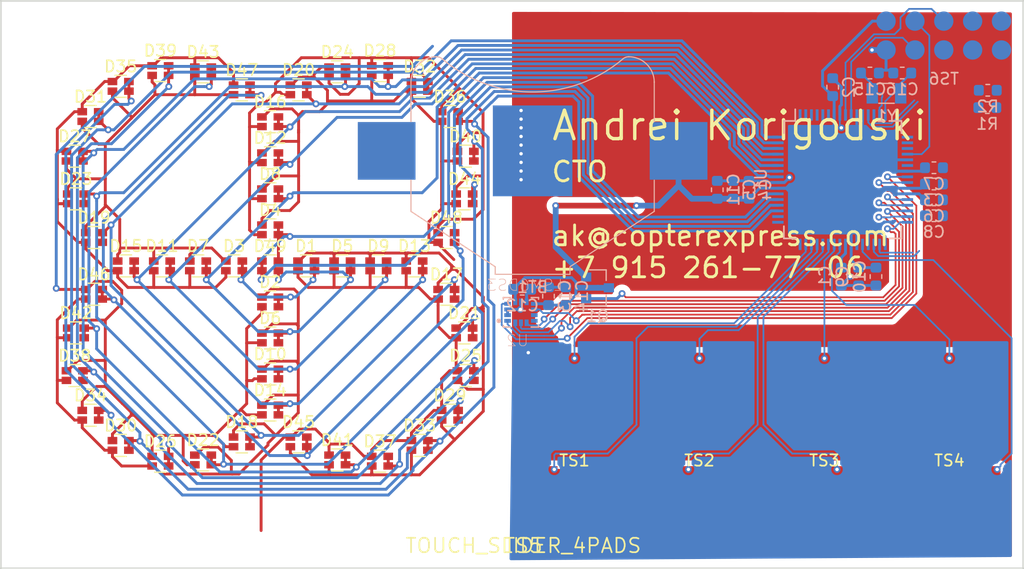
<source format=kicad_pcb>
(kicad_pcb (version 20171130) (host pcbnew 5.0.2+dfsg1-1~bpo9+1)
  (layers (0 F.Cu signal) (31 B.Cu signal) (34 B.Paste user hide) (35 F.Paste user hide) (36 B.SilkS user hide) (37 F.SilkS user) (38 B.Mask user) (39 F.Mask user) (44 Edge.Cuts user))
  (net 0 "")
  (net 1 LED_K0)
  (net 2 LED_K1)
  (net 3 LED_A0)
  (net 4 LED_K3)
  (net 5 LED_K2)
  (net 6 LED_K4)
  (net 7 LED_K5)
  (net 8 LED_K7)
  (net 9 LED_K6)
  (net 10 LED_K8)
  (net 11 LED_A1)
  (net 12 LED_A2)
  (net 13 LED_A3)
  (net 14 LED_A4)
  (net 15 LED_A5)
  (net 16 LED_A6)
  (net 17 LED_A7)
  (net 18 LED_A8)
  (net 19 VDD)
  (net 20 GND)
  (net 21 N$7)
  (net 22 N$6)
  (net 23 N$13)
  (net 24 N$14)
  (net 25 N$5)
  (net 26 N$19)
  (net 27 N$20)
  (net 28 N$16)
  (net 29 N$15)
  (net 30 N$17)
  (net 31 N$18)
  (net 32 N$12)
  (net 33 N$11)
  (net 34 TOUCH_PAD0)
  (net 35 N$1)
  (net 36 TOUCH_PAD1)
  (net 37 TOUCH_PAD2)
  (net 38 TOUCH_PAD3)
  (net 39 N$21)
  (net 40 N$22)
  (net 41 N$23)
  (net 42 N$8)
  (net 43 N$10)
  (net 44 N$9)
  (net 45 LED_K9)
  (net 46 LED_K10)
  (net 47 LED_K11)
  (net 48 N$4)
  (net 49 LFXTAL_P)
  (net 50 LFXTAL_N)
  (net 51 IMU_VDD)
  (net 52 N$24)
  (module footprints:LED_DUAL_0606 (layer F.Cu) (at 126.884 103.351)
    (fp_text reference D1 (at 0 -1.75) (layer F.SilkS))
    (fp_text value LED_Dual_AACC)
    (pad 3 smd rect (at 0.725 -0.425) (size 0.85 0.65) (layers F.Cu F.Paste F.Mask) (net 1 LED_K0))
    (pad 4 smd rect (at 0.725 0.425) (size 0.85 0.65) (layers F.Cu F.Paste F.Mask) (net 1 LED_K0))
    (pad 2 smd rect (at -0.725 0.425) (size 0.85 0.65) (layers F.Cu F.Paste F.Mask) (net 11 LED_A1))
    (pad 1 smd rect (at -0.725 -0.425) (size 0.85 0.65) (layers F.Cu F.Paste F.Mask) (net 3 LED_A0))
  )
  (module footprints:LED_DUAL_0606 (layer F.Cu) (at 123.709 106.526)
    (fp_text reference D2 (at 0 -1.75) (layer F.SilkS))
    (fp_text value LED_Dual_AACC)
    (pad 3 smd rect (at 0.725 -0.425) (size 0.85 0.65) (layers F.Cu F.Paste F.Mask) (net 1 LED_K0))
    (pad 4 smd rect (at 0.725 0.425) (size 0.85 0.65) (layers F.Cu F.Paste F.Mask) (net 1 LED_K0))
    (pad 2 smd rect (at -0.725 0.425) (size 0.85 0.65) (layers F.Cu F.Paste F.Mask) (net 13 LED_A3))
    (pad 1 smd rect (at -0.725 -0.425) (size 0.85 0.65) (layers F.Cu F.Paste F.Mask) (net 12 LED_A2))
  )
  (module footprints:LED_DUAL_0606 (layer F.Cu) (at 120.534 103.351)
    (fp_text reference D3 (at 0 -1.75) (layer F.SilkS))
    (fp_text value LED_Dual_AACC)
    (pad 3 smd rect (at 0.725 -0.425) (size 0.85 0.65) (layers F.Cu F.Paste F.Mask) (net 1 LED_K0))
    (pad 4 smd rect (at 0.725 0.425) (size 0.85 0.65) (layers F.Cu F.Paste F.Mask) (net 1 LED_K0))
    (pad 2 smd rect (at -0.725 0.425) (size 0.85 0.65) (layers F.Cu F.Paste F.Mask) (net 15 LED_A5))
    (pad 1 smd rect (at -0.725 -0.425) (size 0.85 0.65) (layers F.Cu F.Paste F.Mask) (net 14 LED_A4))
  )
  (module footprints:LED_DUAL_0606 (layer F.Cu) (at 123.709 100.176)
    (fp_text reference D4 (at 0 -1.75) (layer F.SilkS))
    (fp_text value LED_Dual_AACC)
    (pad 3 smd rect (at 0.725 -0.425) (size 0.85 0.65) (layers F.Cu F.Paste F.Mask) (net 1 LED_K0))
    (pad 4 smd rect (at 0.725 0.425) (size 0.85 0.65) (layers F.Cu F.Paste F.Mask) (net 1 LED_K0))
    (pad 2 smd rect (at -0.725 0.425) (size 0.85 0.65) (layers F.Cu F.Paste F.Mask) (net 17 LED_A7))
    (pad 1 smd rect (at -0.725 -0.425) (size 0.85 0.65) (layers F.Cu F.Paste F.Mask) (net 16 LED_A6))
  )
  (module footprints:LED_DUAL_0606 (layer F.Cu) (at 130.059 103.351)
    (fp_text reference D5 (at 0 -1.75) (layer F.SilkS))
    (fp_text value LED_Dual_AACC)
    (pad 3 smd rect (at 0.725 -0.425) (size 0.85 0.65) (layers F.Cu F.Paste F.Mask) (net 2 LED_K1))
    (pad 4 smd rect (at 0.725 0.425) (size 0.85 0.65) (layers F.Cu F.Paste F.Mask) (net 2 LED_K1))
    (pad 2 smd rect (at -0.725 0.425) (size 0.85 0.65) (layers F.Cu F.Paste F.Mask) (net 11 LED_A1))
    (pad 1 smd rect (at -0.725 -0.425) (size 0.85 0.65) (layers F.Cu F.Paste F.Mask) (net 3 LED_A0))
  )
  (module footprints:LED_DUAL_0606 (layer F.Cu) (at 123.709 109.701)
    (fp_text reference D6 (at 0 -1.75) (layer F.SilkS))
    (fp_text value LED_Dual_AACC)
    (pad 3 smd rect (at 0.725 -0.425) (size 0.85 0.65) (layers F.Cu F.Paste F.Mask) (net 2 LED_K1))
    (pad 4 smd rect (at 0.725 0.425) (size 0.85 0.65) (layers F.Cu F.Paste F.Mask) (net 2 LED_K1))
    (pad 2 smd rect (at -0.725 0.425) (size 0.85 0.65) (layers F.Cu F.Paste F.Mask) (net 13 LED_A3))
    (pad 1 smd rect (at -0.725 -0.425) (size 0.85 0.65) (layers F.Cu F.Paste F.Mask) (net 12 LED_A2))
  )
  (module footprints:LED_DUAL_0606 (layer F.Cu) (at 117.359 103.351)
    (fp_text reference D7 (at 0 -1.75) (layer F.SilkS))
    (fp_text value LED_Dual_AACC)
    (pad 3 smd rect (at 0.725 -0.425) (size 0.85 0.65) (layers F.Cu F.Paste F.Mask) (net 2 LED_K1))
    (pad 4 smd rect (at 0.725 0.425) (size 0.85 0.65) (layers F.Cu F.Paste F.Mask) (net 2 LED_K1))
    (pad 2 smd rect (at -0.725 0.425) (size 0.85 0.65) (layers F.Cu F.Paste F.Mask) (net 15 LED_A5))
    (pad 1 smd rect (at -0.725 -0.425) (size 0.85 0.65) (layers F.Cu F.Paste F.Mask) (net 14 LED_A4))
  )
  (module footprints:LED_DUAL_0606 (layer F.Cu) (at 123.709 97.001)
    (fp_text reference D8 (at 0 -1.75) (layer F.SilkS))
    (fp_text value LED_Dual_AACC)
    (pad 3 smd rect (at 0.725 -0.425) (size 0.85 0.65) (layers F.Cu F.Paste F.Mask) (net 2 LED_K1))
    (pad 4 smd rect (at 0.725 0.425) (size 0.85 0.65) (layers F.Cu F.Paste F.Mask) (net 2 LED_K1))
    (pad 2 smd rect (at -0.725 0.425) (size 0.85 0.65) (layers F.Cu F.Paste F.Mask) (net 17 LED_A7))
    (pad 1 smd rect (at -0.725 -0.425) (size 0.85 0.65) (layers F.Cu F.Paste F.Mask) (net 16 LED_A6))
  )
  (module footprints:LED_DUAL_0606 (layer F.Cu) (at 133.234 103.351)
    (fp_text reference D9 (at 0 -1.75) (layer F.SilkS))
    (fp_text value LED_Dual_AACC)
    (pad 3 smd rect (at 0.725 -0.425) (size 0.85 0.65) (layers F.Cu F.Paste F.Mask) (net 5 LED_K2))
    (pad 4 smd rect (at 0.725 0.425) (size 0.85 0.65) (layers F.Cu F.Paste F.Mask) (net 5 LED_K2))
    (pad 2 smd rect (at -0.725 0.425) (size 0.85 0.65) (layers F.Cu F.Paste F.Mask) (net 11 LED_A1))
    (pad 1 smd rect (at -0.725 -0.425) (size 0.85 0.65) (layers F.Cu F.Paste F.Mask) (net 3 LED_A0))
  )
  (module footprints:LED_DUAL_0606 (layer F.Cu) (at 123.709 112.875999)
    (fp_text reference D10 (at 0 -1.75) (layer F.SilkS))
    (fp_text value LED_Dual_AACC)
    (pad 3 smd rect (at 0.725 -0.425) (size 0.85 0.65) (layers F.Cu F.Paste F.Mask) (net 5 LED_K2))
    (pad 4 smd rect (at 0.725 0.425) (size 0.85 0.65) (layers F.Cu F.Paste F.Mask) (net 5 LED_K2))
    (pad 2 smd rect (at -0.725 0.425) (size 0.85 0.65) (layers F.Cu F.Paste F.Mask) (net 13 LED_A3))
    (pad 1 smd rect (at -0.725 -0.425) (size 0.85 0.65) (layers F.Cu F.Paste F.Mask) (net 12 LED_A2))
  )
  (module footprints:LED_DUAL_0606 (layer F.Cu) (at 114.184 103.351)
    (fp_text reference D11 (at 0 -1.75) (layer F.SilkS))
    (fp_text value LED_Dual_AACC)
    (pad 3 smd rect (at 0.725 -0.425) (size 0.85 0.65) (layers F.Cu F.Paste F.Mask) (net 5 LED_K2))
    (pad 4 smd rect (at 0.725 0.425) (size 0.85 0.65) (layers F.Cu F.Paste F.Mask) (net 5 LED_K2))
    (pad 2 smd rect (at -0.725 0.425) (size 0.85 0.65) (layers F.Cu F.Paste F.Mask) (net 15 LED_A5))
    (pad 1 smd rect (at -0.725 -0.425) (size 0.85 0.65) (layers F.Cu F.Paste F.Mask) (net 14 LED_A4))
  )
  (module footprints:LED_DUAL_0606 (layer F.Cu) (at 123.709 93.826)
    (fp_text reference D12 (at 0 -1.75) (layer F.SilkS))
    (fp_text value LED_Dual_AACC)
    (pad 3 smd rect (at 0.725 -0.425) (size 0.85 0.65) (layers F.Cu F.Paste F.Mask) (net 5 LED_K2))
    (pad 4 smd rect (at 0.725 0.425) (size 0.85 0.65) (layers F.Cu F.Paste F.Mask) (net 5 LED_K2))
    (pad 2 smd rect (at -0.725 0.425) (size 0.85 0.65) (layers F.Cu F.Paste F.Mask) (net 17 LED_A7))
    (pad 1 smd rect (at -0.725 -0.425) (size 0.85 0.65) (layers F.Cu F.Paste F.Mask) (net 16 LED_A6))
  )
  (module footprints:LED_DUAL_0606 (layer F.Cu) (at 136.409 103.351)
    (fp_text reference D13 (at 0 -1.75) (layer F.SilkS))
    (fp_text value LED_Dual_AACC)
    (pad 3 smd rect (at 0.725 -0.425) (size 0.85 0.65) (layers F.Cu F.Paste F.Mask) (net 4 LED_K3))
    (pad 4 smd rect (at 0.725 0.425) (size 0.85 0.65) (layers F.Cu F.Paste F.Mask) (net 4 LED_K3))
    (pad 2 smd rect (at -0.725 0.425) (size 0.85 0.65) (layers F.Cu F.Paste F.Mask) (net 11 LED_A1))
    (pad 1 smd rect (at -0.725 -0.425) (size 0.85 0.65) (layers F.Cu F.Paste F.Mask) (net 3 LED_A0))
  )
  (module footprints:LED_DUAL_0606 (layer F.Cu) (at 123.709 116.051)
    (fp_text reference D14 (at 0 -1.75) (layer F.SilkS))
    (fp_text value LED_Dual_AACC)
    (pad 3 smd rect (at 0.725 -0.425) (size 0.85 0.65) (layers F.Cu F.Paste F.Mask) (net 4 LED_K3))
    (pad 4 smd rect (at 0.725 0.425) (size 0.85 0.65) (layers F.Cu F.Paste F.Mask) (net 4 LED_K3))
    (pad 2 smd rect (at -0.725 0.425) (size 0.85 0.65) (layers F.Cu F.Paste F.Mask) (net 13 LED_A3))
    (pad 1 smd rect (at -0.725 -0.425) (size 0.85 0.65) (layers F.Cu F.Paste F.Mask) (net 12 LED_A2))
  )
  (module footprints:LED_DUAL_0606 (layer F.Cu) (at 111.009 103.351)
    (fp_text reference D15 (at 0 -1.75) (layer F.SilkS))
    (fp_text value LED_Dual_AACC)
    (pad 3 smd rect (at 0.725 -0.425) (size 0.85 0.65) (layers F.Cu F.Paste F.Mask) (net 4 LED_K3))
    (pad 4 smd rect (at 0.725 0.425) (size 0.85 0.65) (layers F.Cu F.Paste F.Mask) (net 4 LED_K3))
    (pad 2 smd rect (at -0.725 0.425) (size 0.85 0.65) (layers F.Cu F.Paste F.Mask) (net 15 LED_A5))
    (pad 1 smd rect (at -0.725 -0.425) (size 0.85 0.65) (layers F.Cu F.Paste F.Mask) (net 14 LED_A4))
  )
  (module footprints:LED_DUAL_0606 (layer F.Cu) (at 123.709 90.651)
    (fp_text reference D16 (at 0 -1.75) (layer F.SilkS))
    (fp_text value LED_Dual_AACC)
    (pad 3 smd rect (at 0.725 -0.425) (size 0.85 0.65) (layers F.Cu F.Paste F.Mask) (net 4 LED_K3))
    (pad 4 smd rect (at 0.725 0.425) (size 0.85 0.65) (layers F.Cu F.Paste F.Mask) (net 4 LED_K3))
    (pad 2 smd rect (at -0.725 0.425) (size 0.85 0.65) (layers F.Cu F.Paste F.Mask) (net 17 LED_A7))
    (pad 1 smd rect (at -0.725 -0.425) (size 0.85 0.65) (layers F.Cu F.Paste F.Mask) (net 16 LED_A6))
  )
  (module footprints:LED_DUAL_0606 (layer F.Cu) (at 139.217852 105.850666)
    (fp_text reference D17 (at 0 -1.75) (layer F.SilkS))
    (fp_text value LED_Dual_AACC)
    (pad 3 smd rect (at 0.725 -0.425) (size 0.85 0.65) (layers F.Cu F.Paste F.Mask) (net 6 LED_K4))
    (pad 4 smd rect (at 0.725 0.425) (size 0.85 0.65) (layers F.Cu F.Paste F.Mask) (net 6 LED_K4))
    (pad 2 smd rect (at -0.725 0.425) (size 0.85 0.65) (layers F.Cu F.Paste F.Mask) (net 11 LED_A1))
    (pad 1 smd rect (at -0.725 -0.425) (size 0.85 0.65) (layers F.Cu F.Paste F.Mask) (net 3 LED_A0))
  )
  (module footprints:LED_DUAL_0606 (layer F.Cu) (at 121.209333 118.859852)
    (fp_text reference D18 (at 0 -1.75) (layer F.SilkS))
    (fp_text value LED_Dual_AACC)
    (pad 3 smd rect (at 0.725 -0.425) (size 0.85 0.65) (layers F.Cu F.Paste F.Mask) (net 6 LED_K4))
    (pad 4 smd rect (at 0.725 0.425) (size 0.85 0.65) (layers F.Cu F.Paste F.Mask) (net 6 LED_K4))
    (pad 2 smd rect (at -0.725 0.425) (size 0.85 0.65) (layers F.Cu F.Paste F.Mask) (net 13 LED_A3))
    (pad 1 smd rect (at -0.725 -0.425) (size 0.85 0.65) (layers F.Cu F.Paste F.Mask) (net 12 LED_A2))
  )
  (module footprints:LED_DUAL_0606 (layer F.Cu) (at 108.200147 100.851333)
    (fp_text reference D19 (at 0 -1.75) (layer F.SilkS))
    (fp_text value LED_Dual_AACC)
    (pad 3 smd rect (at 0.725 -0.425) (size 0.85 0.65) (layers F.Cu F.Paste F.Mask) (net 6 LED_K4))
    (pad 4 smd rect (at 0.725 0.425) (size 0.85 0.65) (layers F.Cu F.Paste F.Mask) (net 6 LED_K4))
    (pad 2 smd rect (at -0.725 0.425) (size 0.85 0.65) (layers F.Cu F.Paste F.Mask) (net 15 LED_A5))
    (pad 1 smd rect (at -0.725 -0.425) (size 0.85 0.65) (layers F.Cu F.Paste F.Mask) (net 14 LED_A4))
  )
  (module footprints:LED_DUAL_0606 (layer F.Cu) (at 126.208666 87.842147)
    (fp_text reference D20 (at 0 -1.75) (layer F.SilkS))
    (fp_text value LED_Dual_AACC)
    (pad 3 smd rect (at 0.725 -0.425) (size 0.85 0.65) (layers F.Cu F.Paste F.Mask) (net 6 LED_K4))
    (pad 4 smd rect (at 0.725 0.425) (size 0.85 0.65) (layers F.Cu F.Paste F.Mask) (net 6 LED_K4))
    (pad 2 smd rect (at -0.725 0.425) (size 0.85 0.65) (layers F.Cu F.Paste F.Mask) (net 17 LED_A7))
    (pad 1 smd rect (at -0.725 -0.425) (size 0.85 0.65) (layers F.Cu F.Paste F.Mask) (net 16 LED_A6))
  )
  (module footprints:LED_DUAL_0606 (layer F.Cu) (at 140.806919 109.258431)
    (fp_text reference D21 (at 0 -1.75) (layer F.SilkS))
    (fp_text value LED_Dual_AACC)
    (pad 3 smd rect (at 0.725 -0.425) (size 0.85 0.65) (layers F.Cu F.Paste F.Mask) (net 7 LED_K5))
    (pad 4 smd rect (at 0.725 0.425) (size 0.85 0.65) (layers F.Cu F.Paste F.Mask) (net 7 LED_K5))
    (pad 2 smd rect (at -0.725 0.425) (size 0.85 0.65) (layers F.Cu F.Paste F.Mask) (net 11 LED_A1))
    (pad 1 smd rect (at -0.725 -0.425) (size 0.85 0.65) (layers F.Cu F.Paste F.Mask) (net 3 LED_A0))
  )
  (module footprints:LED_DUAL_0606 (layer F.Cu) (at 117.801568 120.448919)
    (fp_text reference D22 (at 0 -1.75) (layer F.SilkS))
    (fp_text value LED_Dual_AACC)
    (pad 3 smd rect (at 0.725 -0.425) (size 0.85 0.65) (layers F.Cu F.Paste F.Mask) (net 7 LED_K5))
    (pad 4 smd rect (at 0.725 0.425) (size 0.85 0.65) (layers F.Cu F.Paste F.Mask) (net 7 LED_K5))
    (pad 2 smd rect (at -0.725 0.425) (size 0.85 0.65) (layers F.Cu F.Paste F.Mask) (net 13 LED_A3))
    (pad 1 smd rect (at -0.725 -0.425) (size 0.85 0.65) (layers F.Cu F.Paste F.Mask) (net 12 LED_A2))
  )
  (module footprints:LED_DUAL_0606 (layer F.Cu) (at 106.61108 97.443568)
    (fp_text reference D23 (at 0 -1.75) (layer F.SilkS))
    (fp_text value LED_Dual_AACC)
    (pad 3 smd rect (at 0.725 -0.425) (size 0.85 0.65) (layers F.Cu F.Paste F.Mask) (net 7 LED_K5))
    (pad 4 smd rect (at 0.725 0.425) (size 0.85 0.65) (layers F.Cu F.Paste F.Mask) (net 7 LED_K5))
    (pad 2 smd rect (at -0.725 0.425) (size 0.85 0.65) (layers F.Cu F.Paste F.Mask) (net 15 LED_A5))
    (pad 1 smd rect (at -0.725 -0.425) (size 0.85 0.65) (layers F.Cu F.Paste F.Mask) (net 14 LED_A4))
  )
  (module footprints:LED_DUAL_0606 (layer F.Cu) (at 129.616431 86.25308)
    (fp_text reference D24 (at 0 -1.75) (layer F.SilkS))
    (fp_text value LED_Dual_AACC)
    (pad 3 smd rect (at 0.725 -0.425) (size 0.85 0.65) (layers F.Cu F.Paste F.Mask) (net 7 LED_K5))
    (pad 4 smd rect (at 0.725 0.425) (size 0.85 0.65) (layers F.Cu F.Paste F.Mask) (net 7 LED_K5))
    (pad 2 smd rect (at -0.725 0.425) (size 0.85 0.65) (layers F.Cu F.Paste F.Mask) (net 17 LED_A7))
    (pad 1 smd rect (at -0.725 -0.425) (size 0.85 0.65) (layers F.Cu F.Paste F.Mask) (net 16 LED_A6))
  )
  (module footprints:LED_DUAL_0606 (layer F.Cu) (at 140.916279 113.016892)
    (fp_text reference D25 (at 0 -1.75) (layer F.SilkS))
    (fp_text value LED_Dual_AACC)
    (pad 3 smd rect (at 0.725 -0.425) (size 0.85 0.65) (layers F.Cu F.Paste F.Mask) (net 9 LED_K6))
    (pad 4 smd rect (at 0.725 0.425) (size 0.85 0.65) (layers F.Cu F.Paste F.Mask) (net 9 LED_K6))
    (pad 2 smd rect (at -0.725 0.425) (size 0.85 0.65) (layers F.Cu F.Paste F.Mask) (net 3 LED_A0))
    (pad 1 smd rect (at -0.725 -0.425) (size 0.85 0.65) (layers F.Cu F.Paste F.Mask) (net 11 LED_A1))
  )
  (module footprints:LED_DUAL_0606 (layer F.Cu) (at 114.043107 120.558279)
    (fp_text reference D26 (at 0 -1.75) (layer F.SilkS))
    (fp_text value LED_Dual_AACC)
    (pad 3 smd rect (at 0.725 -0.425) (size 0.85 0.65) (layers F.Cu F.Paste F.Mask) (net 9 LED_K6))
    (pad 4 smd rect (at 0.725 0.425) (size 0.85 0.65) (layers F.Cu F.Paste F.Mask) (net 9 LED_K6))
    (pad 2 smd rect (at -0.725 0.425) (size 0.85 0.65) (layers F.Cu F.Paste F.Mask) (net 12 LED_A2))
    (pad 1 smd rect (at -0.725 -0.425) (size 0.85 0.65) (layers F.Cu F.Paste F.Mask) (net 13 LED_A3))
  )
  (module footprints:LED_DUAL_0606 (layer F.Cu) (at 106.50172 93.685107)
    (fp_text reference D27 (at 0 -1.75) (layer F.SilkS))
    (fp_text value LED_Dual_AACC)
    (pad 3 smd rect (at 0.725 -0.425) (size 0.85 0.65) (layers F.Cu F.Paste F.Mask) (net 9 LED_K6))
    (pad 4 smd rect (at 0.725 0.425) (size 0.85 0.65) (layers F.Cu F.Paste F.Mask) (net 9 LED_K6))
    (pad 2 smd rect (at -0.725 0.425) (size 0.85 0.65) (layers F.Cu F.Paste F.Mask) (net 14 LED_A4))
    (pad 1 smd rect (at -0.725 -0.425) (size 0.85 0.65) (layers F.Cu F.Paste F.Mask) (net 15 LED_A5))
  )
  (module footprints:LED_DUAL_0606 (layer F.Cu) (at 133.374892 86.14372)
    (fp_text reference D28 (at 0 -1.75) (layer F.SilkS))
    (fp_text value LED_Dual_AACC)
    (pad 3 smd rect (at 0.725 -0.425) (size 0.85 0.65) (layers F.Cu F.Paste F.Mask) (net 9 LED_K6))
    (pad 4 smd rect (at 0.725 0.425) (size 0.85 0.65) (layers F.Cu F.Paste F.Mask) (net 9 LED_K6))
    (pad 2 smd rect (at -0.725 0.425) (size 0.85 0.65) (layers F.Cu F.Paste F.Mask) (net 16 LED_A6))
    (pad 1 smd rect (at -0.725 -0.425) (size 0.85 0.65) (layers F.Cu F.Paste F.Mask) (net 17 LED_A7))
  )
  (module footprints:LED_DUAL_0606 (layer F.Cu) (at 139.528045 116.511287)
    (fp_text reference D29 (at 0 -1.75) (layer F.SilkS))
    (fp_text value LED_Dual_AACC)
    (pad 3 smd rect (at 0.725 -0.425) (size 0.85 0.65) (layers F.Cu F.Paste F.Mask) (net 8 LED_K7))
    (pad 4 smd rect (at 0.725 0.425) (size 0.85 0.65) (layers F.Cu F.Paste F.Mask) (net 8 LED_K7))
    (pad 2 smd rect (at -0.725 0.425) (size 0.85 0.65) (layers F.Cu F.Paste F.Mask) (net 3 LED_A0))
    (pad 1 smd rect (at -0.725 -0.425) (size 0.85 0.65) (layers F.Cu F.Paste F.Mask) (net 11 LED_A1))
  )
  (module footprints:LED_DUAL_0606 (layer F.Cu) (at 110.548712 119.170045)
    (fp_text reference D30 (at 0 -1.75) (layer F.SilkS))
    (fp_text value LED_Dual_AACC)
    (pad 3 smd rect (at 0.725 -0.425) (size 0.85 0.65) (layers F.Cu F.Paste F.Mask) (net 8 LED_K7))
    (pad 4 smd rect (at 0.725 0.425) (size 0.85 0.65) (layers F.Cu F.Paste F.Mask) (net 8 LED_K7))
    (pad 2 smd rect (at -0.725 0.425) (size 0.85 0.65) (layers F.Cu F.Paste F.Mask) (net 12 LED_A2))
    (pad 1 smd rect (at -0.725 -0.425) (size 0.85 0.65) (layers F.Cu F.Paste F.Mask) (net 13 LED_A3))
  )
  (module footprints:LED_DUAL_0606 (layer F.Cu) (at 107.889954 90.190712)
    (fp_text reference D31 (at 0 -1.75) (layer F.SilkS))
    (fp_text value LED_Dual_AACC)
    (pad 3 smd rect (at 0.725 -0.425) (size 0.85 0.65) (layers F.Cu F.Paste F.Mask) (net 8 LED_K7))
    (pad 4 smd rect (at 0.725 0.425) (size 0.85 0.65) (layers F.Cu F.Paste F.Mask) (net 8 LED_K7))
    (pad 2 smd rect (at -0.725 0.425) (size 0.85 0.65) (layers F.Cu F.Paste F.Mask) (net 14 LED_A4))
    (pad 1 smd rect (at -0.725 -0.425) (size 0.85 0.65) (layers F.Cu F.Paste F.Mask) (net 15 LED_A5))
  )
  (module footprints:LED_DUAL_0606 (layer F.Cu) (at 136.869287 87.531954)
    (fp_text reference D32 (at 0 -1.75) (layer F.SilkS))
    (fp_text value LED_Dual_AACC)
    (pad 3 smd rect (at 0.725 -0.425) (size 0.85 0.65) (layers F.Cu F.Paste F.Mask) (net 8 LED_K7))
    (pad 4 smd rect (at 0.725 0.425) (size 0.85 0.65) (layers F.Cu F.Paste F.Mask) (net 8 LED_K7))
    (pad 2 smd rect (at -0.725 0.425) (size 0.85 0.65) (layers F.Cu F.Paste F.Mask) (net 16 LED_A6))
    (pad 1 smd rect (at -0.725 -0.425) (size 0.85 0.65) (layers F.Cu F.Paste F.Mask) (net 17 LED_A7))
  )
  (module footprints:LED_DUAL_0606 (layer F.Cu) (at 136.869287 119.170045)
    (fp_text reference D33 (at 0 -1.75) (layer F.SilkS))
    (fp_text value LED_Dual_AACC)
    (pad 3 smd rect (at 0.725 -0.425) (size 0.85 0.65) (layers F.Cu F.Paste F.Mask) (net 10 LED_K8))
    (pad 4 smd rect (at 0.725 0.425) (size 0.85 0.65) (layers F.Cu F.Paste F.Mask) (net 10 LED_K8))
    (pad 2 smd rect (at -0.725 0.425) (size 0.85 0.65) (layers F.Cu F.Paste F.Mask) (net 3 LED_A0))
    (pad 1 smd rect (at -0.725 -0.425) (size 0.85 0.65) (layers F.Cu F.Paste F.Mask) (net 11 LED_A1))
  )
  (module footprints:LED_DUAL_0606 (layer F.Cu) (at 107.889954 116.511287)
    (fp_text reference D34 (at 0 -1.75) (layer F.SilkS))
    (fp_text value LED_Dual_AACC)
    (pad 3 smd rect (at 0.725 -0.425) (size 0.85 0.65) (layers F.Cu F.Paste F.Mask) (net 10 LED_K8))
    (pad 4 smd rect (at 0.725 0.425) (size 0.85 0.65) (layers F.Cu F.Paste F.Mask) (net 10 LED_K8))
    (pad 2 smd rect (at -0.725 0.425) (size 0.85 0.65) (layers F.Cu F.Paste F.Mask) (net 12 LED_A2))
    (pad 1 smd rect (at -0.725 -0.425) (size 0.85 0.65) (layers F.Cu F.Paste F.Mask) (net 13 LED_A3))
  )
  (module footprints:LED_DUAL_0606 (layer F.Cu) (at 110.548712 87.531954)
    (fp_text reference D35 (at 0 -1.75) (layer F.SilkS))
    (fp_text value LED_Dual_AACC)
    (pad 3 smd rect (at 0.725 -0.425) (size 0.85 0.65) (layers F.Cu F.Paste F.Mask) (net 10 LED_K8))
    (pad 4 smd rect (at 0.725 0.425) (size 0.85 0.65) (layers F.Cu F.Paste F.Mask) (net 10 LED_K8))
    (pad 2 smd rect (at -0.725 0.425) (size 0.85 0.65) (layers F.Cu F.Paste F.Mask) (net 14 LED_A4))
    (pad 1 smd rect (at -0.725 -0.425) (size 0.85 0.65) (layers F.Cu F.Paste F.Mask) (net 15 LED_A5))
  )
  (module footprints:LED_DUAL_0606 (layer F.Cu) (at 139.528045 90.190712)
    (fp_text reference D36 (at 0 -1.75) (layer F.SilkS))
    (fp_text value LED_Dual_AACC)
    (pad 3 smd rect (at 0.725 -0.425) (size 0.85 0.65) (layers F.Cu F.Paste F.Mask) (net 10 LED_K8))
    (pad 4 smd rect (at 0.725 0.425) (size 0.85 0.65) (layers F.Cu F.Paste F.Mask) (net 10 LED_K8))
    (pad 2 smd rect (at -0.725 0.425) (size 0.85 0.65) (layers F.Cu F.Paste F.Mask) (net 16 LED_A6))
    (pad 1 smd rect (at -0.725 -0.425) (size 0.85 0.65) (layers F.Cu F.Paste F.Mask) (net 17 LED_A7))
  )
  (module footprints:LED_DUAL_0606 (layer F.Cu) (at 133.374892 120.558279)
    (fp_text reference D37 (at 0 -1.75) (layer F.SilkS))
    (fp_text value LED_Dual_AACC)
    (pad 3 smd rect (at 0.725 -0.425) (size 0.85 0.65) (layers F.Cu F.Paste F.Mask) (net 45 LED_K9))
    (pad 4 smd rect (at 0.725 0.425) (size 0.85 0.65) (layers F.Cu F.Paste F.Mask) (net 45 LED_K9))
    (pad 2 smd rect (at -0.725 0.425) (size 0.85 0.65) (layers F.Cu F.Paste F.Mask) (net 3 LED_A0))
    (pad 1 smd rect (at -0.725 -0.425) (size 0.85 0.65) (layers F.Cu F.Paste F.Mask) (net 11 LED_A1))
  )
  (module footprints:LED_DUAL_0606 (layer F.Cu) (at 106.50172 113.016892)
    (fp_text reference D38 (at 0 -1.75) (layer F.SilkS))
    (fp_text value LED_Dual_AACC)
    (pad 3 smd rect (at 0.725 -0.425) (size 0.85 0.65) (layers F.Cu F.Paste F.Mask) (net 45 LED_K9))
    (pad 4 smd rect (at 0.725 0.425) (size 0.85 0.65) (layers F.Cu F.Paste F.Mask) (net 45 LED_K9))
    (pad 2 smd rect (at -0.725 0.425) (size 0.85 0.65) (layers F.Cu F.Paste F.Mask) (net 12 LED_A2))
    (pad 1 smd rect (at -0.725 -0.425) (size 0.85 0.65) (layers F.Cu F.Paste F.Mask) (net 13 LED_A3))
  )
  (module footprints:LED_DUAL_0606 (layer F.Cu) (at 114.043107 86.14372)
    (fp_text reference D39 (at 0 -1.75) (layer F.SilkS))
    (fp_text value LED_Dual_AACC)
    (pad 3 smd rect (at 0.725 -0.425) (size 0.85 0.65) (layers F.Cu F.Paste F.Mask) (net 45 LED_K9))
    (pad 4 smd rect (at 0.725 0.425) (size 0.85 0.65) (layers F.Cu F.Paste F.Mask) (net 45 LED_K9))
    (pad 2 smd rect (at -0.725 0.425) (size 0.85 0.65) (layers F.Cu F.Paste F.Mask) (net 14 LED_A4))
    (pad 1 smd rect (at -0.725 -0.425) (size 0.85 0.65) (layers F.Cu F.Paste F.Mask) (net 15 LED_A5))
  )
  (module footprints:LED_DUAL_0606 (layer F.Cu) (at 140.916279 93.685107)
    (fp_text reference D40 (at 0 -1.75) (layer F.SilkS))
    (fp_text value LED_Dual_AACC)
    (pad 3 smd rect (at 0.725 -0.425) (size 0.85 0.65) (layers F.Cu F.Paste F.Mask) (net 45 LED_K9))
    (pad 4 smd rect (at 0.725 0.425) (size 0.85 0.65) (layers F.Cu F.Paste F.Mask) (net 45 LED_K9))
    (pad 2 smd rect (at -0.725 0.425) (size 0.85 0.65) (layers F.Cu F.Paste F.Mask) (net 16 LED_A6))
    (pad 1 smd rect (at -0.725 -0.425) (size 0.85 0.65) (layers F.Cu F.Paste F.Mask) (net 17 LED_A7))
  )
  (module footprints:LED_DUAL_0606 (layer F.Cu) (at 129.616431 120.448919)
    (fp_text reference D41 (at 0 -1.75) (layer F.SilkS))
    (fp_text value LED_Dual_AACC)
    (pad 3 smd rect (at 0.725 -0.425) (size 0.85 0.65) (layers F.Cu F.Paste F.Mask) (net 46 LED_K10))
    (pad 4 smd rect (at 0.725 0.425) (size 0.85 0.65) (layers F.Cu F.Paste F.Mask) (net 46 LED_K10))
    (pad 2 smd rect (at -0.725 0.425) (size 0.85 0.65) (layers F.Cu F.Paste F.Mask) (net 3 LED_A0))
    (pad 1 smd rect (at -0.725 -0.425) (size 0.85 0.65) (layers F.Cu F.Paste F.Mask) (net 11 LED_A1))
  )
  (module footprints:LED_DUAL_0606 (layer F.Cu) (at 106.61108 109.258431)
    (fp_text reference D42 (at 0 -1.75) (layer F.SilkS))
    (fp_text value LED_Dual_AACC)
    (pad 3 smd rect (at 0.725 -0.425) (size 0.85 0.65) (layers F.Cu F.Paste F.Mask) (net 46 LED_K10))
    (pad 4 smd rect (at 0.725 0.425) (size 0.85 0.65) (layers F.Cu F.Paste F.Mask) (net 46 LED_K10))
    (pad 2 smd rect (at -0.725 0.425) (size 0.85 0.65) (layers F.Cu F.Paste F.Mask) (net 12 LED_A2))
    (pad 1 smd rect (at -0.725 -0.425) (size 0.85 0.65) (layers F.Cu F.Paste F.Mask) (net 13 LED_A3))
  )
  (module footprints:LED_DUAL_0606 (layer F.Cu) (at 117.801568 86.25308)
    (fp_text reference D43 (at 0 -1.75) (layer F.SilkS))
    (fp_text value LED_Dual_AACC)
    (pad 3 smd rect (at 0.725 -0.425) (size 0.85 0.65) (layers F.Cu F.Paste F.Mask) (net 46 LED_K10))
    (pad 4 smd rect (at 0.725 0.425) (size 0.85 0.65) (layers F.Cu F.Paste F.Mask) (net 46 LED_K10))
    (pad 2 smd rect (at -0.725 0.425) (size 0.85 0.65) (layers F.Cu F.Paste F.Mask) (net 14 LED_A4))
    (pad 1 smd rect (at -0.725 -0.425) (size 0.85 0.65) (layers F.Cu F.Paste F.Mask) (net 15 LED_A5))
  )
  (module footprints:LED_DUAL_0606 (layer F.Cu) (at 140.806919 97.443568)
    (fp_text reference D44 (at 0 -1.75) (layer F.SilkS))
    (fp_text value LED_Dual_AACC)
    (pad 3 smd rect (at 0.725 -0.425) (size 0.85 0.65) (layers F.Cu F.Paste F.Mask) (net 46 LED_K10))
    (pad 4 smd rect (at 0.725 0.425) (size 0.85 0.65) (layers F.Cu F.Paste F.Mask) (net 46 LED_K10))
    (pad 2 smd rect (at -0.725 0.425) (size 0.85 0.65) (layers F.Cu F.Paste F.Mask) (net 16 LED_A6))
    (pad 1 smd rect (at -0.725 -0.425) (size 0.85 0.65) (layers F.Cu F.Paste F.Mask) (net 17 LED_A7))
  )
  (module footprints:LED_DUAL_0606 (layer F.Cu) (at 126.208666 118.859852)
    (fp_text reference D45 (at 0 -1.75) (layer F.SilkS))
    (fp_text value LED_Dual_AACC)
    (pad 3 smd rect (at 0.725 -0.425) (size 0.85 0.65) (layers F.Cu F.Paste F.Mask) (net 47 LED_K11))
    (pad 4 smd rect (at 0.725 0.425) (size 0.85 0.65) (layers F.Cu F.Paste F.Mask) (net 47 LED_K11))
    (pad 2 smd rect (at -0.725 0.425) (size 0.85 0.65) (layers F.Cu F.Paste F.Mask) (net 3 LED_A0))
    (pad 1 smd rect (at -0.725 -0.425) (size 0.85 0.65) (layers F.Cu F.Paste F.Mask) (net 11 LED_A1))
  )
  (module footprints:LED_DUAL_0606 (layer F.Cu) (at 108.200147 105.850666)
    (fp_text reference D46 (at 0 -1.75) (layer F.SilkS))
    (fp_text value LED_Dual_AACC)
    (pad 3 smd rect (at 0.725 -0.425) (size 0.85 0.65) (layers F.Cu F.Paste F.Mask) (net 47 LED_K11))
    (pad 4 smd rect (at 0.725 0.425) (size 0.85 0.65) (layers F.Cu F.Paste F.Mask) (net 47 LED_K11))
    (pad 2 smd rect (at -0.725 0.425) (size 0.85 0.65) (layers F.Cu F.Paste F.Mask) (net 12 LED_A2))
    (pad 1 smd rect (at -0.725 -0.425) (size 0.85 0.65) (layers F.Cu F.Paste F.Mask) (net 13 LED_A3))
  )
  (module footprints:LED_DUAL_0606 (layer F.Cu) (at 121.209333 87.842147)
    (fp_text reference D47 (at 0 -1.75) (layer F.SilkS))
    (fp_text value LED_Dual_AACC)
    (pad 3 smd rect (at 0.725 -0.425) (size 0.85 0.65) (layers F.Cu F.Paste F.Mask) (net 47 LED_K11))
    (pad 4 smd rect (at 0.725 0.425) (size 0.85 0.65) (layers F.Cu F.Paste F.Mask) (net 47 LED_K11))
    (pad 2 smd rect (at -0.725 0.425) (size 0.85 0.65) (layers F.Cu F.Paste F.Mask) (net 14 LED_A4))
    (pad 1 smd rect (at -0.725 -0.425) (size 0.85 0.65) (layers F.Cu F.Paste F.Mask) (net 15 LED_A5))
  )
  (module footprints:LED_DUAL_0606 (layer F.Cu) (at 139.217852 100.851333)
    (fp_text reference D48 (at 0 -1.75) (layer F.SilkS))
    (fp_text value LED_Dual_AACC)
    (pad 3 smd rect (at 0.725 -0.425) (size 0.85 0.65) (layers F.Cu F.Paste F.Mask) (net 47 LED_K11))
    (pad 4 smd rect (at 0.725 0.425) (size 0.85 0.65) (layers F.Cu F.Paste F.Mask) (net 47 LED_K11))
    (pad 2 smd rect (at -0.725 0.425) (size 0.85 0.65) (layers F.Cu F.Paste F.Mask) (net 16 LED_A6))
    (pad 1 smd rect (at -0.725 -0.425) (size 0.85 0.65) (layers F.Cu F.Paste F.Mask) (net 17 LED_A7))
  )
  (module footprints:LED_DUAL_0606 (layer F.Cu) (at 123.709 103.351)
    (fp_text reference D49 (at 0 -1.75) (layer F.SilkS))
    (fp_text value LED_Dual_AACC)
    (pad 3 smd rect (at 0.725 -0.425) (size 0.85 0.65) (layers F.Cu F.Paste F.Mask) (net 1 LED_K0))
    (pad 4 smd rect (at 0.725 0.425) (size 0.85 0.65) (layers F.Cu F.Paste F.Mask) (net 2 LED_K1))
    (pad 2 smd rect (at -0.725 0.425) (size 0.85 0.65) (layers F.Cu F.Paste F.Mask) (net 18 LED_A8))
    (pad 1 smd rect (at -0.725 -0.425) (size 0.85 0.65) (layers F.Cu F.Paste F.Mask) (net 18 LED_A8))
  )
  (module Resistor_SMD:R_0603_1608Metric (layer B.Cu) (at 186.8425 89.408)
    (fp_text reference R1 (at 0 1.43) (layer B.SilkS) (effects (justify mirror)))
    (fp_text value 0)
    (pad 2 smd roundrect (at 0.7875 0) (size 0.875 0.95) (layers B.Cu B.Paste B.Mask) (net 20 GND))
    (pad 1 smd roundrect (at -0.7875 0) (size 0.875 0.95) (layers B.Cu B.Paste B.Mask) (net 41 N$23))
  )
  (module Package_QFP:LQFP-64_10x10mm_P0.5mm (layer B.Cu) (at 174.10708 95.75756 270)
    (fp_text reference U1 (at 0 7.2 270) (layer B.SilkS) (effects (justify mirror)))
    (fp_text value EFM32LG232F64)
    (pad 64 smd rect (at -3.75 5.7 180) (size 1 0.25) (layers B.Cu B.Paste B.Mask) (net 8 LED_K7))
    (pad 63 smd rect (at -3.25 5.7 180) (size 1 0.25) (layers B.Cu B.Paste B.Mask) (net 9 LED_K6))
    (pad 62 smd rect (at -2.75 5.7 180) (size 1 0.25) (layers B.Cu B.Paste B.Mask) (net 7 LED_K5))
    (pad 61 smd rect (at -2.25 5.7 180) (size 1 0.25) (layers B.Cu B.Paste B.Mask) (net 6 LED_K4))
    (pad 60 smd rect (at -1.75 5.7 180) (size 1 0.25) (layers B.Cu B.Paste B.Mask) (net 4 LED_K3))
    (pad 59 smd rect (at -1.25 5.7 180) (size 1 0.25) (layers B.Cu B.Paste B.Mask) (net 5 LED_K2))
    (pad 58 smd rect (at -0.75 5.7 180) (size 1 0.25) (layers B.Cu B.Paste B.Mask) (net 2 LED_K1))
    (pad 57 smd rect (at -0.25 5.7 180) (size 1 0.25) (layers B.Cu B.Paste B.Mask) (net 1 LED_K0))
    (pad 56 smd rect (at 0.25 5.7 180) (size 1 0.25) (layers B.Cu B.Paste B.Mask) (net 20 GND))
    (pad 55 smd rect (at 0.75 5.7 180) (size 1 0.25) (layers B.Cu B.Paste B.Mask) (net 19 VDD))
    (pad 54 smd rect (at 1.25 5.7 180) (size 1 0.25) (layers B.Cu B.Paste B.Mask) (net 47 LED_K11))
    (pad 53 smd rect (at 1.75 5.7 180) (size 1 0.25) (layers B.Cu B.Paste B.Mask) (net 46 LED_K10))
    (pad 52 smd rect (at 2.25 5.7 180) (size 1 0.25) (layers B.Cu B.Paste B.Mask) (net 45 LED_K9))
    (pad 51 smd rect (at 2.75 5.7 180) (size 1 0.25) (layers B.Cu B.Paste B.Mask) (net 10 LED_K8))
    (pad 50 smd rect (at 3.25 5.7 180) (size 1 0.25) (layers B.Cu B.Paste B.Mask) (net 42 N$8))
    (pad 49 smd rect (at 3.75 5.7 180) (size 1 0.25) (layers B.Cu B.Paste B.Mask) (net 44 N$9))
    (pad 48 smd rect (at 5.7 3.75 270) (size 1 0.25) (layers B.Cu B.Paste B.Mask) (net 21 N$7))
    (pad 47 smd rect (at 5.7 3.25 270) (size 1 0.25) (layers B.Cu B.Paste B.Mask) (net 34 TOUCH_PAD0))
    (pad 46 smd rect (at 5.7 2.75 270) (size 1 0.25) (layers B.Cu B.Paste B.Mask) (net 26 N$19))
    (pad 45 smd rect (at 5.7 2.25 270) (size 1 0.25) (layers B.Cu B.Paste B.Mask) (net 36 TOUCH_PAD1))
    (pad 44 smd rect (at 5.7 1.75 270) (size 1 0.25) (layers B.Cu B.Paste B.Mask) (net 27 N$20))
    (pad 43 smd rect (at 5.7 1.25 270) (size 1 0.25) (layers B.Cu B.Paste B.Mask) (net 39 N$21))
    (pad 42 smd rect (at 5.7 0.75 270) (size 1 0.25) (layers B.Cu B.Paste B.Mask) (net 37 TOUCH_PAD2))
    (pad 41 smd rect (at 5.7 0.25 270) (size 1 0.25) (layers B.Cu B.Paste B.Mask) (net 38 TOUCH_PAD3))
    (pad 40 smd rect (at 5.7 -0.25 270) (size 1 0.25) (layers B.Cu B.Paste B.Mask) (net 35 N$1))
    (pad 39 smd rect (at 5.7 -0.75 270) (size 1 0.25) (layers B.Cu B.Paste B.Mask) (net 19 VDD))
    (pad 38 smd rect (at 5.7 -1.25 270) (size 1 0.25) (layers B.Cu B.Paste B.Mask) (net 19 VDD))
    (pad 37 smd rect (at 5.7 -1.75 270) (size 1 0.25) (layers B.Cu B.Paste B.Mask) (net 40 N$22))
    (pad 36 smd rect (at 5.7 -2.25 270) (size 1 0.25) (layers B.Cu B.Paste B.Mask) (net 19 VDD))
    (pad 35 smd rect (at 5.7 -2.75 270) (size 1 0.25) (layers B.Cu B.Paste B.Mask) (net 43 N$10))
    (pad 34 smd rect (at 5.7 -3.25 270) (size 1 0.25) (layers B.Cu B.Paste B.Mask) (net 33 N$11))
    (pad 33 smd rect (at 5.7 -3.75 270) (size 1 0.25) (layers B.Cu B.Paste B.Mask) (net 19 VDD))
    (pad 32 smd rect (at 3.75 -5.7 180) (size 1 0.25) (layers B.Cu B.Paste B.Mask) (net 32 N$12))
    (pad 31 smd rect (at 3.25 -5.7 180) (size 1 0.25) (layers B.Cu B.Paste B.Mask) (net 28 N$16))
    (pad 30 smd rect (at 2.75 -5.7 180) (size 1 0.25) (layers B.Cu B.Paste B.Mask) (net 29 N$15))
    (pad 29 smd rect (at 2.25 -5.7 180) (size 1 0.25) (layers B.Cu B.Paste B.Mask) (net 23 N$13))
    (pad 28 smd rect (at 1.75 -5.7 180) (size 1 0.25) (layers B.Cu B.Paste B.Mask) (net 24 N$14))
    (pad 27 smd rect (at 1.25 -5.7 180) (size 1 0.25) (layers B.Cu B.Paste B.Mask) (net 19 VDD))
    (pad 26 smd rect (at 0.75 -5.7 180) (size 1 0.25) (layers B.Cu B.Paste B.Mask) (net 19 VDD))
    (pad 25 smd rect (at 0.25 -5.7 180) (size 1 0.25) (layers B.Cu B.Paste B.Mask) (net 31 N$18))
    (pad 24 smd rect (at -0.25 -5.7 180) (size 1 0.25) (layers B.Cu B.Paste B.Mask) (net 30 N$17))
    (pad 23 smd rect (at -0.75 -5.7 180) (size 1 0.25) (layers B.Cu B.Paste B.Mask) (net 19 VDD))
    (pad 22 smd rect (at -1.25 -5.7 180) (size 1 0.25) (layers B.Cu B.Paste B.Mask) (net 20 GND))
    (pad 21 smd rect (at -1.75 -5.7 180) (size 1 0.25) (layers B.Cu B.Paste B.Mask) (net 19 VDD))
    (pad 20 smd rect (at -2.25 -5.7 180) (size 1 0.25) (layers B.Cu B.Paste B.Mask) (net 48 N$4))
    (pad 19 smd rect (at -2.75 -5.7 180) (size 1 0.25) (layers B.Cu B.Paste B.Mask) (net 18 LED_A8))
    (pad 18 smd rect (at -3.25 -5.7 180) (size 1 0.25) (layers B.Cu B.Paste B.Mask) (net 17 LED_A7))
    (pad 17 smd rect (at -3.75 -5.7 180) (size 1 0.25) (layers B.Cu B.Paste B.Mask) (net 16 LED_A6))
    (pad 16 smd rect (at -5.7 -3.75 270) (size 1 0.25) (layers B.Cu B.Paste B.Mask) (net 50 LFXTAL_N))
    (pad 15 smd rect (at -5.7 -3.25 270) (size 1 0.25) (layers B.Cu B.Paste B.Mask) (net 49 LFXTAL_P))
    (pad 14 smd rect (at -5.7 -2.75 270) (size 1 0.25) (layers B.Cu B.Paste B.Mask) (net 52 N$24))
    (pad 13 smd rect (at -5.7 -2.25 270) (size 1 0.25) (layers B.Cu B.Paste B.Mask) (net 41 N$23))
    (pad 12 smd rect (at -5.7 -1.75 270) (size 1 0.25) (layers B.Cu B.Paste B.Mask) (net 19 VDD))
    (pad 11 smd rect (at -5.7 -1.25 270) (size 1 0.25) (layers B.Cu B.Paste B.Mask) (net 19 VDD))
    (pad 10 smd rect (at -5.7 -0.75 270) (size 1 0.25) (layers B.Cu B.Paste B.Mask) (net 25 N$5))
    (pad 9 smd rect (at -5.7 -0.25 270) (size 1 0.25) (layers B.Cu B.Paste B.Mask) (net 22 N$6))
    (pad 8 smd rect (at -5.7 0.25 270) (size 1 0.25) (layers B.Cu B.Paste B.Mask) (net 20 GND))
    (pad 7 smd rect (at -5.7 0.75 270) (size 1 0.25) (layers B.Cu B.Paste B.Mask) (net 19 VDD))
    (pad 6 smd rect (at -5.7 1.25 270) (size 1 0.25) (layers B.Cu B.Paste B.Mask) (net 15 LED_A5))
    (pad 5 smd rect (at -5.7 1.75 270) (size 1 0.25) (layers B.Cu B.Paste B.Mask) (net 14 LED_A4))
    (pad 4 smd rect (at -5.7 2.25 270) (size 1 0.25) (layers B.Cu B.Paste B.Mask) (net 13 LED_A3))
    (pad 3 smd rect (at -5.7 2.75 270) (size 1 0.25) (layers B.Cu B.Paste B.Mask) (net 12 LED_A2))
    (pad 2 smd rect (at -5.7 3.25 270) (size 1 0.25) (layers B.Cu B.Paste B.Mask) (net 11 LED_A1))
    (pad 1 smd rect (at -5.7 3.75 270) (size 1 0.25) (layers B.Cu B.Paste B.Mask) (net 3 LED_A0))
  )
  (module Crystal:Crystal_SMD_3215-2Pin_3.2x1.5mm (layer B.Cu) (at 177.96542 88.1507)
    (fp_text reference Y1 (at 0 2) (layer B.SilkS) (effects (justify mirror)))
    (fp_text value 32768Hz)
    (pad 1 smd rect (at -1.25 0) (size 1 1.8) (layers B.Cu B.Paste B.Mask) (net 49 LFXTAL_P))
    (pad 2 smd rect (at 1.25 0) (size 1 1.8) (layers B.Cu B.Paste B.Mask) (net 50 LFXTAL_N))
  )
  (module Capacitor_SMD:C_0603_1608Metric (layer B.Cu) (at 173.99 104.2925 270)
    (fp_text reference C1 (at 0 1.43 270) (layer B.SilkS) (effects (justify mirror)))
    (fp_text value 1uF)
    (pad 2 smd roundrect (at 0.7875 0 270) (size 0.875 0.95) (layers B.Cu B.Paste B.Mask) (net 20 GND))
    (pad 1 smd roundrect (at -0.7875 0 270) (size 0.875 0.95) (layers B.Cu B.Paste B.Mask) (net 35 N$1))
  )
  (module Capacitor_SMD:C_0603_1608Metric (layer B.Cu) (at 182.1435 96.139)
    (fp_text reference C3 (at 0 1.43) (layer B.SilkS) (effects (justify mirror)))
    (fp_text value 0.1uF)
    (pad 2 smd roundrect (at 0.7875 0) (size 0.875 0.95) (layers B.Cu B.Paste B.Mask) (net 20 GND))
    (pad 1 smd roundrect (at -0.7875 0) (size 0.875 0.95) (layers B.Cu B.Paste B.Mask) (net 19 VDD))
  )
  (module Capacitor_SMD:C_0603_1608Metric (layer B.Cu) (at 165.862 96.647 90)
    (fp_text reference C4 (at 0 1.43 90) (layer B.SilkS) (effects (justify mirror)))
    (fp_text value 0.1uF)
    (pad 2 smd roundrect (at 0.7875 0 90) (size 0.875 0.95) (layers B.Cu B.Paste B.Mask) (net 20 GND))
    (pad 1 smd roundrect (at -0.7875 0 90) (size 0.875 0.95) (layers B.Cu B.Paste B.Mask) (net 19 VDD))
  )
  (module Capacitor_SMD:C_0603_1608Metric (layer B.Cu) (at 164.465 96.647 90)
    (fp_text reference C5 (at 0 1.43 90) (layer B.SilkS) (effects (justify mirror)))
    (fp_text value 10uF)
    (pad 2 smd roundrect (at 0.7875 0 90) (size 0.875 0.95) (layers B.Cu B.Paste B.Mask) (net 20 GND))
    (pad 1 smd roundrect (at -0.7875 0 90) (size 0.875 0.95) (layers B.Cu B.Paste B.Mask) (net 19 VDD))
  )
  (module Capacitor_SMD:C_0603_1608Metric (layer B.Cu) (at 182.1435 97.536)
    (fp_text reference C6 (at 0 1.43) (layer B.SilkS) (effects (justify mirror)))
    (fp_text value 10nF)
    (pad 1 smd roundrect (at -0.7875 0) (size 0.875 0.95) (layers B.Cu B.Paste B.Mask) (net 19 VDD))
    (pad 2 smd roundrect (at 0.7875 0) (size 0.875 0.95) (layers B.Cu B.Paste B.Mask) (net 20 GND))
  )
  (module Capacitor_SMD:C_0603_1608Metric (layer B.Cu) (at 182.1435 94.7039)
    (fp_text reference C7 (at 0 1.43) (layer B.SilkS) (effects (justify mirror)))
    (fp_text value 10nF)
    (pad 2 smd roundrect (at 0.7875 0) (size 0.875 0.95) (layers B.Cu B.Paste B.Mask) (net 20 GND))
    (pad 1 smd roundrect (at -0.7875 0) (size 0.875 0.95) (layers B.Cu B.Paste B.Mask) (net 19 VDD))
  )
  (module Capacitor_SMD:C_0603_1608Metric (layer B.Cu) (at 182.1435 98.933)
    (fp_text reference C8 (at 0 1.43) (layer B.SilkS) (effects (justify mirror)))
    (fp_text value 10uF)
    (pad 2 smd roundrect (at 0.7875 0) (size 0.875 0.95) (layers B.Cu B.Paste B.Mask) (net 20 GND))
    (pad 1 smd roundrect (at -0.7875 0) (size 0.875 0.95) (layers B.Cu B.Paste B.Mask) (net 19 VDD))
  )
  (module Capacitor_SMD:C_0603_1608Metric (layer B.Cu) (at 175.514 104.2925 270)
    (fp_text reference C9 (at 0 1.43 270) (layer B.SilkS) (effects (justify mirror)))
    (fp_text value 0.1uF)
    (pad 2 smd roundrect (at 0.7875 0 270) (size 0.875 0.95) (layers B.Cu B.Paste B.Mask) (net 20 GND))
    (pad 1 smd roundrect (at -0.7875 0 270) (size 0.875 0.95) (layers B.Cu B.Paste B.Mask) (net 19 VDD))
  )
  (module Capacitor_SMD:C_0603_1608Metric (layer B.Cu) (at 177.038 104.2925 270)
    (fp_text reference C10 (at 0 1.43 270) (layer B.SilkS) (effects (justify mirror)))
    (fp_text value 3.3uF)
    (pad 2 smd roundrect (at 0.7875 0 270) (size 0.875 0.95) (layers B.Cu B.Paste B.Mask) (net 20 GND))
    (pad 1 smd roundrect (at -0.7875 0 270) (size 0.875 0.95) (layers B.Cu B.Paste B.Mask) (net 19 VDD))
  )
  (module Capacitor_SMD:C_0603_1608Metric (layer B.Cu) (at 163.068 96.647 90)
    (fp_text reference C11 (at 0 1.43 90) (layer B.SilkS) (effects (justify mirror)))
    (fp_text value 100uF)
    (pad 2 smd roundrect (at 0.7875 0 90) (size 0.875 0.95) (layers B.Cu B.Paste B.Mask) (net 20 GND))
    (pad 1 smd roundrect (at -0.7875 0 90) (size 0.875 0.95) (layers B.Cu B.Paste B.Mask) (net 19 VDD))
  )
  (module Capacitor_SMD:C_0603_1608Metric (layer B.Cu) (at 145.8975 105.41)
    (fp_text reference C12 (at 0 1.43) (layer B.SilkS) (effects (justify mirror)))
    (fp_text value 0.1uF)
    (pad 2 smd roundrect (at 0.7875 0) (size 0.875 0.95) (layers B.Cu B.Paste B.Mask) (net 20 GND))
    (pad 1 smd roundrect (at -0.7875 0) (size 0.875 0.95) (layers B.Cu B.Paste B.Mask) (net 51 IMU_VDD))
  )
  (module Capacitor_SMD:C_0603_1608Metric (layer B.Cu) (at 148.209 106.0195 90)
    (fp_text reference C13 (at 0 1.43 90) (layer B.SilkS) (effects (justify mirror)))
    (fp_text value 0.1uF)
    (pad 2 smd roundrect (at 0.7875 0 90) (size 0.875 0.95) (layers B.Cu B.Paste B.Mask) (net 20 GND))
    (pad 1 smd roundrect (at -0.7875 0 90) (size 0.875 0.95) (layers B.Cu B.Paste B.Mask) (net 51 IMU_VDD))
  )
  (module Resistor_SMD:R_0603_1608Metric (layer B.Cu) (at 186.8799 87.8786)
    (fp_text reference R2 (at 0 1.43) (layer B.SilkS) (effects (justify mirror)))
    (fp_text value 0)
    (pad 2 smd roundrect (at 0.7875 0) (size 0.875 0.95) (layers B.Cu B.Paste B.Mask) (net 20 GND))
    (pad 1 smd roundrect (at -0.7875 0) (size 0.875 0.95) (layers B.Cu B.Paste B.Mask) (net 52 N$24))
  )
  (module footprints:LSM6DS3 (layer B.Cu) (at 145.7844 107.4416)
    (fp_text reference U2 (at -0.31031 2.48754) (layer B.SilkS) (effects (font (size 1.00102 1.00102) (thickness 0.05)) (justify mirror)))
    (fp_text value LSM6DS3 (at 0.325055 -2.39047) (layer B.SilkS) (effects (font (size 1.0002 1.0002) (thickness 0.05)) (justify mirror)))
    (pad 4 smd rect (at -1.175 -0.75 180) (size 0.58 0.35) (layers B.Cu B.Paste B.Mask) (net 30 N$17))
    (pad 3 smd rect (at -1.175 -0.25 180) (size 0.58 0.35) (layers B.Cu B.Paste B.Mask) (net 20 GND))
    (pad 2 smd rect (at -1.175 0.25 180) (size 0.58 0.35) (layers B.Cu B.Paste B.Mask) (net 20 GND))
    (pad 1 smd rect (at -1.175 0.75 180) (size 0.58 0.35) (layers B.Cu B.Paste B.Mask) (net 23 N$13))
    (pad 7 smd rect (at 0.5 -0.925 270) (size 0.58 0.35) (layers B.Cu B.Paste B.Mask) (net 20 GND))
    (pad 6 smd rect (at 0 -0.925 270) (size 0.58 0.35) (layers B.Cu B.Paste B.Mask) (net 20 GND))
    (pad 5 smd rect (at -0.5 -0.925 270) (size 0.58 0.35) (layers B.Cu B.Paste B.Mask) (net 51 IMU_VDD))
    (pad 8 smd rect (at 1.175 -0.75 180) (size 0.58 0.35) (layers B.Cu B.Paste B.Mask) (net 51 IMU_VDD))
    (pad 9 smd rect (at 1.175 -0.25 180) (size 0.58 0.35) (layers B.Cu B.Paste B.Mask) (net 31 N$18))
    (pad 10 smd rect (at 1.175 0.25 180) (size 0.58 0.35) (layers B.Cu B.Paste B.Mask))
    (pad 11 smd rect (at 1.175 0.75 180) (size 0.58 0.35) (layers B.Cu B.Paste B.Mask))
    (pad 12 smd rect (at 0.5 0.925 270) (size 0.58 0.35) (layers B.Cu B.Paste B.Mask) (net 28 N$16))
    (pad 13 smd rect (at 0 0.925 270) (size 0.58 0.35) (layers B.Cu B.Paste B.Mask) (net 29 N$15))
    (pad 14 smd rect (at -0.5 0.925 270) (size 0.58 0.35) (layers B.Cu B.Paste B.Mask) (net 24 N$14))
  )
  (module footprints:TouchPad_D8.0mm (layer F.Cu) (at 150.5 115)
    (fp_text reference TS1 (at 0 5.5) (layer F.SilkS))
    (fp_text value TOUCH_PAD)
    (pad 1 smd circle (at 0 0) (size 8 8) (layers F.Cu) (net 34 TOUCH_PAD0))
  )
  (module footprints:TouchPad_D8.0mm (layer F.Cu) (at 161.5 115)
    (fp_text reference TS2 (at 0 5.5) (layer F.SilkS))
    (fp_text value TOUCH_PAD)
    (pad 1 smd circle (at 0 0) (size 8 8) (layers F.Cu) (net 36 TOUCH_PAD1))
  )
  (module footprints:TouchPad_D8.0mm (layer F.Cu) (at 172.5 115)
    (fp_text reference TS3 (at 0 5.5) (layer F.SilkS))
    (fp_text value TOUCH_PAD)
    (pad 1 smd circle (at 0 0) (size 8 8) (layers F.Cu) (net 37 TOUCH_PAD2))
  )
  (module footprints:TouchPad_D8.0mm (layer F.Cu) (at 183.5 115)
    (fp_text reference TS4 (at 0 5.5) (layer F.SilkS))
    (fp_text value TOUCH_PAD)
    (pad 1 smd circle (at 0 0) (size 8 8) (layers F.Cu) (net 38 TOUCH_PAD3))
  )
  (module footprints:TestPoints_2x05_P2.54_D1.7 (layer B.Cu) (at 183.007 83.058)
    (fp_text reference TS6 (at 0 3.81) (layer B.SilkS) (effects (justify mirror)))
    (fp_text value POGO_10PADS)
    (pad 5 smd circle (at 0 -1.27) (size 1.7 1.7) (layers B.Cu B.Mask) (net 22 N$6))
    (pad 4 smd circle (at -2.54 1.27) (size 1.7 1.7) (layers B.Cu B.Mask) (net 25 N$5))
    (pad 3 smd circle (at -2.54 -1.27) (size 1.7 1.7) (layers B.Cu B.Mask) (net 48 N$4))
    (pad 2 smd circle (at -5.08 1.27) (size 1.7 1.7) (layers B.Cu B.Mask) (net 20 GND))
    (pad 1 smd circle (at -5.08 -1.27) (size 1.7 1.7) (layers B.Cu B.Mask) (net 19 VDD))
    (pad 10 smd circle (at 5.08 1.27) (size 1.7 1.7) (layers B.Cu B.Mask) (net 33 N$11))
    (pad 9 smd circle (at 5.08 -1.27) (size 1.7 1.7) (layers B.Cu B.Mask) (net 43 N$10))
    (pad 8 smd circle (at 2.54 1.27) (size 1.7 1.7) (layers B.Cu B.Mask) (net 44 N$9))
    (pad 7 smd circle (at 2.54 -1.27) (size 1.7 1.7) (layers B.Cu B.Mask) (net 42 N$8))
    (pad 6 smd circle (at 0 1.27) (size 1.7 1.7) (layers B.Cu B.Mask) (net 21 N$7))
  )
  (module footprints:BatteryHolder_Keystone_3026_1x2016 (layer B.Cu) (at 146.812 93.218)
    (fp_text reference BT1 (at 0 12) (layer B.SilkS) (effects (justify mirror)))
    (fp_text value Battery_Cell)
    (pad 2 smd rect (at 0 0) (size 7 8) (layers B.Cu B.Mask) (net 20 GND))
    (pad 1 smd rect (at 12.85 0) (size 5.08 5.08) (layers B.Cu B.Paste B.Mask) (net 19 VDD))
    (pad 1 smd rect (at -12.85 0) (size 5.08 5.08) (layers B.Cu B.Paste B.Mask) (net 19 VDD))
  )
  (module footprints:TouchSlider-4_42x7mm (layer F.Cu) (at 146 128)
    (fp_text reference TS5 (at 0 0) (layer F.SilkS) (effects (font (size 1.27 1.27))))
    (fp_text value TOUCH_SLIDER_4PADS (at 0 0) (layer F.SilkS) (effects (font (size 1.27 1.27))))
    (pad 1 smd custom (at 1.5 -3.5) (size 2.333333 2.333333) (layers F.Cu) (net 26 N$19) (options (clearance outline) (anchor circle)) (primitives (gr_poly (pts (xy -1.5 -3.5) (xy 1.5 -3.5) (xy 1.5 -3.270579) (xy 11.140237 -2.333333) (xy 1.5 -1.396088) (xy 1.5 -0.937245) (xy 11.140237 0) (xy 1.5 0.937245) (xy 1.5 1.396088) (xy 11.140237 2.333333) (xy 1.5 3.270579) (xy 1.5 3.5) (xy -1.5 3.5)) (width 0))))
    (pad 2 smd custom (at 14.476341 -3.5) (size 2.333333 2.333333) (layers F.Cu) (net 27 N$20) (options (clearance outline) (anchor circle)) (primitives (gr_poly (pts (xy -11.211214 -3.5) (xy -1.570978 -2.562755) (xy -1.570978 -2.103912) (xy -11.211214 -1.166667) (xy -1.570978 -0.229421) (xy -1.570978 0.229421) (xy -11.211214 1.166667) (xy -1.570978 2.103912) (xy -1.570978 2.562755) (xy -11.211214 3.5) (xy 1.570978 3.5) (xy 1.570978 3.270579) (xy 11.211214 2.333333) (xy 1.570978 1.396088) (xy 1.570978 0.937245) (xy 11.211214 0) (xy 1.570978 -0.937245) (xy 1.570978 -1.396088) (xy 11.211214 -2.333333) (xy 1.570978 -3.270579) (xy 1.570978 -3.5)) (width 0))))
    (pad 3 smd custom (at 27.523659 -3.5) (size 2.333333 2.333333) (layers F.Cu) (net 39 N$21) (options (clearance outline) (anchor circle)) (primitives (gr_poly (pts (xy -11.211214 -3.5) (xy -1.570978 -2.562755) (xy -1.570978 -2.103912) (xy -11.211214 -1.166667) (xy -1.570978 -0.229421) (xy -1.570978 0.229421) (xy -11.211214 1.166667) (xy -1.570978 2.103912) (xy -1.570978 2.562755) (xy -11.211214 3.5) (xy 1.570978 3.5) (xy 1.570978 3.270579) (xy 11.211214 2.333333) (xy 1.570978 1.396088) (xy 1.570978 0.937245) (xy 11.211214 0) (xy 1.570978 -0.937245) (xy 1.570978 -1.396088) (xy 11.211214 -2.333333) (xy 1.570978 -3.270579) (xy 1.570978 -3.5)) (width 0))))
    (pad 4 smd custom (at 40.5 -3.5) (size 2.333333 2.333333) (layers F.Cu) (net 40 N$22) (options (clearance outline) (anchor circle)) (primitives (gr_poly (pts (xy -11.140237 -3.5) (xy -1.5 -2.562755) (xy -1.5 -2.103912) (xy -11.140237 -1.166667) (xy -1.5 -0.229421) (xy -1.5 0.229421) (xy -11.140237 1.166667) (xy -1.5 2.103912) (xy -1.5 2.562755) (xy -11.140237 3.5) (xy 1.5 3.5) (xy 1.5 -3.5)) (width 0))))
  )
  (module Capacitor_SMD:C_0603_1608Metric (layer B.Cu) (at 173.228 87.6045 90)
    (fp_text reference C2 (at 0 1.43 90) (layer B.SilkS) (effects (justify mirror)))
    (fp_text value 0.1uF)
    (pad 2 smd roundrect (at 0.7875 0 90) (size 0.875 0.95) (layers B.Cu B.Paste B.Mask) (net 20 GND))
    (pad 1 smd roundrect (at -0.7875 0 90) (size 0.875 0.95) (layers B.Cu B.Paste B.Mask) (net 19 VDD))
  )
  (module Capacitor_SMD:C_0603_1608Metric (layer B.Cu) (at 149.733 106.0195 90)
    (fp_text reference C14 (at 0 1.43 90) (layer B.SilkS) (effects (justify mirror)))
    (fp_text value 10uF)
    (pad 1 smd roundrect (at -0.7875 0 90) (size 0.875 0.95) (layers B.Cu B.Paste B.Mask) (net 51 IMU_VDD))
    (pad 2 smd roundrect (at 0.7875 0 90) (size 0.875 0.95) (layers B.Cu B.Paste B.Mask) (net 20 GND))
  )
  (module Capacitor_SMD:C_0603_1608Metric (layer B.Cu) (at 176.5045 86.36)
    (fp_text reference C15 (at 0 1.43) (layer B.SilkS) (effects (justify mirror)))
    (fp_text value 22pF)
    (pad 2 smd roundrect (at 0.7875 0) (size 0.875 0.95) (layers B.Cu B.Paste B.Mask) (net 20 GND))
    (pad 1 smd roundrect (at -0.7875 0) (size 0.875 0.95) (layers B.Cu B.Paste B.Mask) (net 49 LFXTAL_P))
  )
  (module Capacitor_SMD:C_0603_1608Metric (layer B.Cu) (at 179.3495 86.36)
    (fp_text reference C16 (at 0 1.43) (layer B.SilkS) (effects (justify mirror)))
    (fp_text value 22pF)
    (pad 2 smd roundrect (at -0.7875 0) (size 0.875 0.95) (layers B.Cu B.Paste B.Mask) (net 20 GND))
    (pad 1 smd roundrect (at 0.7875 0) (size 0.875 0.95) (layers B.Cu B.Paste B.Mask) (net 50 LFXTAL_N))
  )
  (module Package_TO_SOT_SMD:SOT-23 (layer B.Cu) (at 152.527 105.283)
    (fp_text reference Q1 (at 0 2.5) (layer B.SilkS) (effects (justify mirror)))
    (fp_text value Q_PMOS_GSD)
    (pad 1 smd rect (at -1 0.95) (size 0.9 0.8) (layers B.Cu B.Paste B.Mask) (net 32 N$12))
    (pad 2 smd rect (at -1 -0.95) (size 0.9 0.8) (layers B.Cu B.Paste B.Mask) (net 19 VDD))
    (pad 3 smd rect (at 1 0) (size 0.9 0.8) (layers B.Cu B.Paste B.Mask) (net 51 IMU_VDD))
  )
  (gr_line (start 100 130) (end 100 80) (layer Edge.Cuts) (width 0.15))
  (gr_line (start 190 130) (end 100 130) (layer Edge.Cuts) (width 0.15))
  (gr_line (start 190 80) (end 190 130) (layer Edge.Cuts) (width 0.15))
  (gr_line (start 100 80) (end 190 80) (layer Edge.Cuts) (width 0.15))
  (gr_text "CTO\n\nak@copterexpress.com\n+7 915 261-77-06" (at 148.344 99.29) (layer F.SilkS) (effects (font (size 1.75 1.75) (thickness 0.25)) (justify left)))
  (gr_text "Andrei Korigodski" (at 148.344 91) (layer F.SilkS) (effects (font (size 2.5 2.5) (thickness 0.3)) (justify left)))
  (via (at 187.706 121.285) (size 0.6) (drill 0.3) (layers F.Cu B.Cu) (net 40))
  (segment (start 124.434 99.751) (end 124.434 100.601) (width 0.254) (layer F.Cu) (net 1))
  (segment (start 121.259 102.926) (end 121.259 103.776) (width 0.254) (layer F.Cu) (net 1))
  (segment (start 127.609 102.926) (end 127.609 103.776) (width 0.254) (layer F.Cu) (net 1))
  (segment (start 124.434 106.101) (end 124.434 106.951) (width 0.254) (layer F.Cu) (net 1))
  (segment (start 125.4958 106.101) (end 125.5018 106.095) (width 0.254) (layer F.Cu) (net 1))
  (via (at 125.5018 106.095) (size 0.6) (drill 0.3) (layers F.Cu B.Cu) (net 1))
  (segment (start 124.434 106.101) (end 125.4958 106.101) (width 0.254) (layer F.Cu) (net 1))
  (segment (start 125.291 100.601) (end 125.451 100.761) (width 0.254) (layer F.Cu) (net 1))
  (via (at 125.451 100.761) (size 0.6) (drill 0.3) (layers F.Cu B.Cu) (net 1))
  (segment (start 124.434 100.601) (end 125.291 100.601) (width 0.254) (layer F.Cu) (net 1))
  (via (at 121.133 104.571) (size 0.6) (drill 0.3) (layers F.Cu B.Cu) (net 1))
  (segment (start 121.259 104.445) (end 121.133 104.571) (width 0.254) (layer F.Cu) (net 1))
  (segment (start 121.259 103.776) (end 121.259 104.445) (width 0.254) (layer F.Cu) (net 1))
  (via (at 127.483 104.571) (size 0.6) (drill 0.3) (layers F.Cu B.Cu) (net 1))
  (segment (start 127.609 104.445) (end 127.483 104.571) (width 0.254) (layer F.Cu) (net 1))
  (segment (start 127.609 103.776) (end 127.609 104.445) (width 0.254) (layer F.Cu) (net 1))
  (segment (start 124.434 102.926) (end 124.434 100.601) (width 0.254) (layer F.Cu) (net 1))
  (segment (start 125.959 106.095) (end 127.483 104.571) (width 0.254) (layer B.Cu) (net 1))
  (segment (start 125.5018 106.095) (end 125.959 106.095) (width 0.254) (layer B.Cu) (net 1))
  (segment (start 122.657 106.095) (end 121.133 104.571) (width 0.254) (layer B.Cu) (net 1))
  (segment (start 125.5018 106.095) (end 122.657 106.095) (width 0.254) (layer B.Cu) (net 1))
  (segment (start 124.943 100.761) (end 125.451 100.761) (width 0.254) (layer B.Cu) (net 1))
  (segment (start 121.133 104.571) (end 124.943 100.761) (width 0.254) (layer B.Cu) (net 1))
  (segment (start 168.417 95.508) (end 167.663 95.508) (width 0.254) (layer B.Cu) (net 1))
  (segment (start 167.663 95.508) (end 167.56901 95.41401) (width 0.254) (layer B.Cu) (net 1))
  (segment (start 167.56901 95.41401) (end 166.644722 95.41401) (width 0.254) (layer B.Cu) (net 1))
  (segment (start 166.644722 95.41401) (end 164.15793 92.927218) (width 0.254) (layer B.Cu) (net 1))
  (segment (start 158.76988 86.36195) (end 164.15793 91.75) (width 0.254) (layer B.Cu) (net 1))
  (segment (start 142.120536 86.36195) (end 158.76988 86.36195) (width 0.254) (layer B.Cu) (net 1))
  (segment (start 138.91298 89.569506) (end 142.120536 86.36195) (width 0.254) (layer B.Cu) (net 1))
  (segment (start 138.91298 99.08702) (end 138.91298 89.569506) (width 0.254) (layer B.Cu) (net 1))
  (segment (start 137.239 100.761) (end 138.91298 99.08702) (width 0.254) (layer B.Cu) (net 1))
  (segment (start 125.451 100.761) (end 137.239 100.761) (width 0.254) (layer B.Cu) (net 1))
  (segment (start 164.15793 92.927218) (end 164.15793 91.75) (width 0.254) (layer B.Cu) (net 1))
  (segment (start 130.784 102.926) (end 130.784 103.776) (width 0.254) (layer F.Cu) (net 2))
  (via (at 130.785 104.571) (size 0.6) (drill 0.3) (layers F.Cu B.Cu) (net 2))
  (segment (start 130.784 104.57) (end 130.785 104.571) (width 0.254) (layer F.Cu) (net 2))
  (segment (start 130.784 103.776) (end 130.784 104.57) (width 0.254) (layer F.Cu) (net 2))
  (segment (start 124.434 110.126) (end 124.434 109.276) (width 0.254) (layer F.Cu) (net 2))
  (via (at 125.451 109.143) (size 0.6) (drill 0.3) (layers F.Cu B.Cu) (net 2))
  (segment (start 125.318 109.276) (end 125.451 109.143) (width 0.254) (layer F.Cu) (net 2))
  (segment (start 124.434 109.276) (end 125.318 109.276) (width 0.254) (layer F.Cu) (net 2))
  (segment (start 124.434 96.576) (end 124.434 97.426) (width 0.254) (layer F.Cu) (net 2))
  (segment (start 118.084 102.926) (end 118.084 103.776) (width 0.254) (layer F.Cu) (net 2))
  (via (at 118.085 104.571) (size 0.6) (drill 0.3) (layers F.Cu B.Cu) (net 2))
  (segment (start 118.084 104.57) (end 118.085 104.571) (width 0.254) (layer F.Cu) (net 2))
  (segment (start 118.084 103.776) (end 118.084 104.57) (width 0.254) (layer F.Cu) (net 2))
  (via (at 124.435 104.571) (size 0.6) (drill 0.3) (layers F.Cu B.Cu) (net 2))
  (segment (start 124.434 104.57) (end 124.435 104.571) (width 0.254) (layer F.Cu) (net 2))
  (segment (start 124.434 103.776) (end 124.434 104.57) (width 0.254) (layer F.Cu) (net 2))
  (segment (start 122.657 109.143) (end 125.451 109.143) (width 0.254) (layer B.Cu) (net 2))
  (segment (start 118.085 104.571) (end 122.657 109.143) (width 0.254) (layer B.Cu) (net 2))
  (segment (start 126.213 109.143) (end 130.785 104.571) (width 0.254) (layer B.Cu) (net 2))
  (segment (start 125.451 109.143) (end 126.213 109.143) (width 0.254) (layer B.Cu) (net 2))
  (segment (start 130.485001 104.271001) (end 130.785 104.571) (width 0.254) (layer B.Cu) (net 2))
  (segment (start 130.103999 103.889999) (end 130.485001 104.271001) (width 0.254) (layer B.Cu) (net 2))
  (segment (start 125.116001 103.889999) (end 130.103999 103.889999) (width 0.254) (layer B.Cu) (net 2))
  (segment (start 124.435 104.571) (end 125.116001 103.889999) (width 0.254) (layer B.Cu) (net 2))
  (via (at 125.451 97.205) (size 0.6) (drill 0.3) (layers F.Cu B.Cu) (net 2))
  (segment (start 125.23 97.426) (end 125.451 97.205) (width 0.254) (layer F.Cu) (net 2))
  (segment (start 124.434 97.426) (end 125.23 97.426) (width 0.254) (layer F.Cu) (net 2))
  (segment (start 125.151001 97.504999) (end 118.085 104.571) (width 0.254) (layer B.Cu) (net 2))
  (segment (start 125.451 97.205) (end 125.151001 97.504999) (width 0.254) (layer B.Cu) (net 2))
  (segment (start 166.812896 95.008) (end 164.56394 92.759044) (width 0.254) (layer B.Cu) (net 2))
  (segment (start 168.417 95.008) (end 166.812896 95.008) (width 0.254) (layer B.Cu) (net 2))
  (segment (start 138.40497 95.59503) (end 138.40497 89.359082) (width 0.254) (layer B.Cu) (net 2))
  (segment (start 158.938054 85.95594) (end 164.56394 91.581826) (width 0.254) (layer B.Cu) (net 2))
  (segment (start 138.40497 89.359082) (end 141.808112 85.95594) (width 0.254) (layer B.Cu) (net 2))
  (segment (start 137.094999 96.905001) (end 138.40497 95.59503) (width 0.254) (layer B.Cu) (net 2))
  (segment (start 125.750999 96.905001) (end 137.094999 96.905001) (width 0.254) (layer B.Cu) (net 2))
  (segment (start 125.451 97.205) (end 125.750999 96.905001) (width 0.254) (layer B.Cu) (net 2))
  (segment (start 141.808112 85.95594) (end 158.938054 85.95594) (width 0.254) (layer B.Cu) (net 2))
  (segment (start 164.56394 92.759044) (end 164.56394 92) (width 0.254) (layer B.Cu) (net 2))
  (segment (start 164.56394 91.581826) (end 164.56394 92) (width 0.254) (layer B.Cu) (net 2))
  (segment (start 126.159 102.926) (end 126.259 102.926) (width 0.254) (layer F.Cu) (net 3))
  (segment (start 126.259 102.926) (end 126.965001 102.219999) (width 0.254) (layer F.Cu) (net 3))
  (segment (start 129.461001 102.219999) (end 129.515 102.219999) (width 0.254) (layer F.Cu) (net 3))
  (segment (start 129.334 102.347) (end 129.461001 102.219999) (width 0.254) (layer F.Cu) (net 3))
  (segment (start 132.563 102.293) (end 132.563 102.219999) (width 0.254) (layer F.Cu) (net 3))
  (segment (start 132.509 102.347) (end 132.563 102.293) (width 0.254) (layer F.Cu) (net 3))
  (segment (start 132.381999 102.219999) (end 132.309 102.219999) (width 0.254) (layer F.Cu) (net 3))
  (segment (start 132.509 102.347) (end 132.381999 102.219999) (width 0.254) (layer F.Cu) (net 3))
  (segment (start 129.515 102.219999) (end 132.309 102.219999) (width 0.254) (layer F.Cu) (net 3))
  (segment (start 132.309 102.219999) (end 132.563 102.219999) (width 0.254) (layer F.Cu) (net 3))
  (segment (start 129.206999 102.219999) (end 129.007 102.219999) (width 0.254) (layer F.Cu) (net 3))
  (segment (start 129.334 102.347) (end 129.206999 102.219999) (width 0.254) (layer F.Cu) (net 3))
  (segment (start 126.965001 102.219999) (end 129.007 102.219999) (width 0.254) (layer F.Cu) (net 3))
  (segment (start 129.334 102.926) (end 129.334 102.347) (width 0.254) (layer F.Cu) (net 3))
  (segment (start 129.007 102.219999) (end 129.515 102.219999) (width 0.254) (layer F.Cu) (net 3))
  (segment (start 132.509 102.347) (end 132.636001 102.219999) (width 0.254) (layer F.Cu) (net 3))
  (segment (start 132.509 102.926) (end 132.509 102.347) (width 0.254) (layer F.Cu) (net 3))
  (segment (start 132.563 102.219999) (end 132.817 102.219999) (width 0.254) (layer F.Cu) (net 3))
  (segment (start 132.636001 102.219999) (end 132.817 102.219999) (width 0.254) (layer F.Cu) (net 3))
  (segment (start 135.611 102.274) (end 135.611 102.219999) (width 0.254) (layer F.Cu) (net 3))
  (segment (start 135.684 102.347) (end 135.611 102.274) (width 0.254) (layer F.Cu) (net 3))
  (segment (start 132.817 102.219999) (end 135.611 102.219999) (width 0.254) (layer F.Cu) (net 3))
  (segment (start 135.811001 102.219999) (end 135.865 102.219999) (width 0.254) (layer F.Cu) (net 3))
  (segment (start 135.684 102.347) (end 135.811001 102.219999) (width 0.254) (layer F.Cu) (net 3))
  (segment (start 135.684 102.926) (end 135.684 102.347) (width 0.254) (layer F.Cu) (net 3))
  (segment (start 135.611 102.219999) (end 135.865 102.219999) (width 0.254) (layer F.Cu) (net 3))
  (segment (start 135.865 102.219999) (end 138.585881 102.219999) (width 0.254) (layer F.Cu) (net 3))
  (segment (start 139.784518 103.555) (end 139.920882 103.555) (width 0.254) (layer F.Cu) (net 3))
  (segment (start 138.492852 105.425666) (end 138.492852 104.846666) (width 0.254) (layer F.Cu) (net 3))
  (segment (start 141.023909 107.548209) (end 141.461118 107.111) (width 0.254) (layer F.Cu) (net 3))
  (segment (start 141.023909 107.991441) (end 141.023909 107.548209) (width 0.254) (layer F.Cu) (net 3))
  (segment (start 140.081919 108.833431) (end 140.181919 108.833431) (width 0.254) (layer F.Cu) (net 3))
  (segment (start 140.181919 108.833431) (end 141.023909 107.991441) (width 0.254) (layer F.Cu) (net 3))
  (segment (start 142.215 107.111) (end 142.469 106.857) (width 0.254) (layer F.Cu) (net 3))
  (segment (start 141.961 107.111) (end 142.215 107.111) (width 0.254) (layer F.Cu) (net 3))
  (segment (start 142.469 106.857) (end 142.469 107.111) (width 0.254) (layer F.Cu) (net 3))
  (segment (start 141.461118 107.111) (end 141.961 107.111) (width 0.254) (layer F.Cu) (net 3))
  (segment (start 141.961 107.111) (end 142.469 107.111) (width 0.254) (layer F.Cu) (net 3))
  (segment (start 142.469 106.103118) (end 142.469 106.857) (width 0.254) (layer F.Cu) (net 3))
  (segment (start 142.469 107.365) (end 142.215 107.111) (width 0.254) (layer F.Cu) (net 3))
  (segment (start 142.469 107.111) (end 142.469 107.365) (width 0.254) (layer F.Cu) (net 3))
  (segment (start 139.675 103.664518) (end 139.675 103.309118) (width 0.254) (layer F.Cu) (net 3))
  (segment (start 139.675 103.664518) (end 139.784518 103.555) (width 0.254) (layer F.Cu) (net 3))
  (segment (start 138.492852 104.846666) (end 139.675 103.664518) (width 0.254) (layer F.Cu) (net 3))
  (segment (start 138.585881 102.219999) (end 139.675 103.309118) (width 0.254) (layer F.Cu) (net 3))
  (segment (start 139.675 103.309118) (end 139.920882 103.555) (width 0.254) (layer F.Cu) (net 3))
  (segment (start 140.0304 103.664518) (end 140.183 103.817118) (width 0.254) (layer F.Cu) (net 3))
  (segment (start 139.675 103.664518) (end 140.0304 103.664518) (width 0.254) (layer F.Cu) (net 3))
  (segment (start 140.183 103.817118) (end 142.469 106.103118) (width 0.254) (layer F.Cu) (net 3))
  (segment (start 139.920882 103.555) (end 140.183 103.817118) (width 0.254) (layer F.Cu) (net 3))
  (segment (start 127.381815 121.762001) (end 125.483666 119.863852) (width 0.254) (layer F.Cu) (net 3))
  (segment (start 125.483666 119.863852) (end 125.483666 119.284852) (width 0.254) (layer F.Cu) (net 3))
  (segment (start 141.072387 114.223) (end 142.469 114.223) (width 0.254) (layer F.Cu) (net 3))
  (segment (start 140.291279 113.441892) (end 141.072387 114.223) (width 0.254) (layer F.Cu) (net 3))
  (segment (start 140.191279 113.441892) (end 140.291279 113.441892) (width 0.254) (layer F.Cu) (net 3))
  (segment (start 142.469 107.365) (end 142.469 114.223) (width 0.254) (layer F.Cu) (net 3))
  (segment (start 142.469 114.223) (end 142.469 116.156134) (width 0.254) (layer F.Cu) (net 3))
  (segment (start 139.929 118.641242) (end 139.929 118.696134) (width 0.254) (layer F.Cu) (net 3))
  (segment (start 138.803045 117.515287) (end 139.929 118.641242) (width 0.254) (layer F.Cu) (net 3))
  (segment (start 138.803045 116.936287) (end 138.803045 117.515287) (width 0.254) (layer F.Cu) (net 3))
  (segment (start 139.929 118.696134) (end 136.863133 121.762001) (width 0.254) (layer F.Cu) (net 3))
  (segment (start 142.469 116.156134) (end 139.929 118.696134) (width 0.254) (layer F.Cu) (net 3))
  (segment (start 136.144287 119.595045) (end 136.144287 121.736714) (width 0.254) (layer F.Cu) (net 3))
  (segment (start 136.144287 121.736714) (end 136.119 121.762001) (width 0.254) (layer F.Cu) (net 3))
  (segment (start 136.863133 121.762001) (end 136.119 121.762001) (width 0.254) (layer F.Cu) (net 3))
  (segment (start 132.649892 120.983279) (end 132.649892 121.562279) (width 0.254) (layer F.Cu) (net 3))
  (segment (start 132.649892 121.562279) (end 132.649892 121.594893) (width 0.254) (layer F.Cu) (net 3))
  (segment (start 132.817 121.762001) (end 132.563 121.762001) (width 0.254) (layer F.Cu) (net 3))
  (segment (start 136.119 121.762001) (end 132.817 121.762001) (width 0.254) (layer F.Cu) (net 3))
  (segment (start 132.649892 121.675109) (end 132.563 121.762001) (width 0.254) (layer F.Cu) (net 3))
  (segment (start 132.649892 121.562279) (end 132.649892 121.675109) (width 0.254) (layer F.Cu) (net 3))
  (segment (start 128.891431 121.646432) (end 129.007 121.762001) (width 0.254) (layer F.Cu) (net 3))
  (segment (start 128.891431 120.873919) (end 128.891431 121.646432) (width 0.254) (layer F.Cu) (net 3))
  (segment (start 129.007 121.762001) (end 127.381815 121.762001) (width 0.254) (layer F.Cu) (net 3))
  (segment (start 132.563 121.762001) (end 129.007 121.762001) (width 0.254) (layer F.Cu) (net 3))
  (segment (start 137.134 102.926) (end 137.134 103.776) (width 0.254) (layer F.Cu) (net 4))
  (via (at 137.135 104.571) (size 0.6) (drill 0.3) (layers F.Cu B.Cu) (net 4))
  (segment (start 137.134 104.57) (end 137.135 104.571) (width 0.254) (layer F.Cu) (net 4))
  (segment (start 137.134 103.776) (end 137.134 104.57) (width 0.254) (layer F.Cu) (net 4))
  (segment (start 124.434 116.476) (end 124.434 115.626) (width 0.254) (layer F.Cu) (net 4))
  (via (at 125.451 115.493) (size 0.6) (drill 0.3) (layers F.Cu B.Cu) (net 4))
  (segment (start 125.318 115.626) (end 125.451 115.493) (width 0.254) (layer F.Cu) (net 4))
  (segment (start 124.434 115.626) (end 125.318 115.626) (width 0.254) (layer F.Cu) (net 4))
  (segment (start 124.434 90.226) (end 124.434 91.076) (width 0.254) (layer F.Cu) (net 4))
  (segment (start 125.418 91.076) (end 125.451 91.109) (width 0.254) (layer F.Cu) (net 4))
  (via (at 125.451 91.109) (size 0.6) (drill 0.3) (layers F.Cu B.Cu) (net 4))
  (segment (start 124.434 91.076) (end 125.418 91.076) (width 0.254) (layer F.Cu) (net 4))
  (segment (start 111.734 102.926) (end 111.734 103.776) (width 0.254) (layer F.Cu) (net 4))
  (segment (start 126.213 115.493) (end 137.135 104.571) (width 0.254) (layer B.Cu) (net 4))
  (segment (start 125.451 115.493) (end 126.213 115.493) (width 0.254) (layer B.Cu) (net 4))
  (segment (start 111.734 104.316) (end 111.989 104.571) (width 0.254) (layer F.Cu) (net 4))
  (via (at 111.989 104.571) (size 0.6) (drill 0.3) (layers F.Cu B.Cu) (net 4))
  (segment (start 111.734 103.776) (end 111.734 104.316) (width 0.254) (layer F.Cu) (net 4))
  (segment (start 111.989 104.571) (end 125.451 91.109) (width 0.254) (layer B.Cu) (net 4))
  (segment (start 122.911 115.493) (end 111.989 104.571) (width 0.254) (layer B.Cu) (net 4))
  (segment (start 125.451 115.493) (end 122.911 115.493) (width 0.254) (layer B.Cu) (net 4))
  (segment (start 166.961264 94.008) (end 165.37596 92.422696) (width 0.254) (layer B.Cu) (net 4))
  (segment (start 168.417 94.008) (end 166.961264 94.008) (width 0.254) (layer B.Cu) (net 4))
  (segment (start 165.37596 91.245478) (end 165.37596 91.75) (width 0.254) (layer B.Cu) (net 4))
  (segment (start 159.274402 85.14392) (end 165.37596 91.245478) (width 0.254) (layer B.Cu) (net 4))
  (segment (start 137.758166 88.569018) (end 141.183264 85.14392) (width 0.254) (layer B.Cu) (net 4))
  (segment (start 136.285848 88.56902) (end 137.758166 88.569018) (width 0.254) (layer B.Cu) (net 4))
  (segment (start 125.451 91.109) (end 126.801999 89.758001) (width 0.254) (layer B.Cu) (net 4))
  (segment (start 141.183264 85.14392) (end 159.274402 85.14392) (width 0.254) (layer B.Cu) (net 4))
  (segment (start 135.096867 89.758001) (end 136.285848 88.56902) (width 0.254) (layer B.Cu) (net 4))
  (segment (start 126.801999 89.758001) (end 135.096867 89.758001) (width 0.254) (layer B.Cu) (net 4))
  (segment (start 165.37596 92.422696) (end 165.37596 91.75) (width 0.254) (layer B.Cu) (net 4))
  (segment (start 133.959 102.926) (end 133.959 103.776) (width 0.254) (layer F.Cu) (net 5))
  (via (at 133.833 104.571) (size 0.6) (drill 0.3) (layers F.Cu B.Cu) (net 5))
  (segment (start 133.959 104.445) (end 133.833 104.571) (width 0.254) (layer F.Cu) (net 5))
  (segment (start 133.959 103.776) (end 133.959 104.445) (width 0.254) (layer F.Cu) (net 5))
  (segment (start 124.434 113.300999) (end 124.434 112.450999) (width 0.254) (layer F.Cu) (net 5))
  (via (at 125.451 112.445) (size 0.6) (drill 0.3) (layers F.Cu B.Cu) (net 5))
  (segment (start 125.445001 112.450999) (end 125.451 112.445) (width 0.254) (layer F.Cu) (net 5))
  (segment (start 124.434 112.450999) (end 125.445001 112.450999) (width 0.254) (layer F.Cu) (net 5))
  (segment (start 124.434 93.401) (end 124.434 94.251) (width 0.254) (layer F.Cu) (net 5))
  (via (at 125.451 94.411) (size 0.6) (drill 0.3) (layers F.Cu B.Cu) (net 5))
  (segment (start 125.291 94.251) (end 125.451 94.411) (width 0.254) (layer F.Cu) (net 5))
  (segment (start 124.434 94.251) (end 125.291 94.251) (width 0.254) (layer F.Cu) (net 5))
  (segment (start 114.909 102.926) (end 114.909 103.776) (width 0.254) (layer F.Cu) (net 5))
  (via (at 114.783 104.571) (size 0.6) (drill 0.3) (layers F.Cu B.Cu) (net 5))
  (segment (start 114.909 104.445) (end 114.783 104.571) (width 0.254) (layer F.Cu) (net 5))
  (segment (start 114.909 103.776) (end 114.909 104.445) (width 0.254) (layer F.Cu) (net 5))
  (segment (start 125.959 112.445) (end 133.833 104.571) (width 0.254) (layer B.Cu) (net 5))
  (segment (start 125.451 112.445) (end 125.959 112.445) (width 0.254) (layer B.Cu) (net 5))
  (segment (start 122.657 112.445) (end 114.783 104.571) (width 0.254) (layer B.Cu) (net 5))
  (segment (start 125.451 112.445) (end 122.657 112.445) (width 0.254) (layer B.Cu) (net 5))
  (segment (start 124.943 94.411) (end 114.783 104.571) (width 0.254) (layer B.Cu) (net 5))
  (segment (start 125.451 94.411) (end 124.943 94.411) (width 0.254) (layer B.Cu) (net 5))
  (segment (start 166.88708 94.508) (end 164.96995 92.59087) (width 0.254) (layer B.Cu) (net 5))
  (segment (start 168.417 94.508) (end 166.88708 94.508) (width 0.254) (layer B.Cu) (net 5))
  (segment (start 159.106228 85.54993) (end 164.96995 91.413652) (width 0.254) (layer B.Cu) (net 5))
  (segment (start 141.495688 85.54993) (end 159.106228 85.54993) (width 0.254) (layer B.Cu) (net 5))
  (segment (start 137.968588 89.07703) (end 141.495688 85.54993) (width 0.254) (layer B.Cu) (net 5))
  (segment (start 164.96995 91.413652) (end 164.96995 92.25) (width 0.254) (layer B.Cu) (net 5))
  (segment (start 136.496272 89.07703) (end 137.968588 89.07703) (width 0.254) (layer B.Cu) (net 5))
  (segment (start 135.307292 90.26601) (end 136.496272 89.07703) (width 0.254) (layer B.Cu) (net 5))
  (segment (start 129.595989 90.266011) (end 135.307292 90.26601) (width 0.254) (layer B.Cu) (net 5))
  (segment (start 125.451 94.411) (end 129.595989 90.266011) (width 0.254) (layer B.Cu) (net 5))
  (segment (start 164.96995 92.59087) (end 164.96995 92.25) (width 0.254) (layer B.Cu) (net 5))
  (segment (start 139.942852 106.275666) (end 139.942852 105.425666) (width 0.254) (layer F.Cu) (net 6))
  (via (at 139.929 104.571) (size 0.6) (drill 0.3) (layers F.Cu B.Cu) (net 6))
  (segment (start 139.942852 104.584852) (end 139.929 104.571) (width 0.254) (layer F.Cu) (net 6))
  (segment (start 139.942852 105.425666) (end 139.942852 104.584852) (width 0.254) (layer F.Cu) (net 6))
  (segment (start 126.933666 87.417147) (end 126.933666 88.267147) (width 0.254) (layer F.Cu) (net 6))
  (via (at 127.737 89.077) (size 0.6) (drill 0.3) (layers F.Cu B.Cu) (net 6))
  (segment (start 126.933666 88.273666) (end 127.737 89.077) (width 0.254) (layer F.Cu) (net 6))
  (segment (start 126.933666 88.267147) (end 126.933666 88.273666) (width 0.254) (layer F.Cu) (net 6))
  (segment (start 121.934333 118.434852) (end 121.934333 119.284852) (width 0.254) (layer F.Cu) (net 6))
  (segment (start 108.925147 101.276333) (end 108.925147 100.426333) (width 0.254) (layer F.Cu) (net 6))
  (via (at 109.703 99.745) (size 0.6) (drill 0.3) (layers F.Cu B.Cu) (net 6))
  (segment (start 109.021667 100.426333) (end 109.703 99.745) (width 0.254) (layer F.Cu) (net 6))
  (segment (start 108.925147 100.426333) (end 109.021667 100.426333) (width 0.254) (layer F.Cu) (net 6))
  (via (at 122.911 118.287) (size 0.6) (drill 0.3) (layers F.Cu B.Cu) (net 6))
  (segment (start 122.763148 118.434852) (end 122.911 118.287) (width 0.254) (layer F.Cu) (net 6))
  (segment (start 121.934333 118.434852) (end 122.763148 118.434852) (width 0.254) (layer F.Cu) (net 6))
  (segment (start 126.213 118.287) (end 122.911 118.287) (width 0.254) (layer B.Cu) (net 6))
  (segment (start 139.929 104.571) (end 126.213 118.287) (width 0.254) (layer B.Cu) (net 6))
  (segment (start 109.703 105.079) (end 109.703 99.745) (width 0.254) (layer B.Cu) (net 6))
  (segment (start 122.911 118.287) (end 109.703 105.079) (width 0.254) (layer B.Cu) (net 6))
  (segment (start 120.371 89.077) (end 127.737 89.077) (width 0.254) (layer B.Cu) (net 6))
  (segment (start 109.703 99.745) (end 120.371 89.077) (width 0.254) (layer B.Cu) (net 6))
  (segment (start 167.035448 93.508) (end 165.78197 92.254522) (width 0.254) (layer B.Cu) (net 6))
  (segment (start 168.417 93.508) (end 167.035448 93.508) (width 0.254) (layer B.Cu) (net 6))
  (segment (start 159.442576 84.73791) (end 165.78197 91.077304) (width 0.254) (layer B.Cu) (net 6))
  (segment (start 165.78197 91.077304) (end 165.78197 91.5) (width 0.254) (layer B.Cu) (net 6))
  (segment (start 140.87084 84.73791) (end 159.442576 84.73791) (width 0.254) (layer B.Cu) (net 6))
  (segment (start 137.547741 88.061009) (end 140.87084 84.73791) (width 0.254) (layer B.Cu) (net 6))
  (segment (start 135.059434 89.077) (end 136.075424 88.06101) (width 0.254) (layer B.Cu) (net 6))
  (segment (start 136.075424 88.06101) (end 137.547741 88.061009) (width 0.254) (layer B.Cu) (net 6))
  (segment (start 165.78197 92.254522) (end 165.78197 91.5) (width 0.254) (layer B.Cu) (net 6))
  (segment (start 127.737 89.077) (end 135.059434 89.077) (width 0.254) (layer B.Cu) (net 6))
  (segment (start 130.341431 85.82808) (end 130.341431 86.67808) (width 0.254) (layer F.Cu) (net 7))
  (segment (start 141.531919 109.683431) (end 141.531919 108.833431) (width 0.254) (layer F.Cu) (net 7))
  (segment (start 118.526568 120.023919) (end 118.526568 120.873919) (width 0.254) (layer F.Cu) (net 7))
  (segment (start 141.531919 108.048081) (end 141.707 107.873) (width 0.254) (layer F.Cu) (net 7))
  (segment (start 141.531919 108.833431) (end 141.531919 108.048081) (width 0.254) (layer F.Cu) (net 7))
  (via (at 130.277 87.553) (size 0.6) (drill 0.3) (layers F.Cu B.Cu) (net 7))
  (via (at 141.707 107.873) (size 0.6) (drill 0.3) (layers F.Cu B.Cu) (net 7))
  (segment (start 130.341431 87.488569) (end 130.277 87.553) (width 0.254) (layer F.Cu) (net 7))
  (segment (start 130.341431 86.67808) (end 130.341431 87.488569) (width 0.254) (layer F.Cu) (net 7))
  (segment (start 107.33608 97.868568) (end 107.33608 97.018568) (width 0.254) (layer F.Cu) (net 7))
  (via (at 108.433 97.205) (size 0.6) (drill 0.3) (layers F.Cu B.Cu) (net 7))
  (segment (start 108.246568 97.018568) (end 108.433 97.205) (width 0.254) (layer F.Cu) (net 7))
  (segment (start 107.33608 97.018568) (end 108.246568 97.018568) (width 0.254) (layer F.Cu) (net 7))
  (segment (start 119.562081 120.873919) (end 119.609 120.827) (width 0.254) (layer F.Cu) (net 7))
  (via (at 119.609 120.827) (size 0.6) (drill 0.3) (layers F.Cu B.Cu) (net 7))
  (segment (start 118.526568 120.873919) (end 119.562081 120.873919) (width 0.254) (layer F.Cu) (net 7))
  (segment (start 128.753 120.827) (end 119.609 120.827) (width 0.254) (layer B.Cu) (net 7))
  (segment (start 141.707 107.873) (end 128.753 120.827) (width 0.254) (layer B.Cu) (net 7))
  (segment (start 108.433 97.629264) (end 108.433 97.205) (width 0.254) (layer B.Cu) (net 7))
  (segment (start 108.433 107.881118) (end 108.433 97.629264) (width 0.254) (layer B.Cu) (net 7))
  (segment (start 119.609 119.057118) (end 108.433 107.881118) (width 0.254) (layer B.Cu) (net 7))
  (segment (start 119.609 120.827) (end 119.609 119.057118) (width 0.254) (layer B.Cu) (net 7))
  (segment (start 129.852736 87.553) (end 130.277 87.553) (width 0.254) (layer B.Cu) (net 7))
  (segment (start 120.168684 87.553) (end 129.852736 87.553) (width 0.254) (layer B.Cu) (net 7))
  (segment (start 110.816683 96.905001) (end 120.168684 87.553) (width 0.254) (layer B.Cu) (net 7))
  (segment (start 108.732999 96.905001) (end 110.816683 96.905001) (width 0.254) (layer B.Cu) (net 7))
  (segment (start 108.433 97.205) (end 108.732999 96.905001) (width 0.254) (layer B.Cu) (net 7))
  (segment (start 167.109632 93.008) (end 166.18798 92.086348) (width 0.254) (layer B.Cu) (net 7))
  (segment (start 168.417 93.008) (end 167.109632 93.008) (width 0.254) (layer B.Cu) (net 7))
  (segment (start 166.18798 90.90913) (end 166.18798 91.5) (width 0.254) (layer B.Cu) (net 7))
  (segment (start 132.309 87.553) (end 132.990001 88.234001) (width 0.254) (layer B.Cu) (net 7))
  (segment (start 166.18798 92.086348) (end 166.18798 91.5) (width 0.254) (layer B.Cu) (net 7))
  (segment (start 132.990001 88.234001) (end 135.183999 88.234001) (width 0.254) (layer B.Cu) (net 7))
  (segment (start 135.183999 88.234001) (end 135.865 87.553) (width 0.254) (layer B.Cu) (net 7))
  (segment (start 130.277 87.553) (end 132.309 87.553) (width 0.254) (layer B.Cu) (net 7))
  (segment (start 159.61075 84.3319) (end 166.18798 90.90913) (width 0.254) (layer B.Cu) (net 7))
  (segment (start 135.865 87.553) (end 137.337316 87.553) (width 0.254) (layer B.Cu) (net 7))
  (segment (start 137.337316 87.553) (end 140.558416 84.3319) (width 0.254) (layer B.Cu) (net 7))
  (segment (start 140.558416 84.3319) (end 159.61075 84.3319) (width 0.254) (layer B.Cu) (net 7))
  (segment (start 137.594287 87.106954) (end 137.594287 87.956954) (width 0.254) (layer F.Cu) (net 8))
  (segment (start 140.253045 116.936287) (end 140.253045 116.086287) (width 0.254) (layer F.Cu) (net 8))
  (via (at 140.437 115.239) (size 0.6) (drill 0.3) (layers F.Cu B.Cu) (net 8))
  (segment (start 140.253045 115.422955) (end 140.437 115.239) (width 0.254) (layer F.Cu) (net 8))
  (segment (start 140.253045 116.086287) (end 140.253045 115.422955) (width 0.254) (layer F.Cu) (net 8))
  (segment (start 111.273712 118.745045) (end 111.273712 119.595045) (width 0.254) (layer F.Cu) (net 8))
  (via (at 109.449 91.363) (size 0.6) (drill 0.3) (layers F.Cu B.Cu) (net 8))
  (segment (start 108.701712 90.615712) (end 109.449 91.363) (width 0.254) (layer F.Cu) (net 8))
  (segment (start 108.614954 90.615712) (end 108.701712 90.615712) (width 0.254) (layer F.Cu) (net 8))
  (via (at 112.243 118.795) (size 0.6) (drill 0.3) (layers F.Cu B.Cu) (net 8))
  (segment (start 112.193045 118.745045) (end 112.243 118.795) (width 0.254) (layer F.Cu) (net 8))
  (segment (start 111.273712 118.745045) (end 112.193045 118.745045) (width 0.254) (layer F.Cu) (net 8))
  (segment (start 112.542999 119.094999) (end 112.243 118.795) (width 0.254) (layer B.Cu) (net 8))
  (segment (start 116.480031 123.032031) (end 112.542999 119.094999) (width 0.254) (layer B.Cu) (net 8))
  (segment (start 133.905851 123.032031) (end 116.480031 123.032031) (width 0.254) (layer B.Cu) (net 8))
  (segment (start 135.784001 121.153881) (end 133.905851 123.032031) (width 0.254) (layer B.Cu) (net 8))
  (segment (start 135.784001 119.891999) (end 135.784001 121.153881) (width 0.254) (layer B.Cu) (net 8))
  (segment (start 140.437 115.239) (end 135.784001 119.891999) (width 0.254) (layer B.Cu) (net 8))
  (segment (start 109.024736 91.363) (end 109.449 91.363) (width 0.254) (layer B.Cu) (net 8))
  (segment (start 108.484684 91.363) (end 109.024736 91.363) (width 0.254) (layer B.Cu) (net 8))
  (segment (start 106.227971 93.619713) (end 108.484684 91.363) (width 0.254) (layer B.Cu) (net 8))
  (segment (start 106.22797 112.026088) (end 106.227971 93.619713) (width 0.254) (layer B.Cu) (net 8))
  (segment (start 112.243 118.041118) (end 106.22797 112.026088) (width 0.254) (layer B.Cu) (net 8))
  (segment (start 112.243 118.795) (end 112.243 118.041118) (width 0.254) (layer B.Cu) (net 8))
  (via (at 136.881 86.283) (size 0.6) (drill 0.3) (layers F.Cu B.Cu) (net 8))
  (segment (start 137.594287 86.996287) (end 136.881 86.283) (width 0.254) (layer F.Cu) (net 8))
  (segment (start 137.594287 87.106954) (end 137.594287 86.996287) (width 0.254) (layer F.Cu) (net 8))
  (segment (start 109.873264 91.363) (end 109.449 91.363) (width 0.254) (layer B.Cu) (net 8))
  (segment (start 109.948882 91.363) (end 109.873264 91.363) (width 0.254) (layer B.Cu) (net 8))
  (segment (start 115.028882 86.283) (end 109.948882 91.363) (width 0.254) (layer B.Cu) (net 8))
  (segment (start 136.881 86.283) (end 115.028882 86.283) (width 0.254) (layer B.Cu) (net 8))
  (segment (start 108.614954 89.765712) (end 108.614954 90.615712) (width 0.254) (layer F.Cu) (net 8))
  (segment (start 168.417 92.008) (end 167.258 92.008) (width 0.254) (layer B.Cu) (net 8))
  (segment (start 167.258 92.008) (end 167 91.75) (width 0.254) (layer B.Cu) (net 8))
  (segment (start 159.947098 83.51988) (end 167 90.572782) (width 0.254) (layer B.Cu) (net 8))
  (segment (start 167 90.572782) (end 167 91.25) (width 0.254) (layer B.Cu) (net 8))
  (segment (start 139.64412 83.51988) (end 159.947098 83.51988) (width 0.254) (layer B.Cu) (net 8))
  (segment (start 167 91.75) (end 167 91.25) (width 0.254) (layer B.Cu) (net 8))
  (segment (start 136.881 86.283) (end 139.64412 83.51988) (width 0.254) (layer B.Cu) (net 8))
  (segment (start 134.099892 85.71872) (end 134.099892 86.56872) (width 0.254) (layer F.Cu) (net 9))
  (via (at 134.087 87.553) (size 0.6) (drill 0.3) (layers F.Cu B.Cu) (net 9))
  (segment (start 134.099892 87.540108) (end 134.087 87.553) (width 0.254) (layer F.Cu) (net 9))
  (segment (start 134.099892 86.56872) (end 134.099892 87.540108) (width 0.254) (layer F.Cu) (net 9))
  (segment (start 141.641279 113.441892) (end 141.641279 112.591892) (width 0.254) (layer F.Cu) (net 9))
  (via (at 141.707 111.683) (size 0.6) (drill 0.3) (layers F.Cu B.Cu) (net 9))
  (segment (start 141.641279 111.748721) (end 141.707 111.683) (width 0.254) (layer F.Cu) (net 9))
  (segment (start 141.641279 112.591892) (end 141.641279 111.748721) (width 0.254) (layer F.Cu) (net 9))
  (segment (start 114.768107 120.133279) (end 114.768107 120.983279) (width 0.254) (layer F.Cu) (net 9))
  (segment (start 107.22672 94.110107) (end 107.22672 93.260107) (width 0.254) (layer F.Cu) (net 9))
  (segment (start 108.044107 93.260107) (end 108.179 93.395) (width 0.254) (layer F.Cu) (net 9))
  (via (at 108.179 93.395) (size 0.6) (drill 0.3) (layers F.Cu B.Cu) (net 9))
  (segment (start 107.22672 93.260107) (end 108.044107 93.260107) (width 0.254) (layer F.Cu) (net 9))
  (via (at 114.783 119.049) (size 0.6) (drill 0.3) (layers F.Cu B.Cu) (net 9))
  (segment (start 114.768107 119.063893) (end 114.783 119.049) (width 0.254) (layer F.Cu) (net 9))
  (segment (start 114.768107 120.133279) (end 114.768107 119.063893) (width 0.254) (layer F.Cu) (net 9))
  (segment (start 115.082999 119.348999) (end 114.783 119.049) (width 0.254) (layer B.Cu) (net 9))
  (segment (start 117.750011 122.016011) (end 115.082999 119.348999) (width 0.254) (layer B.Cu) (net 9))
  (segment (start 131.373989 122.016011) (end 117.750011 122.016011) (width 0.254) (layer B.Cu) (net 9))
  (segment (start 141.707 111.683) (end 131.373989 122.016011) (width 0.254) (layer B.Cu) (net 9))
  (segment (start 107.879001 93.694999) (end 108.179 93.395) (width 0.254) (layer B.Cu) (net 9))
  (segment (start 107.243989 94.330011) (end 107.879001 93.694999) (width 0.254) (layer B.Cu) (net 9))
  (segment (start 107.243989 110.756107) (end 107.243989 94.330011) (width 0.254) (layer B.Cu) (net 9))
  (segment (start 114.783 118.295118) (end 107.243989 110.756107) (width 0.254) (layer B.Cu) (net 9))
  (segment (start 114.783 119.049) (end 114.783 118.295118) (width 0.254) (layer B.Cu) (net 9))
  (segment (start 167.183816 92.508) (end 166.59399 91.918174) (width 0.254) (layer B.Cu) (net 9))
  (segment (start 168.417 92.508) (end 167.183816 92.508) (width 0.254) (layer B.Cu) (net 9))
  (segment (start 137.207881 86.964001) (end 140.245992 83.92589) (width 0.254) (layer B.Cu) (net 9))
  (segment (start 166.59399 90.740956) (end 166.59399 91.25) (width 0.254) (layer B.Cu) (net 9))
  (segment (start 133.325 87.553) (end 134.768001 87.553) (width 0.254) (layer B.Cu) (net 9))
  (segment (start 166.59399 91.918174) (end 166.59399 91.25) (width 0.254) (layer B.Cu) (net 9))
  (segment (start 132.643999 86.871999) (end 133.325 87.553) (width 0.254) (layer B.Cu) (net 9))
  (segment (start 159.778924 83.92589) (end 166.59399 90.740956) (width 0.254) (layer B.Cu) (net 9))
  (segment (start 108.478999 93.095001) (end 110.816683 93.095001) (width 0.254) (layer B.Cu) (net 9))
  (segment (start 108.179 93.395) (end 108.478999 93.095001) (width 0.254) (layer B.Cu) (net 9))
  (segment (start 110.816683 93.095001) (end 117.039685 86.871999) (width 0.254) (layer B.Cu) (net 9))
  (segment (start 117.039685 86.871999) (end 132.643999 86.871999) (width 0.254) (layer B.Cu) (net 9))
  (segment (start 135.357 86.964001) (end 137.207881 86.964001) (width 0.254) (layer B.Cu) (net 9))
  (segment (start 140.245992 83.92589) (end 159.778924 83.92589) (width 0.254) (layer B.Cu) (net 9))
  (segment (start 134.768001 87.553) (end 135.357 86.964001) (width 0.254) (layer B.Cu) (net 9))
  (segment (start 140.253045 89.765712) (end 140.253045 90.615712) (width 0.254) (layer F.Cu) (net 10))
  (segment (start 137.594287 119.595045) (end 137.594287 118.745045) (width 0.254) (layer F.Cu) (net 10))
  (segment (start 108.614954 116.086287) (end 108.614954 116.936287) (width 0.254) (layer F.Cu) (net 10))
  (segment (start 111.273712 87.106954) (end 111.273712 87.956954) (width 0.254) (layer F.Cu) (net 10))
  (via (at 111.481 88.823) (size 0.6) (drill 0.3) (layers F.Cu B.Cu) (net 10))
  (segment (start 111.273712 88.615712) (end 111.481 88.823) (width 0.254) (layer F.Cu) (net 10))
  (segment (start 111.273712 87.956954) (end 111.273712 88.615712) (width 0.254) (layer F.Cu) (net 10))
  (via (at 138.659 118.795) (size 0.6) (drill 0.3) (layers F.Cu B.Cu) (net 10))
  (segment (start 138.609045 118.745045) (end 138.659 118.795) (width 0.254) (layer F.Cu) (net 10))
  (segment (start 137.594287 118.745045) (end 138.609045 118.745045) (width 0.254) (layer F.Cu) (net 10))
  (via (at 109.703 116.509) (size 0.6) (drill 0.3) (layers F.Cu B.Cu) (net 10))
  (segment (start 109.280287 116.086287) (end 109.703 116.509) (width 0.254) (layer F.Cu) (net 10))
  (segment (start 108.614954 116.086287) (end 109.280287 116.086287) (width 0.254) (layer F.Cu) (net 10))
  (segment (start 109.703 116.933264) (end 109.703 116.509) (width 0.254) (layer B.Cu) (net 10))
  (segment (start 109.703 117.262882) (end 109.703 116.933264) (width 0.254) (layer B.Cu) (net 10))
  (segment (start 115.980159 123.540041) (end 109.703 117.262882) (width 0.254) (layer B.Cu) (net 10))
  (segment (start 109.403001 116.209001) (end 109.703 116.509) (width 0.254) (layer B.Cu) (net 10))
  (segment (start 105.719961 112.525961) (end 109.403001 116.209001) (width 0.254) (layer B.Cu) (net 10))
  (segment (start 105.719961 93.409289) (end 105.719961 112.525961) (width 0.254) (layer B.Cu) (net 10))
  (segment (start 110.006251 89.122999) (end 105.719961 93.409289) (width 0.254) (layer B.Cu) (net 10))
  (segment (start 111.181001 89.122999) (end 110.006251 89.122999) (width 0.254) (layer B.Cu) (net 10))
  (segment (start 111.481 88.823) (end 111.181001 89.122999) (width 0.254) (layer B.Cu) (net 10))
  (segment (start 134.116275 123.540041) (end 115.980159 123.540041) (width 0.254) (layer B.Cu) (net 10))
  (segment (start 136.29201 121.364306) (end 134.116275 123.540041) (width 0.254) (layer B.Cu) (net 10))
  (segment (start 136.292011 121.161989) (end 136.29201 121.364306) (width 0.254) (layer B.Cu) (net 10))
  (segment (start 138.659 118.795) (end 136.292011 121.161989) (width 0.254) (layer B.Cu) (net 10))
  (via (at 141.707 90.855) (size 0.6) (drill 0.3) (layers F.Cu B.Cu) (net 10))
  (segment (start 141.467712 90.615712) (end 141.707 90.855) (width 0.254) (layer F.Cu) (net 10))
  (segment (start 140.253045 90.615712) (end 141.467712 90.615712) (width 0.254) (layer F.Cu) (net 10))
  (segment (start 143.404021 114.049979) (end 143.40402 106.819586) (width 0.254) (layer B.Cu) (net 10))
  (segment (start 138.659 118.795) (end 143.404021 114.049979) (width 0.254) (layer B.Cu) (net 10))
  (segment (start 142.006999 91.154999) (end 141.707 90.855) (width 0.254) (layer B.Cu) (net 10))
  (segment (start 142.896011 92.044011) (end 142.006999 91.154999) (width 0.254) (layer B.Cu) (net 10))
  (segment (start 142.896011 106.311577) (end 142.896011 92.044011) (width 0.254) (layer B.Cu) (net 10))
  (segment (start 143.40402 106.819586) (end 142.896011 106.311577) (width 0.254) (layer B.Cu) (net 10))
  (segment (start 141.707 90.426736) (end 141.707 90.855) (width 0.254) (layer B.Cu) (net 10))
  (segment (start 155.64165 100.26965) (end 150.876 95.504) (width 0.254) (layer B.Cu) (net 10))
  (segment (start 168.417 98.508) (end 167.811368 98.508) (width 0.254) (layer B.Cu) (net 10))
  (segment (start 143.217001 88.938999) (end 143.194737 88.938999) (width 0.254) (layer B.Cu) (net 10))
  (segment (start 150.876 88.9) (end 150.368 88.392) (width 0.254) (layer B.Cu) (net 10))
  (segment (start 167.811368 98.508) (end 166.049718 100.26965) (width 0.254) (layer B.Cu) (net 10))
  (segment (start 150.876 95.504) (end 150.876 88.9) (width 0.254) (layer B.Cu) (net 10))
  (segment (start 143.764 88.392) (end 143.217001 88.938999) (width 0.254) (layer B.Cu) (net 10))
  (segment (start 150.368 88.392) (end 143.764 88.392) (width 0.254) (layer B.Cu) (net 10))
  (segment (start 143.194737 88.938999) (end 141.707 90.426736) (width 0.254) (layer B.Cu) (net 10))
  (segment (start 155.64165 100.26965) (end 166.049718 100.26965) (width 0.254) (layer B.Cu) (net 10))
  (segment (start 126.159 104.355) (end 127.056001 105.252001) (width 0.254) (layer F.Cu) (net 11))
  (segment (start 126.159 103.776) (end 126.159 104.355) (width 0.254) (layer F.Cu) (net 11))
  (segment (start 140.081919 112.482532) (end 140.191279 112.591892) (width 0.254) (layer F.Cu) (net 11))
  (segment (start 140.081919 109.683431) (end 140.081919 112.482532) (width 0.254) (layer F.Cu) (net 11))
  (segment (start 138.492852 106.854666) (end 138.492852 106.275666) (width 0.254) (layer F.Cu) (net 11))
  (segment (start 138.492852 108.680166) (end 138.492852 106.854666) (width 0.254) (layer F.Cu) (net 11))
  (segment (start 139.496117 109.683431) (end 138.492852 108.680166) (width 0.254) (layer F.Cu) (net 11))
  (segment (start 140.081919 109.683431) (end 139.496117 109.683431) (width 0.254) (layer F.Cu) (net 11))
  (segment (start 136.790187 105.252001) (end 135.865 105.252001) (width 0.254) (layer F.Cu) (net 11))
  (segment (start 138.492852 106.275666) (end 137.813852 106.275666) (width 0.254) (layer F.Cu) (net 11))
  (segment (start 135.865 105.252001) (end 136.199999 105.252001) (width 0.254) (layer F.Cu) (net 11))
  (segment (start 137.813852 106.275666) (end 136.790187 105.252001) (width 0.254) (layer F.Cu) (net 11))
  (segment (start 138.803045 115.507287) (end 138.803045 116.086287) (width 0.254) (layer F.Cu) (net 11))
  (segment (start 138.803045 113.301126) (end 138.803045 115.507287) (width 0.254) (layer F.Cu) (net 11))
  (segment (start 139.512279 112.591892) (end 138.803045 113.301126) (width 0.254) (layer F.Cu) (net 11))
  (segment (start 140.191279 112.591892) (end 139.512279 112.591892) (width 0.254) (layer F.Cu) (net 11))
  (segment (start 136.144287 118.166045) (end 136.144287 118.745045) (width 0.254) (layer F.Cu) (net 11))
  (segment (start 136.144287 118.066045) (end 136.144287 118.166045) (width 0.254) (layer F.Cu) (net 11))
  (segment (start 138.124045 116.086287) (end 136.144287 118.066045) (width 0.254) (layer F.Cu) (net 11))
  (segment (start 138.803045 116.086287) (end 138.124045 116.086287) (width 0.254) (layer F.Cu) (net 11))
  (segment (start 132.649892 119.554279) (end 132.649892 120.133279) (width 0.254) (layer F.Cu) (net 11))
  (segment (start 133.459126 118.745045) (end 132.649892 119.554279) (width 0.254) (layer F.Cu) (net 11))
  (segment (start 136.144287 118.745045) (end 133.459126 118.745045) (width 0.254) (layer F.Cu) (net 11))
  (segment (start 125.583666 118.434852) (end 126.289667 117.728851) (width 0.254) (layer F.Cu) (net 11))
  (segment (start 125.483666 118.434852) (end 125.583666 118.434852) (width 0.254) (layer F.Cu) (net 11))
  (segment (start 126.289667 117.728851) (end 127.686851 117.728851) (width 0.254) (layer F.Cu) (net 11))
  (segment (start 131.970892 120.133279) (end 132.649892 120.133279) (width 0.254) (layer F.Cu) (net 11))
  (segment (start 130.886613 119.049) (end 131.970892 120.133279) (width 0.254) (layer F.Cu) (net 11))
  (segment (start 129.007 119.049) (end 130.886613 119.049) (width 0.254) (layer F.Cu) (net 11))
  (segment (start 128.753 118.795) (end 129.007 119.049) (width 0.254) (layer F.Cu) (net 11))
  (segment (start 128.891431 118.933431) (end 128.753 118.795) (width 0.254) (layer F.Cu) (net 11))
  (segment (start 127.686851 117.728851) (end 128.753 118.795) (width 0.254) (layer F.Cu) (net 11))
  (segment (start 128.891431 119.164569) (end 129.007 119.049) (width 0.254) (layer F.Cu) (net 11))
  (segment (start 128.891431 119.303) (end 128.891431 119.164569) (width 0.254) (layer F.Cu) (net 11))
  (segment (start 128.891431 120.023919) (end 128.891431 119.303) (width 0.254) (layer F.Cu) (net 11))
  (segment (start 128.891431 119.303) (end 128.891431 118.933431) (width 0.254) (layer F.Cu) (net 11))
  (segment (start 129.334 103.776) (end 129.334 105.179001) (width 0.254) (layer F.Cu) (net 11))
  (segment (start 129.334 105.179001) (end 129.261 105.252001) (width 0.254) (layer F.Cu) (net 11))
  (segment (start 127.056001 105.252001) (end 129.261 105.252001) (width 0.254) (layer F.Cu) (net 11))
  (segment (start 132.509 105.198001) (end 132.563 105.252001) (width 0.254) (layer F.Cu) (net 11))
  (segment (start 132.509 103.776) (end 132.509 105.198001) (width 0.254) (layer F.Cu) (net 11))
  (segment (start 129.261 105.252001) (end 132.563 105.252001) (width 0.254) (layer F.Cu) (net 11))
  (segment (start 135.684 103.776) (end 135.684 105.179001) (width 0.254) (layer F.Cu) (net 11))
  (segment (start 135.611 105.252001) (end 135.865 105.252001) (width 0.254) (layer F.Cu) (net 11))
  (segment (start 135.684 105.179001) (end 135.611 105.252001) (width 0.254) (layer F.Cu) (net 11))
  (segment (start 132.563 105.252001) (end 135.611 105.252001) (width 0.254) (layer F.Cu) (net 11))
  (segment (start 124.938569 118.434852) (end 122.911 120.462421) (width 0.254) (layer F.Cu) (net 11))
  (segment (start 125.483666 118.434852) (end 124.938569 118.434852) (width 0.254) (layer F.Cu) (net 11))
  (segment (start 122.911 120.462421) (end 122.911 126.669) (width 0.254) (layer F.Cu) (net 11))
  (segment (start 119.609 119.811) (end 119.617118 119.811) (width 0.254) (layer F.Cu) (net 12))
  (segment (start 117.076568 120.023919) (end 117.176568 120.023919) (width 0.254) (layer F.Cu) (net 12))
  (segment (start 117.176568 120.023919) (end 117.882569 119.317918) (width 0.254) (layer F.Cu) (net 12))
  (segment (start 117.882569 119.317918) (end 119.115918 119.317918) (width 0.254) (layer F.Cu) (net 12))
  (segment (start 119.115918 119.317918) (end 119.609 119.811) (width 0.254) (layer F.Cu) (net 12))
  (segment (start 122.984 106.101) (end 123.084 106.101) (width 0.254) (layer F.Cu) (net 12))
  (segment (start 125.809681 105.394999) (end 126.182801 105.768119) (width 0.254) (layer F.Cu) (net 12))
  (segment (start 123.084 106.101) (end 123.790001 105.394999) (width 0.254) (layer F.Cu) (net 12))
  (segment (start 123.790001 105.394999) (end 125.809681 105.394999) (width 0.254) (layer F.Cu) (net 12))
  (segment (start 126.0098 108.461999) (end 126.182801 108.635) (width 0.254) (layer F.Cu) (net 12))
  (segment (start 123.084 109.276) (end 123.898001 108.461999) (width 0.254) (layer F.Cu) (net 12))
  (segment (start 122.984 109.276) (end 123.084 109.276) (width 0.254) (layer F.Cu) (net 12))
  (segment (start 123.898001 108.461999) (end 126.0098 108.461999) (width 0.254) (layer F.Cu) (net 12))
  (segment (start 126.182801 105.768119) (end 126.182801 108.635) (width 0.254) (layer F.Cu) (net 12))
  (segment (start 123.790001 111.744998) (end 125.990799 111.744998) (width 0.254) (layer F.Cu) (net 12))
  (segment (start 123.084 112.450999) (end 123.790001 111.744998) (width 0.254) (layer F.Cu) (net 12))
  (segment (start 125.990799 111.744998) (end 126.182801 111.937) (width 0.254) (layer F.Cu) (net 12))
  (segment (start 126.182801 108.635) (end 126.182801 111.937) (width 0.254) (layer F.Cu) (net 12))
  (segment (start 122.984 112.450999) (end 123.084 112.450999) (width 0.254) (layer F.Cu) (net 12))
  (segment (start 123.084 115.626) (end 123.979 114.731) (width 0.254) (layer F.Cu) (net 12))
  (segment (start 122.984 115.626) (end 123.084 115.626) (width 0.254) (layer F.Cu) (net 12))
  (segment (start 126.182801 111.937) (end 126.182801 114.731) (width 0.254) (layer F.Cu) (net 12))
  (segment (start 123.979 114.731) (end 126.182801 114.731) (width 0.254) (layer F.Cu) (net 12))
  (segment (start 126.182801 114.731) (end 126.182801 116.299915) (width 0.254) (layer F.Cu) (net 12))
  (segment (start 109.144712 119.595045) (end 109.823712 119.595045) (width 0.254) (layer F.Cu) (net 12))
  (segment (start 107.164954 117.615287) (end 109.144712 119.595045) (width 0.254) (layer F.Cu) (net 12))
  (segment (start 107.164954 116.936287) (end 107.164954 117.615287) (width 0.254) (layer F.Cu) (net 12))
  (segment (start 107.475147 106.275666) (end 106.796147 106.275666) (width 0.254) (layer F.Cu) (net 12))
  (segment (start 106.485954 116.936287) (end 107.164954 116.936287) (width 0.254) (layer F.Cu) (net 12))
  (segment (start 120.484333 117.855852) (end 121.069185 117.271) (width 0.254) (layer F.Cu) (net 12))
  (segment (start 120.484333 118.434852) (end 120.484333 117.855852) (width 0.254) (layer F.Cu) (net 12))
  (segment (start 121.069185 117.271) (end 123.165 117.271) (width 0.254) (layer F.Cu) (net 12))
  (segment (start 123.165 117.271) (end 123.165 117.285716) (width 0.254) (layer F.Cu) (net 12))
  (segment (start 113.418107 120.983279) (end 113.318107 120.983279) (width 0.254) (layer F.Cu) (net 12))
  (segment (start 114.124108 121.68928) (end 113.418107 120.983279) (width 0.254) (layer F.Cu) (net 12))
  (segment (start 123.514715 119.140272) (end 120.965707 121.68928) (width 0.254) (layer F.Cu) (net 12))
  (segment (start 123.514715 118.968001) (end 123.514715 119.140272) (width 0.254) (layer F.Cu) (net 12))
  (segment (start 109.823712 120.174045) (end 109.823712 119.595045) (width 0.254) (layer F.Cu) (net 12))
  (segment (start 110.632946 120.983279) (end 109.823712 120.174045) (width 0.254) (layer F.Cu) (net 12))
  (segment (start 113.318107 120.983279) (end 110.632946 120.983279) (width 0.254) (layer F.Cu) (net 12))
  (segment (start 120.290001 121.608281) (end 120.371 121.68928) (width 0.254) (layer F.Cu) (net 12))
  (segment (start 119.609 119.811) (end 120.290001 120.492001) (width 0.254) (layer F.Cu) (net 12))
  (segment (start 120.965707 121.68928) (end 120.371 121.68928) (width 0.254) (layer F.Cu) (net 12))
  (segment (start 120.290001 120.492001) (end 120.290001 121.608281) (width 0.254) (layer F.Cu) (net 12))
  (segment (start 120.371 121.68928) (end 114.124108 121.68928) (width 0.254) (layer F.Cu) (net 12))
  (segment (start 105.296667 115.747) (end 104.970719 115.421052) (width 0.254) (layer F.Cu) (net 12))
  (segment (start 105.296667 115.747) (end 106.485954 116.936287) (width 0.254) (layer F.Cu) (net 12))
  (segment (start 106.796147 106.275666) (end 105.452813 107.619) (width 0.254) (layer F.Cu) (net 12))
  (segment (start 104.970719 108.101094) (end 105.452813 107.619) (width 0.254) (layer F.Cu) (net 12))
  (segment (start 105.00315 109.683431) (end 104.970719 109.651) (width 0.254) (layer F.Cu) (net 12))
  (segment (start 105.88608 109.683431) (end 105.00315 109.683431) (width 0.254) (layer F.Cu) (net 12))
  (segment (start 104.970719 109.651) (end 104.970719 108.101094) (width 0.254) (layer F.Cu) (net 12))
  (segment (start 104.989827 113.441892) (end 104.970719 113.461) (width 0.254) (layer F.Cu) (net 12))
  (segment (start 104.970719 113.461) (end 104.970719 109.651) (width 0.254) (layer F.Cu) (net 12))
  (segment (start 105.77672 113.441892) (end 104.989827 113.441892) (width 0.254) (layer F.Cu) (net 12))
  (segment (start 104.970719 115.421052) (end 104.970719 113.461) (width 0.254) (layer F.Cu) (net 12))
  (segment (start 123.179716 117.271) (end 124.195716 118.287) (width 0.254) (layer F.Cu) (net 12))
  (segment (start 123.165 117.271) (end 123.179716 117.271) (width 0.254) (layer F.Cu) (net 12))
  (segment (start 124.195716 118.287) (end 123.514715 118.968001) (width 0.254) (layer F.Cu) (net 12))
  (segment (start 126.182801 116.299915) (end 124.195716 118.287) (width 0.254) (layer F.Cu) (net 12))
  (segment (start 108.281148 104.719665) (end 109.851665 104.719665) (width 0.254) (layer F.Cu) (net 13))
  (segment (start 107.575147 105.425666) (end 108.281148 104.719665) (width 0.254) (layer F.Cu) (net 13))
  (segment (start 107.475147 105.425666) (end 107.575147 105.425666) (width 0.254) (layer F.Cu) (net 13))
  (segment (start 110.638001 105.506001) (end 110.638001 106.683999) (width 0.254) (layer F.Cu) (net 13))
  (segment (start 109.851665 104.719665) (end 110.638001 105.506001) (width 0.254) (layer F.Cu) (net 13))
  (segment (start 110.638001 106.683999) (end 109.195 108.127) (width 0.254) (layer F.Cu) (net 13))
  (segment (start 109.195 113.977118) (end 110.719 115.501118) (width 0.254) (layer F.Cu) (net 13))
  (segment (start 110.719 115.501118) (end 110.727118 115.501118) (width 0.254) (layer F.Cu) (net 13))
  (segment (start 106.692511 108.127) (end 109.195 108.127) (width 0.254) (layer F.Cu) (net 13))
  (segment (start 105.98608 108.833431) (end 106.692511 108.127) (width 0.254) (layer F.Cu) (net 13))
  (segment (start 105.88608 108.833431) (end 105.98608 108.833431) (width 0.254) (layer F.Cu) (net 13))
  (segment (start 106.785612 111.683) (end 109.195 111.683) (width 0.254) (layer F.Cu) (net 13))
  (segment (start 105.87672 112.591892) (end 106.785612 111.683) (width 0.254) (layer F.Cu) (net 13))
  (segment (start 105.77672 112.591892) (end 105.87672 112.591892) (width 0.254) (layer F.Cu) (net 13))
  (segment (start 109.195 108.127) (end 109.195 111.683) (width 0.254) (layer F.Cu) (net 13))
  (segment (start 109.195 111.683) (end 109.195 113.977118) (width 0.254) (layer F.Cu) (net 13))
  (segment (start 107.164954 116.086287) (end 107.164954 115.240954) (width 0.254) (layer F.Cu) (net 13))
  (segment (start 108.42879 113.977118) (end 109.195 113.977118) (width 0.254) (layer F.Cu) (net 13))
  (segment (start 107.164954 115.240954) (end 108.42879 113.977118) (width 0.254) (layer F.Cu) (net 13))
  (segment (start 111.481 116.508757) (end 111.481 116.255) (width 0.254) (layer F.Cu) (net 13))
  (segment (start 109.823712 118.166045) (end 111.481 116.508757) (width 0.254) (layer F.Cu) (net 13))
  (segment (start 109.823712 118.745045) (end 109.823712 118.166045) (width 0.254) (layer F.Cu) (net 13))
  (segment (start 110.727118 115.501118) (end 111.481 116.255) (width 0.254) (layer F.Cu) (net 13))
  (segment (start 111.734757 116.508757) (end 111.735 116.509) (width 0.254) (layer F.Cu) (net 13))
  (segment (start 111.481 116.508757) (end 111.734757 116.508757) (width 0.254) (layer F.Cu) (net 13))
  (segment (start 111.481 116.255) (end 111.735 116.509) (width 0.254) (layer F.Cu) (net 13))
  (segment (start 118.847 118.287) (end 119.951999 117.182001) (width 0.254) (layer F.Cu) (net 13))
  (segment (start 121.641 108.873) (end 121.641 110.159) (width 0.254) (layer F.Cu) (net 13))
  (segment (start 122.984 107.53) (end 121.641 108.873) (width 0.254) (layer F.Cu) (net 13))
  (segment (start 122.984 106.951) (end 122.984 107.53) (width 0.254) (layer F.Cu) (net 13))
  (segment (start 121.674 110.126) (end 121.641 110.159) (width 0.254) (layer F.Cu) (net 13))
  (segment (start 122.984 110.126) (end 121.674 110.126) (width 0.254) (layer F.Cu) (net 13))
  (segment (start 122.144999 113.461) (end 121.641 113.461) (width 0.254) (layer F.Cu) (net 13))
  (segment (start 122.305 113.300999) (end 122.144999 113.461) (width 0.254) (layer F.Cu) (net 13))
  (segment (start 122.984 113.300999) (end 122.305 113.300999) (width 0.254) (layer F.Cu) (net 13))
  (segment (start 121.641 115.493) (end 121.641 113.461) (width 0.254) (layer F.Cu) (net 13))
  (segment (start 121.641 113.461) (end 121.641 110.159) (width 0.254) (layer F.Cu) (net 13))
  (segment (start 121.608 116.476) (end 121.133 116.001) (width 0.254) (layer F.Cu) (net 13))
  (segment (start 122.984 116.476) (end 121.608 116.476) (width 0.254) (layer F.Cu) (net 13))
  (segment (start 121.133 116.001) (end 121.641 115.493) (width 0.254) (layer F.Cu) (net 13))
  (segment (start 119.951999 117.182001) (end 121.133 116.001) (width 0.254) (layer F.Cu) (net 13))
  (segment (start 118.807481 118.287) (end 118.593 118.287) (width 0.254) (layer F.Cu) (net 13))
  (segment (start 119.805333 119.284852) (end 118.807481 118.287) (width 0.254) (layer F.Cu) (net 13))
  (segment (start 120.484333 119.284852) (end 119.805333 119.284852) (width 0.254) (layer F.Cu) (net 13))
  (segment (start 118.593 118.287) (end 118.847 118.287) (width 0.254) (layer F.Cu) (net 13))
  (segment (start 116.053 120.529351) (end 116.053 118.287) (width 0.254) (layer F.Cu) (net 13))
  (segment (start 116.053 118.287) (end 118.593 118.287) (width 0.254) (layer F.Cu) (net 13))
  (segment (start 116.397568 120.873919) (end 116.053 120.529351) (width 0.254) (layer F.Cu) (net 13))
  (segment (start 117.076568 120.873919) (end 116.397568 120.873919) (width 0.254) (layer F.Cu) (net 13))
  (segment (start 113.513 118.287) (end 116.053 118.287) (width 0.254) (layer F.Cu) (net 13))
  (segment (start 113.318107 118.481893) (end 113.513 118.287) (width 0.254) (layer F.Cu) (net 13))
  (segment (start 113.318107 120.133279) (end 113.318107 118.481893) (width 0.254) (layer F.Cu) (net 13))
  (segment (start 113.318107 118.092107) (end 113.259 118.033) (width 0.254) (layer F.Cu) (net 13))
  (segment (start 113.259 118.033) (end 113.513 118.287) (width 0.254) (layer F.Cu) (net 13))
  (segment (start 113.318107 118.481893) (end 113.318107 118.092107) (width 0.254) (layer F.Cu) (net 13))
  (segment (start 111.735 116.509) (end 113.259 118.033) (width 0.254) (layer F.Cu) (net 13))
  (via (at 104.877 105.333) (size 0.6) (drill 0.3) (layers F.Cu B.Cu) (net 13))
  (segment (start 104.969666 105.425666) (end 104.877 105.333) (width 0.254) (layer F.Cu) (net 13))
  (segment (start 107.475147 105.425666) (end 104.969666 105.425666) (width 0.254) (layer F.Cu) (net 13))
  (segment (start 104.877 93.533816) (end 112.635816 85.775) (width 0.254) (layer B.Cu) (net 13))
  (segment (start 104.877 105.333) (end 104.877 93.533816) (width 0.254) (layer B.Cu) (net 13))
  (segment (start 112.635816 85.775) (end 135.865 85.775) (width 0.254) (layer B.Cu) (net 13))
  (segment (start 135.865 85.775) (end 136.381118 85.775) (width 0.254) (layer B.Cu) (net 13))
  (segment (start 136.381118 85.775) (end 136.381118 85.766882) (width 0.254) (layer B.Cu) (net 13))
  (segment (start 136.381118 85.775) (end 136.381118 85.618882) (width 0.254) (layer B.Cu) (net 13))
  (segment (start 136.381118 85.618882) (end 138 84) (width 0.254) (layer B.Cu) (net 13))
  (segment (start 110.284 102.347) (end 110.284 102.926) (width 0.254) (layer F.Cu) (net 14))
  (segment (start 110.465 102.166) (end 110.284 102.347) (width 0.254) (layer F.Cu) (net 14))
  (segment (start 109.195 97.967) (end 110.465 99.237) (width 0.254) (layer F.Cu) (net 14))
  (segment (start 110.465 99.237) (end 110.465 101.777) (width 0.254) (layer F.Cu) (net 14))
  (segment (start 110.465 101.777) (end 110.465 102.166) (width 0.254) (layer F.Cu) (net 14))
  (segment (start 119.709 102.926) (end 119.809 102.926) (width 0.254) (layer F.Cu) (net 14))
  (segment (start 118.56 101.777) (end 119.709 102.926) (width 0.254) (layer F.Cu) (net 14))
  (segment (start 116.815 102.166) (end 116.815 101.777) (width 0.254) (layer F.Cu) (net 14))
  (segment (start 116.634 102.347) (end 116.815 102.166) (width 0.254) (layer F.Cu) (net 14))
  (segment (start 116.634 102.926) (end 116.634 102.347) (width 0.254) (layer F.Cu) (net 14))
  (segment (start 116.815 101.777) (end 118.56 101.777) (width 0.254) (layer F.Cu) (net 14))
  (segment (start 113.459 101.831) (end 113.513 101.777) (width 0.254) (layer F.Cu) (net 14))
  (segment (start 113.459 102.926) (end 113.459 101.831) (width 0.254) (layer F.Cu) (net 14))
  (segment (start 113.513 101.777) (end 116.815 101.777) (width 0.254) (layer F.Cu) (net 14))
  (segment (start 110.465 101.777) (end 113.513 101.777) (width 0.254) (layer F.Cu) (net 14))
  (segment (start 109.195 98.12748) (end 109.195 97.967) (width 0.254) (layer F.Cu) (net 14))
  (segment (start 107.475147 99.847333) (end 109.195 98.12748) (width 0.254) (layer F.Cu) (net 14))
  (segment (start 107.475147 100.426333) (end 107.475147 99.847333) (width 0.254) (layer F.Cu) (net 14))
  (segment (start 105.88608 96.439568) (end 106.644648 95.681) (width 0.254) (layer F.Cu) (net 14))
  (segment (start 109.195 92.633) (end 109.195 95.681) (width 0.254) (layer F.Cu) (net 14))
  (segment (start 106.644648 95.681) (end 109.195 95.681) (width 0.254) (layer F.Cu) (net 14))
  (segment (start 105.88608 97.018568) (end 105.88608 96.439568) (width 0.254) (layer F.Cu) (net 14))
  (segment (start 109.195 95.681) (end 109.195 97.967) (width 0.254) (layer F.Cu) (net 14))
  (segment (start 105.77672 94.813072) (end 106.644648 95.681) (width 0.254) (layer F.Cu) (net 14))
  (segment (start 105.77672 94.110107) (end 105.77672 94.813072) (width 0.254) (layer F.Cu) (net 14))
  (segment (start 108.603242 92.633) (end 109.195 92.633) (width 0.254) (layer F.Cu) (net 14))
  (segment (start 107.164954 91.194712) (end 108.603242 92.633) (width 0.254) (layer F.Cu) (net 14))
  (segment (start 107.164954 90.615712) (end 107.164954 91.194712) (width 0.254) (layer F.Cu) (net 14))
  (segment (start 111.481 90.193242) (end 111.481 90.347) (width 0.254) (layer F.Cu) (net 14))
  (segment (start 109.823712 88.535954) (end 111.481 90.193242) (width 0.254) (layer F.Cu) (net 14))
  (segment (start 109.823712 87.956954) (end 109.823712 88.535954) (width 0.254) (layer F.Cu) (net 14))
  (segment (start 113.560853 88.267147) (end 111.481 90.347) (width 0.254) (layer F.Cu) (net 14))
  (segment (start 111.481 90.347) (end 109.195 92.633) (width 0.254) (layer F.Cu) (net 14))
  (segment (start 113.560853 87.390466) (end 113.560853 88.267147) (width 0.254) (layer F.Cu) (net 14))
  (segment (start 113.318107 87.14772) (end 113.560853 87.390466) (width 0.254) (layer F.Cu) (net 14))
  (segment (start 113.318107 86.56872) (end 113.318107 87.14772) (width 0.254) (layer F.Cu) (net 14))
  (segment (start 117.069 87.264648) (end 117.069 88.267147) (width 0.254) (layer F.Cu) (net 14))
  (segment (start 117.076568 87.25708) (end 117.069 87.264648) (width 0.254) (layer F.Cu) (net 14))
  (segment (start 117.076568 86.67808) (end 117.076568 87.25708) (width 0.254) (layer F.Cu) (net 14))
  (segment (start 120.484333 88.267147) (end 117.069 88.267147) (width 0.254) (layer F.Cu) (net 14))
  (segment (start 117.069 88.267147) (end 113.560853 88.267147) (width 0.254) (layer F.Cu) (net 14))
  (segment (start 119.809 104.355) (end 119.809 103.776) (width 0.254) (layer F.Cu) (net 15))
  (segment (start 118.911999 105.252001) (end 119.809 104.355) (width 0.254) (layer F.Cu) (net 15))
  (segment (start 110.284 104.355) (end 111.181001 105.252001) (width 0.254) (layer F.Cu) (net 15))
  (segment (start 110.284 103.776) (end 110.284 104.355) (width 0.254) (layer F.Cu) (net 15))
  (segment (start 116.634 105.179001) (end 116.561 105.252001) (width 0.254) (layer F.Cu) (net 15))
  (segment (start 116.634 103.776) (end 116.634 105.179001) (width 0.254) (layer F.Cu) (net 15))
  (segment (start 116.561 105.252001) (end 118.911999 105.252001) (width 0.254) (layer F.Cu) (net 15))
  (segment (start 113.459 105.198001) (end 113.513 105.252001) (width 0.254) (layer F.Cu) (net 15))
  (segment (start 113.459 103.776) (end 113.459 105.198001) (width 0.254) (layer F.Cu) (net 15))
  (segment (start 113.513 105.252001) (end 116.561 105.252001) (width 0.254) (layer F.Cu) (net 15))
  (segment (start 111.181001 105.252001) (end 113.513 105.252001) (width 0.254) (layer F.Cu) (net 15))
  (segment (start 109.605 103.776) (end 110.284 103.776) (width 0.254) (layer F.Cu) (net 15))
  (segment (start 109.395814 103.776) (end 109.605 103.776) (width 0.254) (layer F.Cu) (net 15))
  (segment (start 107.475147 101.855333) (end 109.395814 103.776) (width 0.254) (layer F.Cu) (net 15))
  (segment (start 107.475147 101.276333) (end 107.475147 101.855333) (width 0.254) (layer F.Cu) (net 15))
  (segment (start 109.144712 87.106954) (end 109.823712 87.106954) (width 0.254) (layer F.Cu) (net 15))
  (segment (start 107.164954 89.086712) (end 109.144712 87.106954) (width 0.254) (layer F.Cu) (net 15))
  (segment (start 107.164954 89.765712) (end 107.164954 89.086712) (width 0.254) (layer F.Cu) (net 15))
  (segment (start 112.639107 85.71872) (end 113.318107 85.71872) (width 0.254) (layer F.Cu) (net 15))
  (segment (start 111.311946 85.71872) (end 112.639107 85.71872) (width 0.254) (layer F.Cu) (net 15))
  (segment (start 109.923712 87.106954) (end 111.311946 85.71872) (width 0.254) (layer F.Cu) (net 15))
  (segment (start 109.823712 87.106954) (end 109.923712 87.106954) (width 0.254) (layer F.Cu) (net 15))
  (segment (start 120.484333 86.838147) (end 120.484333 87.417147) (width 0.254) (layer F.Cu) (net 15))
  (segment (start 120.484333 86.350043) (end 120.484333 86.838147) (width 0.254) (layer F.Cu) (net 15))
  (segment (start 119.147009 85.012719) (end 120.484333 86.350043) (width 0.254) (layer F.Cu) (net 15))
  (segment (start 113.418107 85.71872) (end 114.124108 85.012719) (width 0.254) (layer F.Cu) (net 15))
  (segment (start 113.318107 85.71872) (end 113.418107 85.71872) (width 0.254) (layer F.Cu) (net 15))
  (segment (start 117.076568 85.82808) (end 117.076568 85.020287) (width 0.254) (layer F.Cu) (net 15))
  (segment (start 117.076568 85.020287) (end 117.069 85.012719) (width 0.254) (layer F.Cu) (net 15))
  (segment (start 117.069 85.012719) (end 119.147009 85.012719) (width 0.254) (layer F.Cu) (net 15))
  (segment (start 114.124108 85.012719) (end 117.069 85.012719) (width 0.254) (layer F.Cu) (net 15))
  (segment (start 106.796147 101.276333) (end 107.475147 101.276333) (width 0.254) (layer F.Cu) (net 15))
  (segment (start 104.970719 99.450905) (end 106.796147 101.276333) (width 0.254) (layer F.Cu) (net 15))
  (segment (start 106.485954 89.765712) (end 104.970719 91.280947) (width 0.254) (layer F.Cu) (net 15))
  (segment (start 107.164954 89.765712) (end 106.485954 89.765712) (width 0.254) (layer F.Cu) (net 15))
  (segment (start 104.978613 93.141) (end 104.970719 93.141) (width 0.254) (layer F.Cu) (net 15))
  (segment (start 105.09772 93.260107) (end 104.978613 93.141) (width 0.254) (layer F.Cu) (net 15))
  (segment (start 105.77672 93.260107) (end 105.09772 93.260107) (width 0.254) (layer F.Cu) (net 15))
  (segment (start 104.970719 91.280947) (end 104.970719 93.141) (width 0.254) (layer F.Cu) (net 15))
  (segment (start 104.970719 93.395) (end 104.970719 93.387108) (width 0.254) (layer F.Cu) (net 15))
  (segment (start 104.970719 93.141) (end 104.970719 93.395) (width 0.254) (layer F.Cu) (net 15))
  (segment (start 104.970719 93.387108) (end 105.09772 93.260107) (width 0.254) (layer F.Cu) (net 15))
  (segment (start 104.970719 97.632207) (end 104.970719 97.459) (width 0.254) (layer F.Cu) (net 15))
  (segment (start 104.970719 93.395) (end 104.970719 97.459) (width 0.254) (layer F.Cu) (net 15))
  (segment (start 105.069151 97.868568) (end 104.970719 97.967) (width 0.254) (layer F.Cu) (net 15))
  (segment (start 105.385 97.868568) (end 105.20708 97.868568) (width 0.254) (layer F.Cu) (net 15))
  (segment (start 105.88608 97.868568) (end 105.385 97.868568) (width 0.254) (layer F.Cu) (net 15))
  (segment (start 104.970719 97.459) (end 104.970719 97.967) (width 0.254) (layer F.Cu) (net 15))
  (segment (start 105.385 97.868568) (end 105.069151 97.868568) (width 0.254) (layer F.Cu) (net 15))
  (segment (start 104.970719 97.967) (end 104.970719 99.450905) (width 0.254) (layer F.Cu) (net 15))
  (segment (start 122.984 99.172) (end 123.681 98.475) (width 0.254) (layer F.Cu) (net 16))
  (segment (start 122.984 99.751) (end 122.984 99.172) (width 0.254) (layer F.Cu) (net 16))
  (segment (start 125.442882 98.475) (end 126.213 97.704882) (width 0.254) (layer F.Cu) (net 16))
  (segment (start 123.681 98.475) (end 125.442882 98.475) (width 0.254) (layer F.Cu) (net 16))
  (segment (start 124.233 95.427) (end 126.213 95.427) (width 0.254) (layer F.Cu) (net 16))
  (segment (start 122.984 96.576) (end 123.084 96.576) (width 0.254) (layer F.Cu) (net 16))
  (segment (start 126.213 97.704882) (end 126.213 95.427) (width 0.254) (layer F.Cu) (net 16))
  (segment (start 123.084 96.576) (end 124.233 95.427) (width 0.254) (layer F.Cu) (net 16))
  (segment (start 124.106 92.379) (end 126.213 92.379) (width 0.254) (layer F.Cu) (net 16))
  (segment (start 123.084 93.401) (end 124.106 92.379) (width 0.254) (layer F.Cu) (net 16))
  (segment (start 122.984 93.401) (end 123.084 93.401) (width 0.254) (layer F.Cu) (net 16))
  (segment (start 126.213 95.427) (end 126.213 92.379) (width 0.254) (layer F.Cu) (net 16))
  (segment (start 123.790001 89.519999) (end 125.639999 89.519999) (width 0.254) (layer F.Cu) (net 16))
  (segment (start 123.084 90.226) (end 123.790001 89.519999) (width 0.254) (layer F.Cu) (net 16))
  (segment (start 122.984 90.226) (end 123.084 90.226) (width 0.254) (layer F.Cu) (net 16))
  (segment (start 126.213 90.093) (end 126.213 91.617) (width 0.254) (layer F.Cu) (net 16))
  (segment (start 125.639999 89.519999) (end 126.213 90.093) (width 0.254) (layer F.Cu) (net 16))
  (segment (start 126.213 91.617) (end 126.213 91.363) (width 0.254) (layer F.Cu) (net 16))
  (segment (start 126.213 92.379) (end 126.213 91.617) (width 0.254) (layer F.Cu) (net 16))
  (segment (start 127.572065 86.711146) (end 128.753 87.892081) (width 0.254) (layer F.Cu) (net 16))
  (segment (start 126.289667 86.711146) (end 127.572065 86.711146) (width 0.254) (layer F.Cu) (net 16))
  (segment (start 125.583666 87.417147) (end 126.289667 86.711146) (width 0.254) (layer F.Cu) (net 16))
  (segment (start 125.483666 87.417147) (end 125.583666 87.417147) (width 0.254) (layer F.Cu) (net 16))
  (segment (start 128.063881 89.758001) (end 128.753 89.068882) (width 0.254) (layer F.Cu) (net 16))
  (segment (start 126.547999 89.758001) (end 128.063881 89.758001) (width 0.254) (layer F.Cu) (net 16))
  (segment (start 126.213 90.093) (end 126.547999 89.758001) (width 0.254) (layer F.Cu) (net 16))
  (segment (start 127.572065 86.468446) (end 127.572065 86.711146) (width 0.254) (layer F.Cu) (net 16))
  (segment (start 128.212431 85.82808) (end 127.572065 86.468446) (width 0.254) (layer F.Cu) (net 16))
  (segment (start 128.891431 85.82808) (end 128.212431 85.82808) (width 0.254) (layer F.Cu) (net 16))
  (segment (start 135.465287 87.956954) (end 136.144287 87.956954) (width 0.254) (layer F.Cu) (net 16))
  (segment (start 134.599241 88.823) (end 135.465287 87.956954) (width 0.254) (layer F.Cu) (net 16))
  (segment (start 128.753 88.823) (end 128.753 87.892081) (width 0.254) (layer F.Cu) (net 16))
  (segment (start 128.753 89.068882) (end 128.753 88.823) (width 0.254) (layer F.Cu) (net 16))
  (segment (start 132.649892 88.736108) (end 132.563 88.823) (width 0.254) (layer F.Cu) (net 16))
  (segment (start 132.649892 86.56872) (end 132.649892 88.736108) (width 0.254) (layer F.Cu) (net 16))
  (segment (start 132.563 88.823) (end 134.599241 88.823) (width 0.254) (layer F.Cu) (net 16))
  (segment (start 128.753 88.823) (end 132.563 88.823) (width 0.254) (layer F.Cu) (net 16))
  (segment (start 138.124045 90.615712) (end 138.803045 90.615712) (width 0.254) (layer F.Cu) (net 16))
  (segment (start 136.144287 88.635954) (end 138.124045 90.615712) (width 0.254) (layer F.Cu) (net 16))
  (segment (start 136.144287 87.956954) (end 136.144287 88.635954) (width 0.254) (layer F.Cu) (net 16))
  (segment (start 137.813852 101.276333) (end 138.492852 101.276333) (width 0.254) (layer F.Cu) (net 16))
  (segment (start 137.686851 101.149332) (end 137.813852 101.276333) (width 0.254) (layer F.Cu) (net 16))
  (segment (start 137.686851 99.447149) (end 137.686851 101.149332) (width 0.254) (layer F.Cu) (net 16))
  (segment (start 138.803045 98.330955) (end 137.686851 99.447149) (width 0.254) (layer F.Cu) (net 16))
  (segment (start 138.901477 97.868568) (end 138.803045 97.967) (width 0.254) (layer F.Cu) (net 16))
  (segment (start 140.081919 97.868568) (end 138.901477 97.868568) (width 0.254) (layer F.Cu) (net 16))
  (segment (start 138.803045 97.967) (end 138.803045 98.330955) (width 0.254) (layer F.Cu) (net 16))
  (segment (start 138.849938 94.110107) (end 138.803045 94.157) (width 0.254) (layer F.Cu) (net 16))
  (segment (start 140.191279 94.110107) (end 138.849938 94.110107) (width 0.254) (layer F.Cu) (net 16))
  (segment (start 138.803045 94.157) (end 138.803045 97.967) (width 0.254) (layer F.Cu) (net 16))
  (segment (start 138.803045 90.615712) (end 138.803045 94.157) (width 0.254) (layer F.Cu) (net 16))
  (segment (start 138.492852 101.408536) (end 139.877316 102.793) (width 0.254) (layer F.Cu) (net 16))
  (segment (start 138.492852 101.276333) (end 138.492852 101.408536) (width 0.254) (layer F.Cu) (net 16))
  (segment (start 138.492852 99.847333) (end 138.492852 100.426333) (width 0.254) (layer F.Cu) (net 17))
  (segment (start 141.599289 99.237) (end 139.103185 99.237) (width 0.254) (layer F.Cu) (net 17))
  (segment (start 122.305 100.601) (end 121.895 100.191) (width 0.254) (layer F.Cu) (net 17))
  (segment (start 122.984 100.601) (end 122.305 100.601) (width 0.254) (layer F.Cu) (net 17))
  (segment (start 139.103185 99.237) (end 138.492852 99.847333) (width 0.254) (layer F.Cu) (net 17))
  (segment (start 124.181 88.052882) (end 124.181 87.284011) (width 0.254) (layer F.Cu) (net 17))
  (segment (start 124.181 87.284011) (end 126.452292 85.012719) (width 0.254) (layer F.Cu) (net 17))
  (segment (start 124.590401 88.052882) (end 124.181 88.052882) (width 0.254) (layer F.Cu) (net 17))
  (segment (start 124.804666 88.267147) (end 124.590401 88.052882) (width 0.254) (layer F.Cu) (net 17))
  (segment (start 125.483666 88.267147) (end 124.804666 88.267147) (width 0.254) (layer F.Cu) (net 17))
  (segment (start 131.547 87.290882) (end 131.547 85.012719) (width 0.254) (layer F.Cu) (net 17))
  (segment (start 130.603881 88.234001) (end 131.547 87.290882) (width 0.254) (layer F.Cu) (net 17))
  (segment (start 129.868352 88.234001) (end 130.603881 88.234001) (width 0.254) (layer F.Cu) (net 17))
  (segment (start 128.891431 87.25708) (end 129.868352 88.234001) (width 0.254) (layer F.Cu) (net 17))
  (segment (start 128.891431 86.67808) (end 128.891431 87.25708) (width 0.254) (layer F.Cu) (net 17))
  (segment (start 126.452292 85.012719) (end 131.547 85.012719) (width 0.254) (layer F.Cu) (net 17))
  (segment (start 132.649892 85.71872) (end 132.649892 85.099611) (width 0.254) (layer F.Cu) (net 17))
  (segment (start 132.649892 85.099611) (end 132.563 85.012719) (width 0.254) (layer F.Cu) (net 17))
  (segment (start 131.547 85.012719) (end 132.563 85.012719) (width 0.254) (layer F.Cu) (net 17))
  (segment (start 140.191279 92.681107) (end 141.255386 91.617) (width 0.254) (layer F.Cu) (net 17))
  (segment (start 140.191279 93.260107) (end 140.191279 92.681107) (width 0.254) (layer F.Cu) (net 17))
  (segment (start 140.081919 96.439568) (end 141.094487 95.427) (width 0.254) (layer F.Cu) (net 17))
  (segment (start 140.081919 97.018568) (end 140.081919 96.439568) (width 0.254) (layer F.Cu) (net 17))
  (segment (start 122.984 91.076) (end 121.928 91.076) (width 0.254) (layer F.Cu) (net 17))
  (segment (start 121.928 91.076) (end 121.895 91.109) (width 0.254) (layer F.Cu) (net 17))
  (segment (start 121.928 97.426) (end 121.895 97.459) (width 0.254) (layer F.Cu) (net 17))
  (segment (start 122.984 97.426) (end 121.928 97.426) (width 0.254) (layer F.Cu) (net 17))
  (segment (start 121.895 100.191) (end 121.895 97.459) (width 0.254) (layer F.Cu) (net 17))
  (segment (start 136.144287 87.106954) (end 136.144287 85.038006) (width 0.254) (layer F.Cu) (net 17))
  (segment (start 136.119 85.012719) (end 137.634601 85.012719) (width 0.254) (layer F.Cu) (net 17))
  (segment (start 136.144287 85.038006) (end 136.119 85.012719) (width 0.254) (layer F.Cu) (net 17))
  (segment (start 132.563 85.012719) (end 136.119 85.012719) (width 0.254) (layer F.Cu) (net 17))
  (segment (start 140.183 87.806757) (end 140.183 87.561118) (width 0.254) (layer F.Cu) (net 17))
  (segment (start 138.803045 89.186712) (end 140.183 87.806757) (width 0.254) (layer F.Cu) (net 17))
  (segment (start 138.803045 89.765712) (end 138.803045 89.186712) (width 0.254) (layer F.Cu) (net 17))
  (segment (start 140.183 87.806757) (end 140.428639 87.806757) (width 0.254) (layer F.Cu) (net 17))
  (segment (start 140.428639 87.806757) (end 140.428882 87.807) (width 0.254) (layer F.Cu) (net 17))
  (segment (start 140.183 87.561118) (end 140.428882 87.807) (width 0.254) (layer F.Cu) (net 17))
  (segment (start 122.984 94.251) (end 121.989 94.251) (width 0.254) (layer F.Cu) (net 17))
  (segment (start 121.895 94.157) (end 121.895 91.109) (width 0.254) (layer F.Cu) (net 17))
  (segment (start 121.989 94.251) (end 121.895 94.157) (width 0.254) (layer F.Cu) (net 17))
  (segment (start 121.895 97.459) (end 121.895 94.157) (width 0.254) (layer F.Cu) (net 17))
  (segment (start 142.44728 98.389009) (end 141.599289 99.237) (width 0.254) (layer F.Cu) (net 17))
  (segment (start 139.929 87.307118) (end 142.44728 89.825398) (width 0.254) (layer F.Cu) (net 17))
  (segment (start 139.929 87.307118) (end 140.183 87.561118) (width 0.254) (layer F.Cu) (net 17))
  (segment (start 137.634601 85.012719) (end 139.929 87.307118) (width 0.254) (layer F.Cu) (net 17))
  (segment (start 141.094487 95.427) (end 142.44728 95.427) (width 0.254) (layer F.Cu) (net 17))
  (segment (start 142.44728 95.427) (end 142.44728 98.389009) (width 0.254) (layer F.Cu) (net 17))
  (segment (start 141.255386 91.617) (end 142.44728 91.617) (width 0.254) (layer F.Cu) (net 17))
  (segment (start 142.44728 91.617) (end 142.44728 95.427) (width 0.254) (layer F.Cu) (net 17))
  (segment (start 142.44728 89.825398) (end 142.44728 91.617) (width 0.254) (layer F.Cu) (net 17))
  (segment (start 123.237881 88.996001) (end 124.181 88.052882) (width 0.254) (layer F.Cu) (net 17))
  (segment (start 122.778197 88.996001) (end 123.237881 88.996001) (width 0.254) (layer F.Cu) (net 17))
  (segment (start 121.895 91.109) (end 121.895 89.879198) (width 0.254) (layer F.Cu) (net 17))
  (segment (start 121.895 89.879198) (end 122.778197 88.996001) (width 0.254) (layer F.Cu) (net 17))
  (segment (start 122.984 102.926) (end 122.984 103.776) (width 0.254) (layer F.Cu) (net 18))
  (via (at 122.911 104.571) (size 0.6) (drill 0.3) (layers F.Cu B.Cu) (net 18))
  (segment (start 122.984 104.498) (end 122.911 104.571) (width 0.254) (layer F.Cu) (net 18))
  (segment (start 122.984 103.776) (end 122.984 104.498) (width 0.254) (layer F.Cu) (net 18))
  (segment (start 122.911 104.571) (end 124.181 103.301) (width 0.254) (layer B.Cu) (net 18))
  (segment (start 124.181 103.301) (end 135.611 103.301) (width 0.254) (layer B.Cu) (net 18))
  (segment (start 139.42099 99.49101) (end 139.42099 89.83901) (width 0.254) (layer B.Cu) (net 18))
  (segment (start 135.611 103.301) (end 139.42099 99.49101) (width 0.254) (layer B.Cu) (net 18))
  (segment (start 139.42099 89.83901) (end 142.469 86.791) (width 0.254) (layer B.Cu) (net 18))
  (segment (start 142.49204 86.76796) (end 151.53796 86.76796) (width 0.254) (layer B.Cu) (net 18))
  (segment (start 142.469 86.791) (end 142.49204 86.76796) (width 0.254) (layer B.Cu) (net 18))
  (segment (start 163.068 97.4345) (end 164.465 97.4345) (width 0.508) (layer B.Cu) (net 19))
  (segment (start 164.465 97.4345) (end 165.862 97.4345) (width 0.508) (layer B.Cu) (net 19))
  (segment (start 162.493 97.4345) (end 163.068 97.4345) (width 0.508) (layer B.Cu) (net 19))
  (segment (start 160.8305 97.4345) (end 162.493 97.4345) (width 0.508) (layer B.Cu) (net 19))
  (segment (start 159.662 96.266) (end 160.8305 97.4345) (width 0.508) (layer B.Cu) (net 19))
  (segment (start 159.662 93.218) (end 159.662 96.266) (width 0.508) (layer B.Cu) (net 19))
  (segment (start 166.78894 96.50756) (end 165.862 97.4345) (width 0.254) (layer B.Cu) (net 19))
  (segment (start 168.40708 96.50756) (end 166.78894 96.50756) (width 0.254) (layer B.Cu) (net 19))
  (segment (start 169.16108 96.50756) (end 169.17352 96.52) (width 0.254) (layer B.Cu) (net 19))
  (segment (start 169.17352 96.52) (end 170.434 96.52) (width 0.254) (layer B.Cu) (net 19))
  (segment (start 168.91 96.50756) (end 169.034282 96.50756) (width 0.254) (layer B.Cu) (net 19))
  (segment (start 168.40708 96.50756) (end 168.91 96.50756) (width 0.254) (layer B.Cu) (net 19))
  (segment (start 168.91 96.50756) (end 169.16108 96.50756) (width 0.254) (layer B.Cu) (net 19))
  (segment (start 168.91 96.50756) (end 169.04944 96.50756) (width 0.254) (layer B.Cu) (net 19))
  (segment (start 174.85708 101.45756) (end 174.85708 100.35192) (width 0.254) (layer B.Cu) (net 19))
  (segment (start 179.80708 94.00756) (end 178.46256 94.00756) (width 0.254) (layer B.Cu) (net 19))
  (segment (start 175.85708 90.05756) (end 175.85708 91.35092) (width 0.254) (layer B.Cu) (net 19))
  (segment (start 175.35708 90.05756) (end 175.35708 91.35928) (width 0.254) (layer B.Cu) (net 19))
  (segment (start 173.35708 90.05756) (end 173.35708 91.94592) (width 0.254) (layer B.Cu) (net 19))
  (segment (start 173.35708 88.52108) (end 173.35708 90.05756) (width 0.254) (layer B.Cu) (net 19))
  (segment (start 173.228 88.392) (end 173.35708 88.52108) (width 0.254) (layer B.Cu) (net 19))
  (segment (start 176.724919 81.788) (end 172.339 86.173919) (width 0.254) (layer B.Cu) (net 19))
  (segment (start 177.927 81.788) (end 176.724919 81.788) (width 0.254) (layer B.Cu) (net 19))
  (segment (start 172.339 87.503) (end 173.228 88.392) (width 0.254) (layer B.Cu) (net 19))
  (segment (start 172.339 86.173919) (end 172.339 87.503) (width 0.254) (layer B.Cu) (net 19))
  (segment (start 177.038 103.505) (end 175.514 103.505) (width 0.254) (layer B.Cu) (net 19))
  (segment (start 174.85708 102.84808) (end 174.85708 101.45756) (width 0.254) (layer B.Cu) (net 19))
  (segment (start 175.514 103.505) (end 174.85708 102.84808) (width 0.254) (layer B.Cu) (net 19))
  (segment (start 175.35708 101.45756) (end 175.35708 99.59792) (width 0.254) (layer B.Cu) (net 19))
  (via (at 155.956691 98.043309) (size 0.6) (drill 0.3) (layers F.Cu B.Cu) (net 19))
  (segment (start 155.956691 98.043309) (end 148.844691 98.043309) (width 0.508) (layer F.Cu) (net 19))
  (via (at 148.844 98.044) (size 0.6) (drill 0.3) (layers F.Cu B.Cu) (net 19))
  (segment (start 148.844691 98.043309) (end 148.844 98.044) (width 0.508) (layer F.Cu) (net 19))
  (segment (start 159.662 96.266) (end 157.884691 98.043309) (width 0.508) (layer B.Cu) (net 19))
  (segment (start 157.884691 98.043309) (end 155.956691 98.043309) (width 0.508) (layer B.Cu) (net 19))
  (segment (start 148.209 106.807) (end 149.733 106.807) (width 0.254) (layer B.Cu) (net 51))
  (segment (start 145.11 105.41) (end 146.126 104.394) (width 0.254) (layer B.Cu) (net 51))
  (segment (start 145.2844 105.5844) (end 145.11 105.41) (width 0.254) (layer B.Cu) (net 51))
  (segment (start 145.2844 106.5166) (end 145.2844 105.5844) (width 0.254) (layer B.Cu) (net 51))
  (segment (start 148.0936 106.6916) (end 148.209 106.807) (width 0.254) (layer B.Cu) (net 51))
  (segment (start 146.9594 106.6916) (end 148.0936 106.6916) (width 0.254) (layer B.Cu) (net 51))
  (segment (start 179.80708 96.50756) (end 178.82844 96.50756) (width 0.254) (layer B.Cu) (net 19))
  (segment (start 179.80708 97.00756) (end 178.79556 97.00756) (width 0.254) (layer B.Cu) (net 19))
  (segment (start 179.05308 95.00756) (end 179.04152 94.996) (width 0.254) (layer B.Cu) (net 19))
  (segment (start 179.80708 95.00756) (end 179.05308 95.00756) (width 0.254) (layer B.Cu) (net 19))
  (segment (start 179.80708 95.00756) (end 178.70056 95.00756) (width 0.254) (layer B.Cu) (net 19))
  (segment (start 176.35708 101.45756) (end 176.35708 100.37592) (width 0.254) (layer B.Cu) (net 19))
  (segment (start 168.40708 96.50756) (end 169.17644 96.50756) (width 0.254) (layer B.Cu) (net 19))
  (segment (start 169.17644 96.50756) (end 169.418 96.266) (width 0.254) (layer B.Cu) (net 19))
  (segment (start 181.05234 95.00756) (end 181.356 94.7039) (width 0.254) (layer B.Cu) (net 19))
  (segment (start 179.80708 95.00756) (end 181.05234 95.00756) (width 0.254) (layer B.Cu) (net 19))
  (segment (start 180.98744 96.50756) (end 181.356 96.139) (width 0.254) (layer B.Cu) (net 19))
  (segment (start 179.80708 96.50756) (end 180.98744 96.50756) (width 0.254) (layer B.Cu) (net 19))
  (segment (start 180.82756 97.00756) (end 181.356 97.536) (width 0.254) (layer B.Cu) (net 19))
  (segment (start 179.80708 97.00756) (end 180.82756 97.00756) (width 0.254) (layer B.Cu) (net 19))
  (segment (start 148.844 101.7) (end 151.477 104.333) (width 0.508) (layer B.Cu) (net 19))
  (segment (start 151.477 104.333) (end 151.527 104.333) (width 0.508) (layer B.Cu) (net 19))
  (segment (start 148.844 98.044) (end 148.844 101.7) (width 0.508) (layer B.Cu) (net 19))
  (segment (start 177.85708 100.75436) (end 177.43272 100.33) (width 0.2032) (layer B.Cu) (net 19))
  (segment (start 177.85708 101.45756) (end 177.85708 100.75436) (width 0.2032) (layer B.Cu) (net 19))
  (segment (start 169.05948 96.50756) (end 169.42804 96.139) (width 0.1524) (layer B.Cu) (net 19))
  (segment (start 168.40708 96.50756) (end 169.05948 96.50756) (width 0.1524) (layer B.Cu) (net 19))
  (segment (start 169.05948 96.50756) (end 169.418 96.86608) (width 0.1524) (layer B.Cu) (net 19))
  (segment (start 149.733 106.807) (end 150.622 105.918) (width 0.254) (layer B.Cu) (net 51))
  (segment (start 150.622 104.775) (end 150.241 104.394) (width 0.254) (layer B.Cu) (net 51))
  (segment (start 150.622 105.918) (end 150.622 104.775) (width 0.254) (layer B.Cu) (net 51))
  (segment (start 146.126 104.394) (end 150.241 104.394) (width 0.254) (layer B.Cu) (net 51))
  (via (at 145.796 95.758) (size 0.6) (drill 0.3) (layers F.Cu B.Cu) (net 20))
  (via (at 145.796 94.996) (size 0.6) (drill 0.3) (layers F.Cu B.Cu) (net 20))
  (via (at 145.796 94.234) (size 0.6) (drill 0.3) (layers F.Cu B.Cu) (net 20))
  (via (at 145.796 93.472) (size 0.6) (drill 0.3) (layers F.Cu B.Cu) (net 20))
  (via (at 145.796 92.71) (size 0.6) (drill 0.3) (layers F.Cu B.Cu) (net 20))
  (via (at 145.796 91.948) (size 0.6) (drill 0.3) (layers F.Cu B.Cu) (net 20))
  (via (at 145.796 91.186) (size 0.6) (drill 0.3) (layers F.Cu B.Cu) (net 20))
  (via (at 145.796 90.424) (size 0.6) (drill 0.3) (layers F.Cu B.Cu) (net 20))
  (via (at 145.796 89.662) (size 0.6) (drill 0.3) (layers F.Cu B.Cu) (net 20))
  (segment (start 145.7844 106.5166) (end 146.2844 106.5166) (width 0.254) (layer B.Cu) (net 20))
  (segment (start 144.6094 107.6916) (end 144.6094 107.1916) (width 0.254) (layer B.Cu) (net 20))
  (via (at 176.69 84.33) (size 0.6) (drill 0.3) (layers F.Cu B.Cu) (net 20))
  (segment (start 176.692 84.328) (end 176.69 84.33) (width 0.508) (layer B.Cu) (net 20))
  (segment (start 177.927 84.328) (end 176.692 84.328) (width 0.508) (layer B.Cu) (net 20))
  (segment (start 167.588376 96.00756) (end 168.40708 96.00756) (width 0.254) (layer B.Cu) (net 20))
  (segment (start 167.440316 95.8595) (end 167.588376 96.00756) (width 0.254) (layer B.Cu) (net 20))
  (segment (start 165.862 95.8595) (end 167.440316 95.8595) (width 0.254) (layer B.Cu) (net 20))
  (segment (start 165.862 95.8595) (end 164.465 95.8595) (width 0.254) (layer B.Cu) (net 20))
  (segment (start 164.465 95.8595) (end 163.068 95.8595) (width 0.254) (layer B.Cu) (net 20))
  (segment (start 177.927 86.106) (end 178.435 86.106) (width 0.254) (layer B.Cu) (net 20))
  (segment (start 177.927 86.106) (end 177.419 86.106) (width 0.254) (layer B.Cu) (net 20))
  (segment (start 177.927 85.530081) (end 177.927 86.106) (width 0.254) (layer B.Cu) (net 20))
  (segment (start 177.927 84.328) (end 177.927 85.530081) (width 0.254) (layer B.Cu) (net 20))
  (via (at 173.99 91.186) (size 0.6) (drill 0.3) (layers F.Cu B.Cu) (net 20))
  (segment (start 173.85708 91.05308) (end 173.99 91.186) (width 0.1524) (layer B.Cu) (net 20))
  (segment (start 173.85708 90.05756) (end 173.85708 91.05308) (width 0.1524) (layer B.Cu) (net 20))
  (segment (start 173.85708 89.30356) (end 173.85708 90.05756) (width 0.254) (layer B.Cu) (net 20))
  (segment (start 173.998219 89.162421) (end 173.85708 89.30356) (width 0.254) (layer B.Cu) (net 20))
  (segment (start 173.998219 87.587219) (end 173.998219 89.162421) (width 0.254) (layer B.Cu) (net 20))
  (segment (start 173.228 86.817) (end 173.998219 87.587219) (width 0.254) (layer B.Cu) (net 20))
  (via (at 146.431 110.998) (size 0.6) (drill 0.3) (layers F.Cu B.Cu) (net 20))
  (segment (start 173.99 105.08) (end 175.514 105.08) (width 0.254) (layer B.Cu) (net 20))
  (segment (start 175.514 105.08) (end 177.038 105.08) (width 0.254) (layer B.Cu) (net 20))
  (segment (start 149.733 105.232) (end 148.209 105.232) (width 0.254) (layer B.Cu) (net 20))
  (segment (start 146.863 105.232) (end 146.685 105.41) (width 0.254) (layer B.Cu) (net 20))
  (segment (start 148.209 105.232) (end 146.863 105.232) (width 0.254) (layer B.Cu) (net 20))
  (segment (start 146.2844 105.8106) (end 146.2844 106.5166) (width 0.254) (layer B.Cu) (net 20))
  (segment (start 146.685 105.41) (end 146.2844 105.8106) (width 0.254) (layer B.Cu) (net 20))
  (via (at 169.418 95.56) (size 0.6) (drill 0.3) (layers F.Cu B.Cu) (net 20))
  (segment (start 168.97044 96.00756) (end 169.418 95.56) (width 0.254) (layer B.Cu) (net 20))
  (segment (start 168.40708 96.00756) (end 168.97044 96.00756) (width 0.254) (layer B.Cu) (net 20))
  (via (at 174.752 104.2924) (size 0.6) (drill 0.3) (layers F.Cu B.Cu) (net 20))
  (segment (start 173.99 105.08) (end 173.99 105.0544) (width 0.254) (layer B.Cu) (net 20))
  (segment (start 173.99 105.0544) (end 174.752 104.2924) (width 0.254) (layer B.Cu) (net 20))
  (segment (start 175.514 105.08) (end 175.514 105.0544) (width 0.254) (layer B.Cu) (net 20))
  (via (at 145.7325 107.188) (size 0.6) (drill 0.3) (layers F.Cu B.Cu) (net 20))
  (segment (start 145.7289 107.1916) (end 145.7325 107.188) (width 0.254) (layer B.Cu) (net 20))
  (segment (start 144.6094 107.1916) (end 145.7289 107.1916) (width 0.254) (layer B.Cu) (net 20))
  (segment (start 145.7844 107.1361) (end 145.7844 106.5166) (width 0.254) (layer B.Cu) (net 20))
  (segment (start 145.7325 107.188) (end 145.7844 107.1361) (width 0.254) (layer B.Cu) (net 20))
  (segment (start 174.35708 90.05756) (end 174.35708 85.450682) (width 0.1524) (layer B.Cu) (net 22))
  (segment (start 174.35708 85.450682) (end 176.862373 82.945389) (width 0.1524) (layer B.Cu) (net 22))
  (segment (start 178.562 82.945389) (end 178.674611 82.945389) (width 0.1524) (layer B.Cu) (net 22))
  (segment (start 176.862373 82.945389) (end 178.562 82.945389) (width 0.1524) (layer B.Cu) (net 22))
  (segment (start 178.674611 82.945389) (end 179.197 82.423) (width 0.1524) (layer B.Cu) (net 22))
  (segment (start 182.157001 80.938001) (end 183.007 81.788) (width 0.1524) (layer B.Cu) (net 22))
  (segment (start 181.928799 80.709799) (end 182.157001 80.938001) (width 0.1524) (layer B.Cu) (net 22))
  (segment (start 179.949463 80.709799) (end 181.928799 80.709799) (width 0.1524) (layer B.Cu) (net 22))
  (segment (start 179.197 81.462262) (end 179.949463 80.709799) (width 0.1524) (layer B.Cu) (net 22))
  (segment (start 179.197 82.423) (end 179.197 81.462262) (width 0.1524) (layer B.Cu) (net 22))
  (via (at 178.054 97.282) (size 0.6) (drill 0.3) (layers F.Cu B.Cu) (net 24))
  (segment (start 178.27956 97.50756) (end 178.054 97.282) (width 0.1524) (layer B.Cu) (net 24))
  (segment (start 179.80708 97.50756) (end 178.27956 97.50756) (width 0.1524) (layer B.Cu) (net 24))
  (segment (start 179.983227 105.534273) (end 178.17827 107.33923) (width 0.1524) (layer F.Cu) (net 24))
  (segment (start 179.983227 99.211227) (end 179.983227 105.534273) (width 0.1524) (layer F.Cu) (net 24))
  (segment (start 178.054 97.282) (end 179.983227 99.211227) (width 0.1524) (layer F.Cu) (net 24))
  (via (at 150.114 108.712) (size 0.6) (drill 0.3) (layers F.Cu B.Cu) (net 24))
  (segment (start 149.606 108.204) (end 149.814001 108.412001) (width 0.1524) (layer B.Cu) (net 24))
  (segment (start 149.205262 108.204) (end 149.606 108.204) (width 0.1524) (layer B.Cu) (net 24))
  (segment (start 145.2844 108.3666) (end 145.2844 108.7395) (width 0.1524) (layer B.Cu) (net 24))
  (segment (start 145.2844 108.7395) (end 145.748521 109.203621) (width 0.1524) (layer B.Cu) (net 24))
  (segment (start 149.814001 108.412001) (end 150.114 108.712) (width 0.1524) (layer B.Cu) (net 24))
  (segment (start 145.748521 109.203621) (end 148.205642 109.20362) (width 0.1524) (layer B.Cu) (net 24))
  (segment (start 148.205642 109.20362) (end 149.205262 108.204) (width 0.1524) (layer B.Cu) (net 24))
  (segment (start 150.705032 107.33923) (end 150.876 107.33923) (width 0.1524) (layer F.Cu) (net 24))
  (segment (start 150.114 107.930262) (end 150.705032 107.33923) (width 0.1524) (layer F.Cu) (net 24))
  (segment (start 150.114 108.712) (end 150.114 107.930262) (width 0.1524) (layer F.Cu) (net 24))
  (segment (start 178.17827 107.33923) (end 150.876 107.33923) (width 0.1524) (layer F.Cu) (net 24))
  (segment (start 145.7844 108.809) (end 145.874611 108.899211) (width 0.1524) (layer B.Cu) (net 29))
  (segment (start 145.7844 108.3666) (end 145.7844 108.809) (width 0.1524) (layer B.Cu) (net 29))
  (segment (start 178.09844 98.50756) (end 178.054 98.552) (width 0.1524) (layer B.Cu) (net 29))
  (via (at 178.054 98.552) (size 0.6) (drill 0.3) (layers F.Cu B.Cu) (net 29))
  (segment (start 179.80708 98.50756) (end 178.09844 98.50756) (width 0.1524) (layer B.Cu) (net 29))
  (segment (start 179.374409 105.282091) (end 177.92609 106.73041) (width 0.1524) (layer F.Cu) (net 29))
  (segment (start 179.37441 99.87241) (end 179.374409 105.282091) (width 0.1524) (layer F.Cu) (net 29))
  (segment (start 178.054 98.552) (end 179.37441 99.87241) (width 0.1524) (layer F.Cu) (net 29))
  (via (at 148.580003 108.03841) (size 0.6) (drill 0.3) (layers F.Cu B.Cu) (net 29))
  (segment (start 147.719202 108.899211) (end 148.580003 108.03841) (width 0.1524) (layer B.Cu) (net 29))
  (segment (start 145.874611 108.899211) (end 147.719202 108.899211) (width 0.1524) (layer B.Cu) (net 29))
  (segment (start 148.580003 108.03841) (end 149.888003 106.73041) (width 0.1524) (layer F.Cu) (net 29))
  (segment (start 149.888003 106.73041) (end 151.13 106.73041) (width 0.1524) (layer F.Cu) (net 29))
  (segment (start 151.13 106.73041) (end 150.876 106.73041) (width 0.1524) (layer F.Cu) (net 29))
  (segment (start 177.92609 106.73041) (end 151.13 106.73041) (width 0.1524) (layer F.Cu) (net 29))
  (segment (start 179.617001 83.478001) (end 180.467 84.328) (width 0.1524) (layer B.Cu) (net 25))
  (segment (start 179.388799 83.249799) (end 179.617001 83.478001) (width 0.1524) (layer B.Cu) (net 25))
  (segment (start 176.988463 83.249799) (end 179.388799 83.249799) (width 0.1524) (layer B.Cu) (net 25))
  (segment (start 174.85708 85.381182) (end 176.988463 83.249799) (width 0.1524) (layer B.Cu) (net 25))
  (segment (start 174.85708 90.05756) (end 174.85708 85.381182) (width 0.1524) (layer B.Cu) (net 25))
  (via (at 160.528 121.285) (size 0.6) (drill 0.3) (layers F.Cu B.Cu) (net 27))
  (via (at 173.609 121.285) (size 0.6) (drill 0.3) (layers F.Cu B.Cu) (net 39))
  (segment (start 144.091199 108.549161) (end 145.354479 109.812441) (width 0.1524) (layer B.Cu) (net 30))
  (segment (start 144.091199 106.767401) (end 144.091199 108.549161) (width 0.1524) (layer B.Cu) (net 30))
  (segment (start 144.167 106.6916) (end 144.091199 106.767401) (width 0.1524) (layer B.Cu) (net 30))
  (segment (start 144.6094 106.6916) (end 144.167 106.6916) (width 0.1524) (layer B.Cu) (net 30))
  (segment (start 145.354479 109.812441) (end 145.496341 109.812441) (width 0.1524) (layer B.Cu) (net 30))
  (segment (start 145.496341 109.812441) (end 147.828 109.812441) (width 0.1524) (layer B.Cu) (net 30))
  (segment (start 146.2844 108.3666) (end 146.2844 108.392362) (width 0.1524) (layer B.Cu) (net 28))
  (segment (start 146.9594 107.1916) (end 147.4018 107.1916) (width 0.1524) (layer B.Cu) (net 31))
  (segment (start 153.416 119.888) (end 155.956 117.348) (width 0.1524) (layer B.Cu) (net 26))
  (segment (start 148.844 119.888) (end 153.416 119.888) (width 0.1524) (layer B.Cu) (net 26))
  (segment (start 148.717 120.015) (end 148.844 119.888) (width 0.1524) (layer B.Cu) (net 26))
  (segment (start 148.717 120.904) (end 148.717 120.015) (width 0.1524) (layer B.Cu) (net 26))
  (segment (start 148.717 121.285) (end 148.717 120.904) (width 0.1524) (layer B.Cu) (net 26))
  (via (at 148.717 121.285) (size 0.6) (drill 0.3) (layers F.Cu B.Cu) (net 26))
  (segment (start 155.956 117.348) (end 155.956 109.728) (width 0.1524) (layer B.Cu) (net 26))
  (segment (start 171.35708 102.10996) (end 171.35708 101.45756) (width 0.1524) (layer B.Cu) (net 26))
  (segment (start 164.75504 108.712) (end 171.35708 102.10996) (width 0.1524) (layer B.Cu) (net 26))
  (segment (start 156.972 108.712) (end 164.75504 108.712) (width 0.1524) (layer B.Cu) (net 26))
  (segment (start 155.956 109.728) (end 156.972 108.712) (width 0.1524) (layer B.Cu) (net 26))
  (segment (start 172.35708 102.10996) (end 172.35708 101.45756) (width 0.1524) (layer B.Cu) (net 27))
  (segment (start 164.084 119.888) (end 166.624 117.348) (width 0.1524) (layer B.Cu) (net 27))
  (segment (start 166.624 117.348) (end 166.624 107.84304) (width 0.1524) (layer B.Cu) (net 27))
  (segment (start 166.624 107.84304) (end 172.35708 102.10996) (width 0.1524) (layer B.Cu) (net 27))
  (segment (start 160.528 120.396) (end 161.036 119.888) (width 0.1524) (layer B.Cu) (net 27))
  (segment (start 160.528 121.285) (end 160.528 120.396) (width 0.1524) (layer B.Cu) (net 27))
  (segment (start 161.036 119.888) (end 164.084 119.888) (width 0.1524) (layer B.Cu) (net 27))
  (segment (start 172.85708 102.10996) (end 172.85708 101.45756) (width 0.1524) (layer B.Cu) (net 39))
  (segment (start 167.132 107.83504) (end 172.85708 102.10996) (width 0.1524) (layer B.Cu) (net 39))
  (segment (start 173.609 121.285) (end 173.609 120.269) (width 0.1524) (layer B.Cu) (net 39))
  (segment (start 173.609 120.269) (end 173.228 119.888) (width 0.1524) (layer B.Cu) (net 39))
  (segment (start 167.132 117.348) (end 169.672 119.888) (width 0.1524) (layer B.Cu) (net 39))
  (segment (start 167.132 117.348) (end 167.132 107.83504) (width 0.1524) (layer B.Cu) (net 39))
  (segment (start 173.228 119.888) (end 169.672 119.888) (width 0.1524) (layer B.Cu) (net 39))
  (via (at 178.054 95.504) (size 0.6) (drill 0.3) (layers F.Cu B.Cu) (net 30))
  (segment (start 178.05756 95.50756) (end 178.054 95.504) (width 0.1524) (layer B.Cu) (net 30))
  (segment (start 179.80708 95.50756) (end 178.05756 95.50756) (width 0.1524) (layer B.Cu) (net 30))
  (segment (start 180.592045 105.786455) (end 178.4285 107.95) (width 0.1524) (layer F.Cu) (net 30))
  (segment (start 180.592045 98.042045) (end 180.592045 105.786455) (width 0.1524) (layer F.Cu) (net 30))
  (segment (start 178.054 95.504) (end 180.592045 98.042045) (width 0.1524) (layer F.Cu) (net 30))
  (segment (start 149.775559 109.812441) (end 149.86 109.728) (width 0.1524) (layer B.Cu) (net 30))
  (via (at 149.86 109.728) (size 0.6) (drill 0.3) (layers F.Cu B.Cu) (net 30))
  (segment (start 147.828 109.812441) (end 149.775559 109.812441) (width 0.1524) (layer B.Cu) (net 30))
  (segment (start 150.159999 109.428001) (end 151.638 107.95) (width 0.1524) (layer F.Cu) (net 30))
  (segment (start 149.86 109.728) (end 150.159999 109.428001) (width 0.1524) (layer F.Cu) (net 30))
  (segment (start 178.4285 107.95) (end 151.638 107.95) (width 0.1524) (layer F.Cu) (net 30))
  (via (at 177.292 99.06) (size 0.6) (drill 0.3) (layers F.Cu B.Cu) (net 28))
  (segment (start 179.80708 99.00756) (end 178.380178 99.00756) (width 0.1524) (layer B.Cu) (net 28))
  (segment (start 178.380178 99.00756) (end 178.307537 99.080201) (width 0.1524) (layer B.Cu) (net 28))
  (segment (start 178.307537 99.080201) (end 177.312201 99.080201) (width 0.1524) (layer B.Cu) (net 28))
  (segment (start 177.312201 99.080201) (end 177.292 99.06) (width 0.1524) (layer B.Cu) (net 28))
  (segment (start 177.780262 99.06) (end 179.07 100.349738) (width 0.1524) (layer F.Cu) (net 28))
  (segment (start 177.292 99.06) (end 177.780262 99.06) (width 0.1524) (layer F.Cu) (net 28))
  (segment (start 179.07 100.349738) (end 179.07 105.156) (width 0.1524) (layer F.Cu) (net 28))
  (segment (start 179.07 105.156) (end 177.8 106.426) (width 0.1524) (layer F.Cu) (net 28))
  (segment (start 146.2844 108.3666) (end 146.512601 108.594801) (width 0.1524) (layer B.Cu) (net 28))
  (via (at 147.828 108.03841) (size 0.6) (drill 0.3) (layers F.Cu B.Cu) (net 28))
  (segment (start 147.828 108.198762) (end 147.828 108.03841) (width 0.1524) (layer B.Cu) (net 28))
  (segment (start 147.431961 108.594801) (end 147.828 108.198762) (width 0.1524) (layer B.Cu) (net 28))
  (segment (start 146.512601 108.594801) (end 147.431961 108.594801) (width 0.1524) (layer B.Cu) (net 28))
  (segment (start 147.828 108.03841) (end 149.44041 106.426) (width 0.1524) (layer F.Cu) (net 28))
  (segment (start 150.368 106.426) (end 150.114 106.426) (width 0.1524) (layer F.Cu) (net 28))
  (segment (start 149.44041 106.426) (end 150.368 106.426) (width 0.1524) (layer F.Cu) (net 28))
  (segment (start 177.8 106.426) (end 150.368 106.426) (width 0.1524) (layer F.Cu) (net 28))
  (via (at 177.292 96.012) (size 0.6) (drill 0.3) (layers F.Cu B.Cu) (net 31))
  (segment (start 179.80708 96.00756) (end 178.332178 96.00756) (width 0.1524) (layer B.Cu) (net 31))
  (segment (start 178.332178 96.00756) (end 178.307537 96.032201) (width 0.1524) (layer B.Cu) (net 31))
  (segment (start 178.307537 96.032201) (end 177.312201 96.032201) (width 0.1524) (layer B.Cu) (net 31))
  (segment (start 177.312201 96.032201) (end 177.292 96.012) (width 0.1524) (layer B.Cu) (net 31))
  (segment (start 178.033799 96.753799) (end 178.287799 96.753799) (width 0.1524) (layer F.Cu) (net 31))
  (segment (start 177.292 96.012) (end 178.033799 96.753799) (width 0.1524) (layer F.Cu) (net 31))
  (segment (start 180.287636 105.660364) (end 178.30436 107.64364) (width 0.1524) (layer F.Cu) (net 31))
  (segment (start 180.287637 98.753637) (end 180.287636 105.660364) (width 0.1524) (layer F.Cu) (net 31))
  (segment (start 178.287799 96.753799) (end 180.287637 98.753637) (width 0.1524) (layer F.Cu) (net 31))
  (segment (start 151.377639 107.650001) (end 151.384 107.64364) (width 0.1524) (layer F.Cu) (net 31))
  (segment (start 178.30436 107.64364) (end 151.384 107.64364) (width 0.1524) (layer F.Cu) (net 31))
  (via (at 150.653198 108.187814) (size 0.6) (drill 0.3) (layers F.Cu B.Cu) (net 31))
  (segment (start 151.191011 107.650001) (end 151.257 107.650001) (width 0.1524) (layer F.Cu) (net 31))
  (segment (start 150.653198 108.187814) (end 151.191011 107.650001) (width 0.1524) (layer F.Cu) (net 31))
  (segment (start 151.257 107.650001) (end 151.377639 107.650001) (width 0.1524) (layer F.Cu) (net 31))
  (segment (start 151.175999 107.650001) (end 151.257 107.650001) (width 0.1524) (layer F.Cu) (net 31))
  (segment (start 147.4139 107.1916) (end 146.9594 107.1916) (width 0.1524) (layer B.Cu) (net 31))
  (segment (start 147.73251 107.51021) (end 147.4139 107.1916) (width 0.1524) (layer B.Cu) (net 31))
  (segment (start 149.975594 107.51021) (end 147.73251 107.51021) (width 0.1524) (layer B.Cu) (net 31))
  (segment (start 150.653198 108.187814) (end 149.975594 107.51021) (width 0.1524) (layer B.Cu) (net 31))
  (via (at 177.292 97.79) (size 0.6) (drill 0.3) (layers F.Cu B.Cu) (net 23))
  (segment (start 177.50956 98.00756) (end 177.292 97.79) (width 0.1524) (layer B.Cu) (net 23))
  (segment (start 179.80708 98.00756) (end 177.50956 98.00756) (width 0.1524) (layer B.Cu) (net 23))
  (segment (start 178.014061 98.023799) (end 178.287799 98.023799) (width 0.1524) (layer F.Cu) (net 23))
  (segment (start 177.780262 97.79) (end 178.014061 98.023799) (width 0.1524) (layer F.Cu) (net 23))
  (segment (start 177.292 97.79) (end 177.780262 97.79) (width 0.1524) (layer F.Cu) (net 23))
  (segment (start 178.05218 107.03482) (end 150.46882 107.03482) (width 0.1524) (layer F.Cu) (net 23))
  (segment (start 179.678818 105.408182) (end 178.05218 107.03482) (width 0.1524) (layer F.Cu) (net 23))
  (segment (start 179.678819 99.414819) (end 179.678818 105.408182) (width 0.1524) (layer F.Cu) (net 23))
  (segment (start 178.287799 98.023799) (end 179.678819 99.414819) (width 0.1524) (layer F.Cu) (net 23))
  (segment (start 145.622431 109.508031) (end 147.828 109.508031) (width 0.1524) (layer B.Cu) (net 23))
  (segment (start 144.6094 108.1916) (end 144.6094 108.495) (width 0.1524) (layer B.Cu) (net 23))
  (segment (start 144.6094 108.495) (end 145.622431 109.508031) (width 0.1524) (layer B.Cu) (net 23))
  (segment (start 147.828 109.508031) (end 148.639108 109.508031) (width 0.1524) (layer B.Cu) (net 23))
  (via (at 149.352 108.839) (size 0.6) (drill 0.3) (layers F.Cu B.Cu) (net 23))
  (segment (start 148.682969 109.508031) (end 149.352 108.839) (width 0.1524) (layer B.Cu) (net 23))
  (segment (start 148.639108 109.508031) (end 148.682969 109.508031) (width 0.1524) (layer B.Cu) (net 23))
  (segment (start 149.352 108.15164) (end 149.352 108.839) (width 0.1524) (layer F.Cu) (net 23))
  (segment (start 150.46882 107.03482) (end 149.352 108.15164) (width 0.1524) (layer F.Cu) (net 23))
  (via (at 154.686 105.791) (size 0.6) (drill 0.3) (layers F.Cu B.Cu) (net 32))
  (segment (start 177.67261 106.12159) (end 155.01659 106.12159) (width 0.1524) (layer F.Cu) (net 32))
  (segment (start 155.01659 106.12159) (end 154.686 105.791) (width 0.1524) (layer F.Cu) (net 32))
  (segment (start 178.76429 105.02991) (end 177.67261 106.12159) (width 0.1524) (layer F.Cu) (net 32))
  (segment (start 178.76559 105.02991) (end 178.76429 105.02991) (width 0.1524) (layer F.Cu) (net 32))
  (segment (start 178.76559 100.53359) (end 178.76559 105.02991) (width 0.1524) (layer F.Cu) (net 32))
  (segment (start 178.610362 100.378362) (end 178.76559 100.53359) (width 0.1524) (layer F.Cu) (net 32))
  (segment (start 178.351636 100.378362) (end 178.610362 100.378362) (width 0.1524) (layer F.Cu) (net 32))
  (segment (start 151.527 106.233) (end 154.244 106.233) (width 0.254) (layer B.Cu) (net 32))
  (segment (start 154.244 106.233) (end 154.686 105.791) (width 0.254) (layer B.Cu) (net 32))
  (segment (start 178.051637 100.078363) (end 178.351636 100.378362) (width 0.1524) (layer F.Cu) (net 32))
  (segment (start 179.80708 99.50756) (end 179.15468 99.50756) (width 0.1524) (layer B.Cu) (net 32))
  (segment (start 179.15468 99.50756) (end 178.583877 100.078363) (width 0.1524) (layer B.Cu) (net 32))
  (segment (start 178.583877 100.078363) (end 178.051637 100.078363) (width 0.1524) (layer B.Cu) (net 32))
  (via (at 178.051637 100.078363) (size 0.6) (drill 0.3) (layers F.Cu B.Cu) (net 32))
  (segment (start 177.432881 102.185761) (end 180.262239 102.185761) (width 0.1524) (layer B.Cu) (net 33))
  (segment (start 177.35708 102.10996) (end 177.432881 102.185761) (width 0.1524) (layer B.Cu) (net 33))
  (segment (start 177.35708 101.45756) (end 177.35708 102.10996) (width 0.1524) (layer B.Cu) (net 33))
  (via (at 150.5 111.5) (size 0.6) (drill 0.3) (layers F.Cu B.Cu) (net 34))
  (segment (start 150.5 111.5) (end 150.5 109.596) (width 0.1524) (layer B.Cu) (net 34))
  (segment (start 150.5 109.596) (end 151.68841 108.40759) (width 0.1524) (layer B.Cu) (net 34))
  (segment (start 164.55945 108.40759) (end 170.85708 102.10996) (width 0.1524) (layer B.Cu) (net 34))
  (segment (start 170.85708 102.10996) (end 170.85708 101.45756) (width 0.1524) (layer B.Cu) (net 34))
  (segment (start 151.68841 108.40759) (end 164.55945 108.40759) (width 0.1524) (layer B.Cu) (net 34))
  (segment (start 173.99 103.505) (end 173.99 102.616) (width 0.254) (layer B.Cu) (net 35))
  (segment (start 174.35708 102.24892) (end 174.35708 101.45756) (width 0.254) (layer B.Cu) (net 35))
  (segment (start 173.99 102.616) (end 174.35708 102.24892) (width 0.254) (layer B.Cu) (net 35))
  (via (at 161.5 111.5) (size 0.6) (drill 0.3) (layers F.Cu B.Cu) (net 36))
  (segment (start 171.85708 102.10996) (end 171.85708 101.45756) (width 0.1524) (layer B.Cu) (net 36))
  (segment (start 161.5 111.5) (end 161.5 109.772) (width 0.1524) (layer B.Cu) (net 36))
  (segment (start 161.5 109.772) (end 162.25559 109.01641) (width 0.1524) (layer B.Cu) (net 36))
  (segment (start 162.25559 109.01641) (end 164.95063 109.01641) (width 0.1524) (layer B.Cu) (net 36))
  (segment (start 164.95063 109.01641) (end 171.85708 102.10996) (width 0.1524) (layer B.Cu) (net 36))
  (via (at 172.5 111.5) (size 0.6) (drill 0.3) (layers F.Cu B.Cu) (net 37))
  (segment (start 173.35708 102.04046) (end 173.35708 101.45756) (width 0.1524) (layer B.Cu) (net 37))
  (segment (start 172.5 102.89754) (end 173.35708 102.04046) (width 0.1524) (layer B.Cu) (net 37))
  (segment (start 172.5 111.5) (end 172.5 102.89754) (width 0.1524) (layer B.Cu) (net 37))
  (via (at 183.5 111.5) (size 0.6) (drill 0.3) (layers F.Cu B.Cu) (net 38))
  (segment (start 173.85708 102.10996) (end 173.85708 101.45756) (width 0.1524) (layer B.Cu) (net 38))
  (segment (start 173.15979 102.80725) (end 173.85708 102.10996) (width 0.1524) (layer B.Cu) (net 38))
  (segment (start 173.15979 105.537) (end 173.15979 102.80725) (width 0.1524) (layer B.Cu) (net 38))
  (segment (start 183.5 111.5) (end 183.5 109.84) (width 0.1524) (layer B.Cu) (net 38))
  (segment (start 180.4566 106.7966) (end 174.41939 106.7966) (width 0.1524) (layer B.Cu) (net 38))
  (segment (start 183.5 109.84) (end 180.4566 106.7966) (width 0.1524) (layer B.Cu) (net 38))
  (segment (start 174.41939 106.7966) (end 173.15979 105.537) (width 0.1524) (layer B.Cu) (net 38))
  (segment (start 188.005999 120.985001) (end 188.005999 120.858001) (width 0.1524) (layer B.Cu) (net 40))
  (segment (start 187.706 121.285) (end 188.005999 120.985001) (width 0.1524) (layer B.Cu) (net 40))
  (segment (start 188.005999 120.858001) (end 188.976 119.888) (width 0.1524) (layer B.Cu) (net 40))
  (segment (start 188.976 119.888) (end 188.976 109.728) (width 0.1524) (layer B.Cu) (net 40))
  (segment (start 176.58641 102.83929) (end 182.08729 102.83929) (width 0.1524) (layer B.Cu) (net 40))
  (segment (start 175.85708 102.10996) (end 176.58641 102.83929) (width 0.1524) (layer B.Cu) (net 40))
  (segment (start 175.85708 101.45756) (end 175.85708 102.10996) (width 0.1524) (layer B.Cu) (net 40))
  (segment (start 182.08729 102.83929) (end 188.976 109.728) (width 0.1524) (layer B.Cu) (net 40))
  (segment (start 178.517212 91.09017) (end 180.720609 88.886773) (width 0.1524) (layer B.Cu) (net 41))
  (segment (start 176.737291 91.090171) (end 178.517212 91.09017) (width 0.1524) (layer B.Cu) (net 41))
  (segment (start 176.35708 90.70996) (end 176.737291 91.090171) (width 0.1524) (layer B.Cu) (net 41))
  (segment (start 176.35708 90.05756) (end 176.35708 90.70996) (width 0.1524) (layer B.Cu) (net 41))
  (segment (start 178.391121 90.785761) (end 180.4162 88.760682) (width 0.1524) (layer B.Cu) (net 52))
  (segment (start 176.932881 90.785761) (end 178.391121 90.785761) (width 0.1524) (layer B.Cu) (net 52))
  (segment (start 176.85708 90.70996) (end 176.932881 90.785761) (width 0.1524) (layer B.Cu) (net 52))
  (segment (start 176.85708 90.05756) (end 176.85708 90.70996) (width 0.1524) (layer B.Cu) (net 52))
  (segment (start 180.388329 102.490171) (end 180.848 102.0305) (width 0.1524) (layer B.Cu) (net 43))
  (segment (start 177.237291 102.490171) (end 180.388329 102.490171) (width 0.1524) (layer B.Cu) (net 43))
  (segment (start 176.85708 102.10996) (end 177.237291 102.490171) (width 0.1524) (layer B.Cu) (net 43))
  (segment (start 176.85708 101.45756) (end 176.85708 102.10996) (width 0.1524) (layer B.Cu) (net 43))
  (segment (start 141.641279 93.260107) (end 141.641279 94.110107) (width 0.254) (layer F.Cu) (net 45))
  (segment (start 141.641279 92.444721) (end 141.707 92.379) (width 0.254) (layer F.Cu) (net 45))
  (via (at 141.707 92.379) (size 0.6) (drill 0.3) (layers F.Cu B.Cu) (net 45))
  (segment (start 141.641279 93.260107) (end 141.641279 92.444721) (width 0.254) (layer F.Cu) (net 45))
  (segment (start 134.099892 120.133279) (end 134.099892 120.983279) (width 0.254) (layer F.Cu) (net 45))
  (segment (start 107.22672 113.441892) (end 107.22672 112.591892) (width 0.254) (layer F.Cu) (net 45))
  (via (at 108.179 112.699) (size 0.6) (drill 0.3) (layers F.Cu B.Cu) (net 45))
  (segment (start 108.071892 112.591892) (end 108.179 112.699) (width 0.254) (layer F.Cu) (net 45))
  (segment (start 107.22672 112.591892) (end 108.071892 112.591892) (width 0.254) (layer F.Cu) (net 45))
  (segment (start 114.768107 85.71872) (end 114.768107 86.56872) (width 0.254) (layer F.Cu) (net 45))
  (via (at 114.783 87.553) (size 0.6) (drill 0.3) (layers F.Cu B.Cu) (net 45))
  (segment (start 114.768107 87.538107) (end 114.783 87.553) (width 0.254) (layer F.Cu) (net 45))
  (segment (start 114.768107 86.56872) (end 114.768107 87.538107) (width 0.254) (layer F.Cu) (net 45))
  (via (at 135.103 120.827) (size 0.6) (drill 0.3) (layers F.Cu B.Cu) (net 45))
  (segment (start 134.946721 120.983279) (end 135.103 120.827) (width 0.254) (layer F.Cu) (net 45))
  (segment (start 134.099892 120.983279) (end 134.946721 120.983279) (width 0.254) (layer F.Cu) (net 45))
  (segment (start 142.388001 93.060001) (end 142.388001 106.522001) (width 0.254) (layer B.Cu) (net 45))
  (segment (start 141.707 92.379) (end 142.388001 93.060001) (width 0.254) (layer B.Cu) (net 45))
  (segment (start 135.103 120.402736) (end 135.103 120.827) (width 0.254) (layer B.Cu) (net 45))
  (segment (start 135.103 119.565118) (end 135.103 120.402736) (width 0.254) (layer B.Cu) (net 45))
  (segment (start 142.896011 111.772107) (end 135.103 119.565118) (width 0.254) (layer B.Cu) (net 45))
  (segment (start 142.896011 107.030011) (end 142.896011 111.772107) (width 0.254) (layer B.Cu) (net 45))
  (segment (start 142.388001 106.522001) (end 142.896011 107.030011) (width 0.254) (layer B.Cu) (net 45))
  (segment (start 107.879001 112.399001) (end 108.179 112.699) (width 0.254) (layer B.Cu) (net 45))
  (segment (start 106.73598 111.25598) (end 107.879001 112.399001) (width 0.254) (layer B.Cu) (net 45))
  (segment (start 106.73598 93.830138) (end 106.73598 111.25598) (width 0.254) (layer B.Cu) (net 45))
  (segment (start 107.979127 92.586991) (end 106.73598 93.830138) (width 0.254) (layer B.Cu) (net 45))
  (segment (start 109.749009 92.586991) (end 107.979127 92.586991) (width 0.254) (layer B.Cu) (net 45))
  (segment (start 114.783 87.553) (end 109.749009 92.586991) (width 0.254) (layer B.Cu) (net 45))
  (segment (start 133.405979 122.524021) (end 135.103 120.827) (width 0.254) (layer B.Cu) (net 45))
  (segment (start 108.179 112.699) (end 114.101999 118.621999) (width 0.254) (layer B.Cu) (net 45))
  (segment (start 114.101999 118.621999) (end 114.101999 119.375881) (width 0.254) (layer B.Cu) (net 45))
  (segment (start 114.101999 119.375881) (end 117.250139 122.524021) (width 0.254) (layer B.Cu) (net 45))
  (segment (start 117.250139 122.524021) (end 133.405979 122.524021) (width 0.254) (layer B.Cu) (net 45))
  (segment (start 155.809824 99.86364) (end 151.28201 95.335826) (width 0.254) (layer B.Cu) (net 45))
  (segment (start 141.025999 90.389303) (end 141.025999 91.273735) (width 0.254) (layer B.Cu) (net 45))
  (segment (start 141.707 91.954736) (end 141.707 92.379) (width 0.254) (layer B.Cu) (net 45))
  (segment (start 151.28201 88.731826) (end 150.536174 87.98599) (width 0.254) (layer B.Cu) (net 45))
  (segment (start 141.025999 91.273735) (end 141.707 91.954736) (width 0.254) (layer B.Cu) (net 45))
  (segment (start 143.429312 87.98599) (end 141.025999 90.389303) (width 0.254) (layer B.Cu) (net 45))
  (segment (start 168.417 98.008) (end 167.737184 98.008) (width 0.254) (layer B.Cu) (net 45))
  (segment (start 167.737184 98.008) (end 165.881544 99.86364) (width 0.254) (layer B.Cu) (net 45))
  (segment (start 151.28201 95.335826) (end 151.28201 88.731826) (width 0.254) (layer B.Cu) (net 45))
  (segment (start 150.536174 87.98599) (end 143.429312 87.98599) (width 0.254) (layer B.Cu) (net 45))
  (segment (start 165.881544 99.86364) (end 155.809824 99.86364) (width 0.254) (layer B.Cu) (net 45))
  (segment (start 141.531919 97.018568) (end 141.531919 97.868568) (width 0.254) (layer F.Cu) (net 46))
  (via (at 141.707 96.189) (size 0.6) (drill 0.3) (layers F.Cu B.Cu) (net 46))
  (segment (start 141.531919 96.364081) (end 141.707 96.189) (width 0.254) (layer F.Cu) (net 46))
  (segment (start 141.531919 97.018568) (end 141.531919 96.364081) (width 0.254) (layer F.Cu) (net 46))
  (segment (start 130.341431 120.023919) (end 130.341431 120.873919) (width 0.254) (layer F.Cu) (net 46))
  (segment (start 107.33608 109.683431) (end 107.33608 108.833431) (width 0.254) (layer F.Cu) (net 46))
  (via (at 108.433 108.889) (size 0.6) (drill 0.3) (layers F.Cu B.Cu) (net 46))
  (segment (start 108.377431 108.833431) (end 108.433 108.889) (width 0.254) (layer F.Cu) (net 46))
  (segment (start 107.33608 108.833431) (end 108.377431 108.833431) (width 0.254) (layer F.Cu) (net 46))
  (segment (start 118.526568 85.82808) (end 118.526568 86.67808) (width 0.254) (layer F.Cu) (net 46))
  (via (at 118.339 87.553) (size 0.6) (drill 0.3) (layers F.Cu B.Cu) (net 46))
  (segment (start 118.526568 87.365432) (end 118.339 87.553) (width 0.254) (layer F.Cu) (net 46))
  (segment (start 118.526568 86.67808) (end 118.526568 87.365432) (width 0.254) (layer F.Cu) (net 46))
  (via (at 131.293 121.081) (size 0.6) (drill 0.3) (layers F.Cu B.Cu) (net 46))
  (segment (start 131.085919 120.873919) (end 131.293 121.081) (width 0.254) (layer F.Cu) (net 46))
  (segment (start 130.341431 120.873919) (end 131.085919 120.873919) (width 0.254) (layer F.Cu) (net 46))
  (segment (start 131.592999 120.781001) (end 131.293 121.081) (width 0.254) (layer B.Cu) (net 46))
  (segment (start 142.388001 109.985999) (end 131.592999 120.781001) (width 0.254) (layer B.Cu) (net 46))
  (segment (start 142.388001 107.546119) (end 142.388001 109.985999) (width 0.254) (layer B.Cu) (net 46))
  (segment (start 141.707 106.865118) (end 142.388001 107.546119) (width 0.254) (layer B.Cu) (net 46))
  (segment (start 141.707 96.189) (end 141.707 106.865118) (width 0.254) (layer B.Cu) (net 46))
  (segment (start 130.993001 121.380999) (end 131.293 121.081) (width 0.254) (layer B.Cu) (net 46))
  (segment (start 130.865999 121.508001) (end 130.993001 121.380999) (width 0.254) (layer B.Cu) (net 46))
  (segment (start 119.282119 121.508001) (end 130.865999 121.508001) (width 0.254) (layer B.Cu) (net 46))
  (segment (start 108.433 110.658882) (end 119.282119 121.508001) (width 0.254) (layer B.Cu) (net 46))
  (segment (start 108.433 108.889) (end 108.433 110.658882) (width 0.254) (layer B.Cu) (net 46))
  (segment (start 117.914736 87.553) (end 118.339 87.553) (width 0.254) (layer B.Cu) (net 46))
  (segment (start 117.077118 87.553) (end 117.914736 87.553) (width 0.254) (layer B.Cu) (net 46))
  (segment (start 107.751999 96.878119) (end 117.077118 87.553) (width 0.254) (layer B.Cu) (net 46))
  (segment (start 107.751999 108.207999) (end 107.751999 96.878119) (width 0.254) (layer B.Cu) (net 46))
  (segment (start 108.433 108.889) (end 107.751999 108.207999) (width 0.254) (layer B.Cu) (net 46))
  (segment (start 141.707 95.764736) (end 141.707 96.189) (width 0.254) (layer B.Cu) (net 46))
  (segment (start 140.437 90.259868) (end 140.437 94.494736) (width 0.254) (layer B.Cu) (net 46))
  (segment (start 143.116888 87.57998) (end 140.437 90.259868) (width 0.254) (layer B.Cu) (net 46))
  (segment (start 167.663 97.508) (end 165.71337 99.45763) (width 0.254) (layer B.Cu) (net 46))
  (segment (start 168.417 97.508) (end 167.663 97.508) (width 0.254) (layer B.Cu) (net 46))
  (segment (start 150.704348 87.57998) (end 143.116888 87.57998) (width 0.254) (layer B.Cu) (net 46))
  (segment (start 151.68802 95.167652) (end 151.68802 88.563652) (width 0.254) (layer B.Cu) (net 46))
  (segment (start 140.437 94.494736) (end 141.707 95.764736) (width 0.254) (layer B.Cu) (net 46))
  (segment (start 155.977998 99.45763) (end 151.68802 95.167652) (width 0.254) (layer B.Cu) (net 46))
  (segment (start 151.68802 88.563652) (end 150.704348 87.57998) (width 0.254) (layer B.Cu) (net 46))
  (segment (start 155.977998 99.45763) (end 165.71337 99.45763) (width 0.254) (layer B.Cu) (net 46))
  (segment (start 139.942852 100.426333) (end 139.942852 101.276333) (width 0.254) (layer F.Cu) (net 47))
  (segment (start 126.933666 118.434852) (end 126.933666 119.284852) (width 0.254) (layer F.Cu) (net 47))
  (segment (start 108.925147 105.425666) (end 108.925147 106.275666) (width 0.254) (layer F.Cu) (net 47))
  (via (at 109.957 106.349) (size 0.6) (drill 0.3) (layers F.Cu B.Cu) (net 47))
  (segment (start 109.883666 106.275666) (end 109.957 106.349) (width 0.254) (layer F.Cu) (net 47))
  (segment (start 108.925147 106.275666) (end 109.883666 106.275666) (width 0.254) (layer F.Cu) (net 47))
  (segment (start 121.934333 88.267147) (end 121.934333 87.417147) (width 0.254) (layer F.Cu) (net 47))
  (via (at 122.911 88.315) (size 0.6) (drill 0.3) (layers F.Cu B.Cu) (net 47))
  (segment (start 122.863147 88.267147) (end 122.911 88.315) (width 0.254) (layer F.Cu) (net 47))
  (segment (start 121.934333 88.267147) (end 122.863147 88.267147) (width 0.254) (layer F.Cu) (net 47))
  (via (at 126.975 120.065) (size 0.6) (drill 0.3) (layers F.Cu B.Cu) (net 47))
  (segment (start 126.933666 120.023666) (end 126.975 120.065) (width 0.254) (layer F.Cu) (net 47))
  (segment (start 126.933666 119.284852) (end 126.933666 120.023666) (width 0.254) (layer F.Cu) (net 47))
  (segment (start 123.673 120.065) (end 109.957 106.349) (width 0.254) (layer B.Cu) (net 47))
  (segment (start 126.975 120.065) (end 123.673 120.065) (width 0.254) (layer B.Cu) (net 47))
  (segment (start 122.486736 88.315) (end 122.911 88.315) (width 0.254) (layer B.Cu) (net 47))
  (segment (start 120.125118 88.315) (end 122.486736 88.315) (width 0.254) (layer B.Cu) (net 47))
  (segment (start 109.021999 99.418119) (end 120.125118 88.315) (width 0.254) (layer B.Cu) (net 47))
  (segment (start 109.021999 105.413999) (end 109.021999 99.418119) (width 0.254) (layer B.Cu) (net 47))
  (segment (start 109.957 106.349) (end 109.021999 105.413999) (width 0.254) (layer B.Cu) (net 47))
  (segment (start 139.929 90.347) (end 139.929 90.049434) (width 0.254) (layer B.Cu) (net 47))
  (segment (start 139.929 90.347) (end 139.929 90.18825) (width 0.254) (layer B.Cu) (net 47))
  (via (at 140.437 102.031) (size 0.6) (drill 0.3) (layers F.Cu B.Cu) (net 47))
  (segment (start 139.942852 101.536852) (end 140.437 102.031) (width 0.254) (layer F.Cu) (net 47))
  (segment (start 139.942852 101.276333) (end 139.942852 101.536852) (width 0.254) (layer F.Cu) (net 47))
  (segment (start 140.437 102.455264) (end 140.437 102.031) (width 0.254) (layer B.Cu) (net 47))
  (segment (start 140.691 102.709264) (end 140.437 102.455264) (width 0.254) (layer B.Cu) (net 47))
  (segment (start 140.691 106.349) (end 140.691 102.709264) (width 0.254) (layer B.Cu) (net 47))
  (segment (start 126.975 120.065) (end 140.691 106.349) (width 0.254) (layer B.Cu) (net 47))
  (segment (start 139.92899 90.049444) (end 139.929 90.049434) (width 0.254) (layer B.Cu) (net 47))
  (segment (start 139.92899 101.52299) (end 139.92899 90.049444) (width 0.254) (layer B.Cu) (net 47))
  (segment (start 140.437 102.031) (end 139.92899 101.52299) (width 0.254) (layer B.Cu) (net 47))
  (segment (start 152.09403 94.999478) (end 152.09403 88.395478) (width 0.254) (layer B.Cu) (net 47))
  (segment (start 150.872522 87.17397) (end 142.804464 87.17397) (width 0.254) (layer B.Cu) (net 47))
  (segment (start 168.417 97.008) (end 167.588816 97.008) (width 0.254) (layer B.Cu) (net 47))
  (segment (start 142.804464 87.17397) (end 141.558217 88.420217) (width 0.254) (layer B.Cu) (net 47))
  (segment (start 152.09403 88.395478) (end 150.872522 87.17397) (width 0.254) (layer B.Cu) (net 47))
  (segment (start 167.588816 97.008) (end 165.545196 99.05162) (width 0.254) (layer B.Cu) (net 47))
  (segment (start 141.558217 88.420217) (end 139.929 90.049434) (width 0.254) (layer B.Cu) (net 47))
  (segment (start 156.146172 99.05162) (end 152.09403 94.999478) (width 0.254) (layer B.Cu) (net 47))
  (segment (start 165.545196 99.05162) (end 156.21838 99.05162) (width 0.254) (layer B.Cu) (net 47))
  (segment (start 181.737 83.058) (end 180.467 81.788) (width 0.1524) (layer B.Cu) (net 48))
  (segment (start 181.737 92.837) (end 181.737 83.058) (width 0.1524) (layer B.Cu) (net 48))
  (segment (start 181.06644 93.50756) (end 181.737 92.837) (width 0.1524) (layer B.Cu) (net 48))
  (segment (start 179.80708 93.50756) (end 181.06644 93.50756) (width 0.1524) (layer B.Cu) (net 48))
  (segment (start 176.71542 87.35842) (end 176.71542 88.1507) (width 0.2032) (layer B.Cu) (net 49))
  (segment (start 175.717 86.36) (end 176.71542 87.35842) (width 0.2032) (layer B.Cu) (net 49))
  (segment (start 177.35708 89.40516) (end 177.35708 90.05756) (width 0.1524) (layer B.Cu) (net 49))
  (segment (start 177.546 89.21624) (end 177.35708 89.40516) (width 0.1524) (layer B.Cu) (net 49))
  (segment (start 177.5968 88.4682) (end 177.546 88.519) (width 0.1524) (layer B.Cu) (net 49))
  (segment (start 177.5968 88.2396) (end 177.5968 88.4682) (width 0.1524) (layer B.Cu) (net 49))
  (segment (start 177.546 88.519) (end 177.546 89.21624) (width 0.1524) (layer B.Cu) (net 49))
  (segment (start 177.5079 88.1507) (end 177.5968 88.2396) (width 0.1524) (layer B.Cu) (net 49))
  (segment (start 176.71542 88.1507) (end 177.5079 88.1507) (width 0.1524) (layer B.Cu) (net 49))
  (segment (start 179.21542 87.28158) (end 179.21542 88.1507) (width 0.2032) (layer B.Cu) (net 50))
  (segment (start 180.137 86.36) (end 179.21542 87.28158) (width 0.2032) (layer B.Cu) (net 50))
  (segment (start 177.85708 88.85664) (end 177.85708 89.40516) (width 0.1524) (layer B.Cu) (net 50))
  (segment (start 178.56302 88.1507) (end 177.85708 88.85664) (width 0.1524) (layer B.Cu) (net 50))
  (segment (start 177.85708 89.40516) (end 177.85708 90.05756) (width 0.1524) (layer B.Cu) (net 50))
  (segment (start 179.21542 88.1507) (end 178.56302 88.1507) (width 0.1524) (layer B.Cu) (net 50))
  (segment (start 153.527 105.283) (end 152.569 105.283) (width 0.508) (layer B.Cu) (net 51))
  (segment (start 152.569 105.283) (end 150.749 105.283) (width 0.508) (layer B.Cu) (net 51))
  (zone (net 20) (net_name GND) (layer B.Cu) (connect_pads no (clearance 0.203)) (min_thickness 0.254) (fill yes (arc_segments 16) (thermal_gap 0.508) (thermal_bridge_width 0.508))
    (polygon (pts (xy 189 129) (xy 188.976 109.982) (xy 145.034 109.982) (xy 144.78 129.286)))
  )
  (zone (net 20) (net_name GND) (layer F.Cu) (connect_pads (clearance 0.5)) (min_thickness 0.254) (fill yes (arc_segments 32) (thermal_gap 0.508) (thermal_bridge_width 0.508))
    (polygon (pts (xy 189 81.01838) (xy 189 129) (xy 145 129) (xy 145 80.97266)))
  )
  (zone (net 19) (net_name VDD) (layer B.Cu) (priority 1) (connect_pads no (clearance 0.203)) (min_thickness 0.203) (fill yes (arc_segments 32) (thermal_gap 0.254) (thermal_bridge_width 0.254))
    (polygon (pts (xy 169.291 90.932) (xy 178.943 90.932) (xy 178.943 100.584) (xy 169.291 100.584)))
  )
)
</source>
